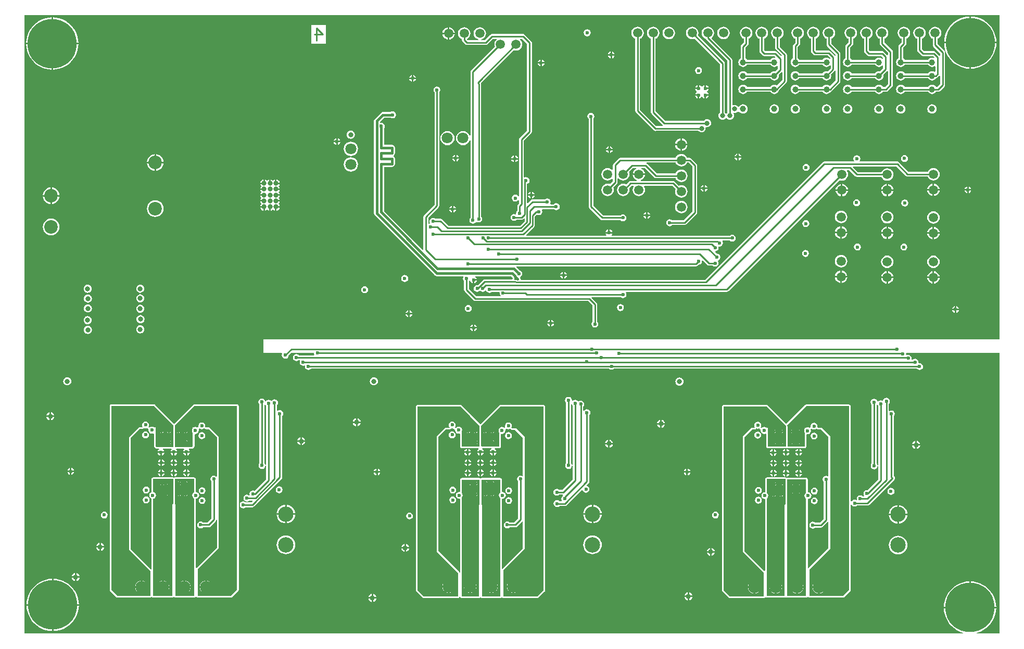
<source format=gbl>
G04 Layer_Physical_Order=4*
G04 Layer_Color=16711680*
%FSLAX44Y44*%
%MOMM*%
G71*
G01*
G75*
%ADD47C,1.0000*%
%ADD52C,0.2540*%
%ADD55C,0.3810*%
%ADD57C,1.8000*%
%ADD58C,1.5000*%
%ADD59C,8.0000*%
%ADD60C,2.5000*%
%ADD61C,2.0000*%
%ADD62C,2.2000*%
%ADD63C,0.8000*%
%ADD64C,0.6000*%
G36*
X1589891Y482500D02*
X392500D01*
X392500Y460000D01*
X422329D01*
X422927Y458880D01*
X422781Y458662D01*
X422351Y456500D01*
X422781Y454338D01*
X424006Y452506D01*
X425838Y451281D01*
X428000Y450852D01*
X430162Y451281D01*
X431994Y452506D01*
X433219Y454338D01*
X433648Y456500D01*
X433623Y456629D01*
X436994Y460000D01*
X474352D01*
X474781Y457838D01*
X475004Y457505D01*
X474406Y456385D01*
X450067D01*
X449994Y456494D01*
X448162Y457719D01*
X446000Y458148D01*
X443838Y457719D01*
X442006Y456494D01*
X440781Y454662D01*
X440351Y452500D01*
X440781Y450338D01*
X442006Y448506D01*
X443838Y447281D01*
X446000Y446852D01*
X448162Y447281D01*
X449994Y448506D01*
X450067Y448615D01*
X451406D01*
X452004Y447495D01*
X451781Y447162D01*
X451352Y445000D01*
X451781Y442838D01*
X453006Y441006D01*
X454838Y439781D01*
X457000Y439352D01*
X458901Y439729D01*
X459674Y439207D01*
X460015Y438825D01*
X459851Y438000D01*
X460281Y435838D01*
X461506Y434006D01*
X463338Y432781D01*
X465500Y432351D01*
X467662Y432781D01*
X469494Y434006D01*
X469901Y434615D01*
X954433D01*
X954506Y434506D01*
X956338Y433282D01*
X958500Y432851D01*
X960662Y433282D01*
X962494Y434506D01*
X962567Y434615D01*
X1455099D01*
X1455506Y434006D01*
X1457338Y432781D01*
X1459500Y432351D01*
X1461662Y432781D01*
X1463494Y434006D01*
X1464719Y435838D01*
X1465148Y438000D01*
X1464719Y440162D01*
X1463494Y441994D01*
X1461662Y443218D01*
X1459500Y443648D01*
X1458641Y443478D01*
X1457560Y444558D01*
X1457648Y445000D01*
X1457218Y447162D01*
X1455994Y448994D01*
X1454162Y450219D01*
X1452000Y450648D01*
X1449838Y450219D01*
X1448006Y448994D01*
X1446861Y449510D01*
X1446381Y450155D01*
X1446649Y451500D01*
X1446219Y453662D01*
X1444994Y455494D01*
X1443162Y456719D01*
X1441000Y457149D01*
X1438838Y456719D01*
X1438551Y456526D01*
X1437885Y456804D01*
X1437423Y457366D01*
X1437648Y458500D01*
X1437545Y459018D01*
X1438351Y460000D01*
X1589891D01*
Y3609D01*
X1552832D01*
X1552534Y4821D01*
X1557814Y6614D01*
X1562816Y9080D01*
X1567452Y12178D01*
X1571645Y15855D01*
X1575322Y20048D01*
X1578420Y24684D01*
X1580886Y29686D01*
X1582679Y34966D01*
X1583767Y40436D01*
X1584048Y44730D01*
X1541500D01*
X1498952D01*
X1499233Y40436D01*
X1500321Y34966D01*
X1502114Y29686D01*
X1504580Y24684D01*
X1507678Y20048D01*
X1511355Y15855D01*
X1515548Y12178D01*
X1520184Y9080D01*
X1525186Y6614D01*
X1530466Y4821D01*
X1530168Y3609D01*
X3609D01*
Y1009391D01*
X1589891D01*
Y482500D01*
D02*
G37*
%LPC*%
G36*
X732730Y506396D02*
X731838Y506218D01*
X730006Y504994D01*
X728781Y503162D01*
X728604Y502270D01*
X732730D01*
Y506396D01*
D02*
G37*
G36*
X739396Y499730D02*
X735270D01*
Y495604D01*
X736162Y495781D01*
X737994Y497006D01*
X739219Y498838D01*
X739396Y499730D01*
D02*
G37*
G36*
X858230Y507230D02*
X854104D01*
X854281Y506338D01*
X855506Y504506D01*
X857338Y503281D01*
X858230Y503104D01*
Y507230D01*
D02*
G37*
G36*
X735270Y506396D02*
Y502270D01*
X739396D01*
X739219Y503162D01*
X737994Y504994D01*
X736162Y506218D01*
X735270Y506396D01*
D02*
G37*
G36*
X732730Y499730D02*
X728604D01*
X728781Y498838D01*
X730006Y497006D01*
X731838Y495781D01*
X732730Y495604D01*
Y499730D01*
D02*
G37*
G36*
X73340Y420596D02*
X71633Y420372D01*
X70042Y419713D01*
X68676Y418664D01*
X67627Y417298D01*
X66968Y415707D01*
X66744Y414000D01*
X66968Y412293D01*
X67627Y410702D01*
X68676Y409336D01*
X70042Y408287D01*
X71633Y407628D01*
X73340Y407404D01*
X75047Y407628D01*
X76638Y408287D01*
X78004Y409336D01*
X79053Y410702D01*
X79712Y412293D01*
X79936Y414000D01*
X79712Y415707D01*
X79053Y417298D01*
X78004Y418664D01*
X76638Y419713D01*
X75047Y420372D01*
X73340Y420596D01*
D02*
G37*
G36*
X572000Y420596D02*
X570293Y420372D01*
X568702Y419713D01*
X567336Y418664D01*
X566287Y417298D01*
X565628Y415707D01*
X565404Y414000D01*
X565628Y412293D01*
X566287Y410702D01*
X567336Y409336D01*
X568702Y408287D01*
X570293Y407628D01*
X572000Y407403D01*
X573707Y407628D01*
X575298Y408287D01*
X576664Y409336D01*
X577713Y410702D01*
X578372Y412293D01*
X578596Y414000D01*
X578372Y415707D01*
X577713Y417298D01*
X576664Y418664D01*
X575298Y419713D01*
X573707Y420372D01*
X572000Y420596D01*
D02*
G37*
G36*
X192000Y505096D02*
X190293Y504872D01*
X188702Y504213D01*
X187336Y503164D01*
X186287Y501798D01*
X185628Y500207D01*
X185404Y498500D01*
X185628Y496793D01*
X186287Y495202D01*
X187336Y493836D01*
X188702Y492787D01*
X190293Y492128D01*
X192000Y491904D01*
X193707Y492128D01*
X195298Y492787D01*
X196664Y493836D01*
X197713Y495202D01*
X198372Y496793D01*
X198596Y498500D01*
X198372Y500207D01*
X197713Y501798D01*
X196664Y503164D01*
X195298Y504213D01*
X193707Y504872D01*
X192000Y505096D01*
D02*
G37*
G36*
X107000Y504096D02*
X105293Y503872D01*
X103702Y503213D01*
X102336Y502164D01*
X101287Y500798D01*
X100628Y499207D01*
X100404Y497500D01*
X100628Y495793D01*
X101287Y494202D01*
X102336Y492836D01*
X103702Y491787D01*
X105293Y491128D01*
X107000Y490904D01*
X108707Y491128D01*
X110298Y491787D01*
X111664Y492836D01*
X112713Y494202D01*
X113372Y495793D01*
X113596Y497500D01*
X113372Y499207D01*
X112713Y500798D01*
X111664Y502164D01*
X110298Y503213D01*
X108707Y503872D01*
X107000Y504096D01*
D02*
G37*
G36*
X634396Y522730D02*
X630270D01*
Y518604D01*
X631162Y518781D01*
X632994Y520006D01*
X634219Y521838D01*
X634396Y522730D01*
D02*
G37*
G36*
X627730D02*
X623604D01*
X623782Y521838D01*
X625006Y520006D01*
X626838Y518781D01*
X627730Y518604D01*
Y522730D01*
D02*
G37*
G36*
X630270Y529396D02*
Y525270D01*
X634396D01*
X634219Y526162D01*
X632994Y527994D01*
X631162Y529219D01*
X630270Y529396D01*
D02*
G37*
G36*
X627730D02*
X626838Y529219D01*
X625006Y527994D01*
X623782Y526162D01*
X623604Y525270D01*
X627730D01*
Y529396D01*
D02*
G37*
G36*
X860770Y513896D02*
Y509770D01*
X864896D01*
X864719Y510662D01*
X863494Y512494D01*
X861662Y513719D01*
X860770Y513896D01*
D02*
G37*
G36*
X106500Y520096D02*
X104793Y519872D01*
X103202Y519213D01*
X101836Y518164D01*
X100787Y516798D01*
X100128Y515207D01*
X99904Y513500D01*
X100128Y511793D01*
X100787Y510202D01*
X101836Y508836D01*
X103202Y507787D01*
X104793Y507128D01*
X106500Y506904D01*
X108207Y507128D01*
X109798Y507787D01*
X111164Y508836D01*
X112213Y510202D01*
X112872Y511793D01*
X113096Y513500D01*
X112872Y515207D01*
X112213Y516798D01*
X111164Y518164D01*
X109798Y519213D01*
X108207Y519872D01*
X106500Y520096D01*
D02*
G37*
G36*
X864896Y507230D02*
X860770D01*
Y503104D01*
X861662Y503281D01*
X863494Y504506D01*
X864719Y506338D01*
X864896Y507230D01*
D02*
G37*
G36*
X858230Y513896D02*
X857338Y513719D01*
X855506Y512494D01*
X854281Y510662D01*
X854104Y509770D01*
X858230D01*
Y513896D01*
D02*
G37*
G36*
X192500Y521596D02*
X190793Y521372D01*
X189202Y520713D01*
X187836Y519664D01*
X186787Y518298D01*
X186128Y516707D01*
X185904Y515000D01*
X186128Y513293D01*
X186787Y511702D01*
X187836Y510336D01*
X189202Y509287D01*
X190793Y508628D01*
X192500Y508404D01*
X194207Y508628D01*
X195798Y509287D01*
X197164Y510336D01*
X198213Y511702D01*
X198872Y513293D01*
X199096Y515000D01*
X198872Y516707D01*
X198213Y518298D01*
X197164Y519664D01*
X195798Y520713D01*
X194207Y521372D01*
X192500Y521596D01*
D02*
G37*
G36*
X542730Y346230D02*
X537571D01*
X537628Y345793D01*
X538287Y344202D01*
X539336Y342836D01*
X540702Y341787D01*
X542293Y341128D01*
X542730Y341071D01*
Y346230D01*
D02*
G37*
G36*
X1045429Y343730D02*
X1040270D01*
Y338571D01*
X1040707Y338628D01*
X1042298Y339287D01*
X1043664Y340336D01*
X1044713Y341702D01*
X1045372Y343293D01*
X1045429Y343730D01*
D02*
G37*
G36*
X1037730Y351429D02*
X1037293Y351372D01*
X1035702Y350713D01*
X1034336Y349664D01*
X1033287Y348298D01*
X1032628Y346707D01*
X1032571Y346270D01*
X1037730D01*
Y351429D01*
D02*
G37*
G36*
X550429Y346230D02*
X545270D01*
Y341071D01*
X545707Y341128D01*
X547298Y341787D01*
X548664Y342836D01*
X549713Y344202D01*
X550372Y345793D01*
X550429Y346230D01*
D02*
G37*
G36*
X1037730Y343730D02*
X1032571D01*
X1032628Y343293D01*
X1033287Y341702D01*
X1034336Y340336D01*
X1035702Y339287D01*
X1037293Y338628D01*
X1037730Y338571D01*
Y343730D01*
D02*
G37*
G36*
X955770Y318929D02*
Y313770D01*
X960929D01*
X960872Y314207D01*
X960213Y315798D01*
X959164Y317164D01*
X957798Y318213D01*
X956207Y318872D01*
X955770Y318929D01*
D02*
G37*
G36*
X953230D02*
X952793Y318872D01*
X951202Y318213D01*
X949836Y317164D01*
X948787Y315798D01*
X948128Y314207D01*
X948071Y313770D01*
X953230D01*
Y318929D01*
D02*
G37*
G36*
X455070Y322929D02*
Y317770D01*
X460229D01*
X460172Y318207D01*
X459513Y319798D01*
X458464Y321164D01*
X457098Y322213D01*
X455507Y322872D01*
X455070Y322929D01*
D02*
G37*
G36*
X452530D02*
X452093Y322872D01*
X450502Y322213D01*
X449136Y321164D01*
X448087Y319798D01*
X447428Y318207D01*
X447371Y317770D01*
X452530D01*
Y322929D01*
D02*
G37*
G36*
X47070Y363429D02*
Y358270D01*
X52229D01*
X52172Y358707D01*
X51513Y360298D01*
X50464Y361664D01*
X49098Y362713D01*
X47507Y363372D01*
X47070Y363429D01*
D02*
G37*
G36*
X44530D02*
X44093Y363372D01*
X42502Y362713D01*
X41136Y361664D01*
X40087Y360298D01*
X39428Y358707D01*
X39371Y358270D01*
X44530D01*
Y363429D01*
D02*
G37*
G36*
X1069000Y420096D02*
X1067293Y419872D01*
X1065702Y419213D01*
X1064336Y418164D01*
X1063287Y416798D01*
X1062628Y415207D01*
X1062404Y413500D01*
X1062628Y411793D01*
X1063287Y410202D01*
X1064336Y408836D01*
X1065702Y407787D01*
X1067293Y407128D01*
X1069000Y406903D01*
X1070707Y407128D01*
X1072298Y407787D01*
X1073664Y408836D01*
X1074713Y410202D01*
X1075372Y411793D01*
X1075596Y413500D01*
X1075372Y415207D01*
X1074713Y416798D01*
X1073664Y418164D01*
X1072298Y419213D01*
X1070707Y419872D01*
X1069000Y420096D01*
D02*
G37*
G36*
X1405460Y387108D02*
X1403298Y386679D01*
X1401466Y385454D01*
X1400241Y383622D01*
X1400116Y382990D01*
X1398943Y382504D01*
X1398622Y382719D01*
X1396460Y383148D01*
X1394298Y382719D01*
X1392466Y381494D01*
X1392166Y381045D01*
X1390818Y381313D01*
X1390679Y382013D01*
X1389454Y383846D01*
X1387622Y385070D01*
X1385460Y385500D01*
X1383298Y385070D01*
X1381466Y383846D01*
X1380241Y382013D01*
X1379811Y379851D01*
X1380241Y377690D01*
X1381466Y375857D01*
X1381575Y375784D01*
Y280359D01*
X1380441Y278662D01*
X1380011Y276500D01*
X1380441Y274338D01*
X1381666Y272506D01*
X1383498Y271281D01*
X1385660Y270851D01*
X1387822Y271281D01*
X1389654Y272506D01*
X1390878Y274338D01*
X1391308Y276500D01*
X1390878Y278662D01*
X1389654Y280494D01*
X1389345Y280701D01*
Y375169D01*
X1389884Y375653D01*
X1391139Y375362D01*
X1391311Y375234D01*
X1392466Y373506D01*
X1392575Y373433D01*
Y254109D01*
X1375308Y236842D01*
X1374058Y237091D01*
X1371897Y236661D01*
X1370064Y235436D01*
X1368840Y233604D01*
X1368409Y231442D01*
X1368840Y229280D01*
X1369592Y228155D01*
X1368913Y226885D01*
X1367067D01*
X1366994Y226994D01*
X1365162Y228219D01*
X1363000Y228648D01*
X1360838Y228219D01*
X1359006Y226994D01*
X1357781Y225162D01*
X1357352Y223000D01*
X1357661Y221442D01*
X1356518Y220679D01*
X1355933Y221070D01*
X1353771Y221500D01*
X1351609Y221070D01*
X1349777Y219846D01*
X1348960Y218623D01*
X1347690Y219009D01*
X1347690Y373499D01*
X1347493Y374490D01*
X1346932Y375330D01*
X1346092Y375891D01*
X1345101Y376089D01*
X1275100D01*
X1274109Y375891D01*
X1273269Y375330D01*
X1242965Y345026D01*
X1241695Y345036D01*
X1212860Y374802D01*
X1212843Y374814D01*
X1212831Y374831D01*
X1212428Y375101D01*
X1212029Y375377D01*
X1212009Y375381D01*
X1211991Y375393D01*
X1211515Y375487D01*
X1211041Y375589D01*
X1211021Y375586D01*
X1211000Y375590D01*
X1141000D01*
X1140009Y375393D01*
X1139169Y374831D01*
X1138607Y373991D01*
X1138410Y373000D01*
X1138410Y74000D01*
X1138607Y73009D01*
X1139169Y72169D01*
X1149169Y62169D01*
X1150009Y61607D01*
X1151000Y61410D01*
X1206000Y61410D01*
X1206991Y61607D01*
X1207831Y62169D01*
X1208070Y62527D01*
X1208803Y62955D01*
X1209655Y62844D01*
X1210009Y62607D01*
X1211000Y62410D01*
X1239500D01*
X1240491Y62607D01*
X1241331Y63169D01*
X1242660Y62872D01*
X1242669Y62859D01*
X1243509Y62297D01*
X1244500Y62100D01*
X1275000D01*
X1275991Y62297D01*
X1276831Y62859D01*
X1276981Y63082D01*
X1277021Y63098D01*
X1278449Y62996D01*
X1278669Y62668D01*
X1279509Y62106D01*
X1280500Y61909D01*
X1335049Y61909D01*
X1336040Y62106D01*
X1336881Y62668D01*
X1346932Y72719D01*
X1347493Y73559D01*
X1347690Y74550D01*
Y212694D01*
X1348960Y213080D01*
X1349777Y211857D01*
X1351609Y210633D01*
X1353771Y210203D01*
X1355933Y210633D01*
X1357765Y211857D01*
X1357838Y211967D01*
X1374811D01*
X1376298Y212262D01*
X1377558Y213105D01*
X1418207Y253753D01*
X1419049Y255013D01*
X1419345Y256500D01*
X1419049Y257987D01*
X1418207Y259247D01*
X1417385Y260069D01*
Y356933D01*
X1417494Y357006D01*
X1418719Y358838D01*
X1419149Y361000D01*
X1418719Y363162D01*
X1417494Y364994D01*
X1415662Y366218D01*
X1413500Y366648D01*
X1411338Y366218D01*
X1410615Y365735D01*
X1409345Y366414D01*
Y377393D01*
X1409454Y377466D01*
X1410679Y379298D01*
X1411109Y381460D01*
X1410679Y383622D01*
X1409454Y385454D01*
X1407621Y386679D01*
X1405460Y387108D01*
D02*
G37*
G36*
X52229Y355730D02*
X47070D01*
Y350571D01*
X47507Y350628D01*
X49098Y351287D01*
X50464Y352336D01*
X51513Y353702D01*
X52172Y355293D01*
X52229Y355730D01*
D02*
G37*
G36*
X542730Y353929D02*
X542293Y353872D01*
X540702Y353213D01*
X539336Y352164D01*
X538287Y350798D01*
X537628Y349207D01*
X537571Y348770D01*
X542730D01*
Y353929D01*
D02*
G37*
G36*
X1040270Y351429D02*
Y346270D01*
X1045429D01*
X1045372Y346707D01*
X1044713Y348298D01*
X1043664Y349664D01*
X1042298Y350713D01*
X1040707Y351372D01*
X1040270Y351429D01*
D02*
G37*
G36*
X44530Y355730D02*
X39371D01*
X39428Y355293D01*
X40087Y353702D01*
X41136Y352336D01*
X42502Y351287D01*
X44093Y350628D01*
X44530Y350571D01*
Y355730D01*
D02*
G37*
G36*
X545270Y353929D02*
Y348770D01*
X550429D01*
X550372Y349207D01*
X549713Y350798D01*
X548664Y352164D01*
X547298Y353213D01*
X545707Y353872D01*
X545270Y353929D01*
D02*
G37*
G36*
X192065Y538596D02*
X190357Y538372D01*
X188766Y537713D01*
X187400Y536664D01*
X186352Y535298D01*
X185693Y533707D01*
X185468Y532000D01*
X185693Y530293D01*
X186352Y528702D01*
X187400Y527336D01*
X188766Y526287D01*
X190357Y525628D01*
X192065Y525404D01*
X193772Y525628D01*
X195363Y526287D01*
X196729Y527336D01*
X197777Y528702D01*
X198436Y530293D01*
X198661Y532000D01*
X198436Y533707D01*
X197777Y535298D01*
X196729Y536664D01*
X195363Y537713D01*
X193772Y538372D01*
X192065Y538596D01*
D02*
G37*
G36*
X1408270Y592959D02*
Y584270D01*
X1416959D01*
X1416781Y585621D01*
X1415770Y588063D01*
X1414161Y590161D01*
X1412063Y591770D01*
X1409621Y592782D01*
X1408270Y592959D01*
D02*
G37*
G36*
X1405730D02*
X1404379Y592782D01*
X1401937Y591770D01*
X1399839Y590161D01*
X1398230Y588063D01*
X1397218Y585621D01*
X1397041Y584270D01*
X1405730D01*
Y592959D01*
D02*
G37*
G36*
X1333270Y593959D02*
Y585270D01*
X1341959D01*
X1341781Y586621D01*
X1340770Y589063D01*
X1339161Y591161D01*
X1337063Y592770D01*
X1334621Y593782D01*
X1333270Y593959D01*
D02*
G37*
G36*
X1330730D02*
X1329379Y593782D01*
X1326937Y592770D01*
X1324839Y591161D01*
X1323230Y589063D01*
X1322218Y586621D01*
X1322041Y585270D01*
X1330730D01*
Y593959D01*
D02*
G37*
G36*
X1483270Y592959D02*
Y584270D01*
X1491959D01*
X1491781Y585621D01*
X1490770Y588063D01*
X1489161Y590161D01*
X1487063Y591770D01*
X1484621Y592781D01*
X1483270Y592959D01*
D02*
G37*
G36*
X879249Y585186D02*
X875124D01*
X875301Y584294D01*
X876525Y582462D01*
X878358Y581237D01*
X879249Y581060D01*
Y585186D01*
D02*
G37*
G36*
X622180Y586828D02*
X620018Y586399D01*
X618186Y585174D01*
X616961Y583342D01*
X616531Y581180D01*
X616961Y579018D01*
X618186Y577186D01*
X620018Y575961D01*
X622180Y575531D01*
X624342Y575961D01*
X626174Y577186D01*
X627398Y579018D01*
X627828Y581180D01*
X627398Y583342D01*
X626174Y585174D01*
X624342Y586399D01*
X622180Y586828D01*
D02*
G37*
G36*
X1480730Y592959D02*
X1479379Y592781D01*
X1476937Y591770D01*
X1474839Y590161D01*
X1473230Y588063D01*
X1472218Y585621D01*
X1472041Y584270D01*
X1480730D01*
Y592959D01*
D02*
G37*
G36*
X885915Y585186D02*
X881789D01*
Y581060D01*
X882681Y581237D01*
X884513Y582462D01*
X885738Y584294D01*
X885915Y585186D01*
D02*
G37*
G36*
X1358500Y638148D02*
X1356338Y637719D01*
X1354506Y636494D01*
X1353281Y634662D01*
X1352852Y632500D01*
X1353281Y630338D01*
X1354506Y628506D01*
X1356338Y627281D01*
X1358500Y626852D01*
X1360662Y627281D01*
X1362494Y628506D01*
X1363719Y630338D01*
X1364149Y632500D01*
X1363719Y634662D01*
X1362494Y636494D01*
X1360662Y637719D01*
X1358500Y638148D01*
D02*
G37*
G36*
X1274000Y627649D02*
X1271838Y627219D01*
X1270006Y625994D01*
X1268781Y624162D01*
X1268352Y622000D01*
X1268781Y619838D01*
X1270006Y618006D01*
X1271838Y616781D01*
X1274000Y616352D01*
X1276162Y616781D01*
X1277994Y618006D01*
X1279219Y619838D01*
X1279649Y622000D01*
X1279219Y624162D01*
X1277994Y625994D01*
X1276162Y627219D01*
X1274000Y627649D01*
D02*
G37*
G36*
X1491959Y653730D02*
X1483270D01*
Y645041D01*
X1484621Y645218D01*
X1487063Y646230D01*
X1489161Y647839D01*
X1490770Y649937D01*
X1491781Y652379D01*
X1491959Y653730D01*
D02*
G37*
G36*
X1434000Y638148D02*
X1431838Y637719D01*
X1430006Y636494D01*
X1428781Y634662D01*
X1428351Y632500D01*
X1428781Y630338D01*
X1430006Y628506D01*
X1431838Y627281D01*
X1434000Y626852D01*
X1436162Y627281D01*
X1437994Y628506D01*
X1439219Y630338D01*
X1439648Y632500D01*
X1439219Y634662D01*
X1437994Y636494D01*
X1436162Y637719D01*
X1434000Y638148D01*
D02*
G37*
G36*
X1332000Y619527D02*
X1329379Y619182D01*
X1326937Y618170D01*
X1324839Y616561D01*
X1323230Y614463D01*
X1322218Y612021D01*
X1321873Y609400D01*
X1322218Y606779D01*
X1323230Y604337D01*
X1324839Y602239D01*
X1326937Y600630D01*
X1329379Y599618D01*
X1332000Y599273D01*
X1334621Y599618D01*
X1337063Y600630D01*
X1339161Y602239D01*
X1340770Y604337D01*
X1341781Y606779D01*
X1342127Y609400D01*
X1341781Y612021D01*
X1340770Y614463D01*
X1339161Y616561D01*
X1337063Y618170D01*
X1334621Y619182D01*
X1332000Y619527D01*
D02*
G37*
G36*
X881789Y591852D02*
Y587726D01*
X885915D01*
X885738Y588617D01*
X884513Y590450D01*
X882681Y591674D01*
X881789Y591852D01*
D02*
G37*
G36*
X879249D02*
X878358Y591674D01*
X876525Y590450D01*
X875301Y588617D01*
X875124Y587726D01*
X879249D01*
Y591852D01*
D02*
G37*
G36*
X1482000Y618527D02*
X1479379Y618182D01*
X1476937Y617170D01*
X1474839Y615561D01*
X1473230Y613463D01*
X1472218Y611021D01*
X1471873Y608400D01*
X1472218Y605779D01*
X1473230Y603337D01*
X1474839Y601239D01*
X1476937Y599630D01*
X1479379Y598618D01*
X1482000Y598273D01*
X1484621Y598618D01*
X1487063Y599630D01*
X1489161Y601239D01*
X1490770Y603337D01*
X1491781Y605779D01*
X1492127Y608400D01*
X1491781Y611021D01*
X1490770Y613463D01*
X1489161Y615561D01*
X1487063Y617170D01*
X1484621Y618182D01*
X1482000Y618527D01*
D02*
G37*
G36*
X1407000D02*
X1404379Y618182D01*
X1401937Y617170D01*
X1399839Y615561D01*
X1398230Y613463D01*
X1397218Y611021D01*
X1396873Y608400D01*
X1397218Y605779D01*
X1398230Y603337D01*
X1399839Y601239D01*
X1401937Y599630D01*
X1404379Y598618D01*
X1407000Y598273D01*
X1409621Y598618D01*
X1412063Y599630D01*
X1414161Y601239D01*
X1415770Y603337D01*
X1416781Y605779D01*
X1417127Y608400D01*
X1416781Y611021D01*
X1415770Y613463D01*
X1414161Y615561D01*
X1412063Y617170D01*
X1409621Y618182D01*
X1407000Y618527D01*
D02*
G37*
G36*
X1519270Y536396D02*
Y532270D01*
X1523396D01*
X1523219Y533162D01*
X1521994Y534994D01*
X1520162Y536219D01*
X1519270Y536396D01*
D02*
G37*
G36*
X1516730D02*
X1515838Y536219D01*
X1514006Y534994D01*
X1512782Y533162D01*
X1512604Y532270D01*
X1516730D01*
Y536396D01*
D02*
G37*
G36*
X192065Y555497D02*
X190357Y555272D01*
X188766Y554613D01*
X187400Y553565D01*
X186352Y552198D01*
X185693Y550608D01*
X185468Y548900D01*
X185693Y547193D01*
X186352Y545602D01*
X187400Y544236D01*
X188766Y543188D01*
X190357Y542529D01*
X192065Y542304D01*
X193772Y542529D01*
X195363Y543188D01*
X196729Y544236D01*
X197777Y545602D01*
X198436Y547193D01*
X198661Y548900D01*
X198436Y550608D01*
X197777Y552198D01*
X196729Y553565D01*
X195363Y554613D01*
X193772Y555272D01*
X192065Y555497D01*
D02*
G37*
G36*
X107000Y555096D02*
X105293Y554872D01*
X103702Y554213D01*
X102336Y553164D01*
X101287Y551798D01*
X100628Y550207D01*
X100404Y548500D01*
X100628Y546793D01*
X101287Y545202D01*
X102336Y543836D01*
X103702Y542787D01*
X105293Y542128D01*
X107000Y541904D01*
X108707Y542128D01*
X110298Y542787D01*
X111664Y543836D01*
X112713Y545202D01*
X113372Y546793D01*
X113596Y548500D01*
X113372Y550207D01*
X112713Y551798D01*
X111664Y553164D01*
X110298Y554213D01*
X108707Y554872D01*
X107000Y555096D01*
D02*
G37*
G36*
X973000Y539649D02*
X970838Y539219D01*
X969006Y537994D01*
X967782Y536162D01*
X967352Y534000D01*
X967782Y531838D01*
X969006Y530006D01*
X970838Y528781D01*
X973000Y528352D01*
X975162Y528781D01*
X976994Y530006D01*
X978219Y531838D01*
X978649Y534000D01*
X978219Y536162D01*
X976994Y537994D01*
X975162Y539219D01*
X973000Y539649D01*
D02*
G37*
G36*
X1523396Y529730D02*
X1519270D01*
Y525604D01*
X1520162Y525781D01*
X1521994Y527006D01*
X1523219Y528838D01*
X1523396Y529730D01*
D02*
G37*
G36*
X1516730D02*
X1512604D01*
X1512782Y528838D01*
X1514006Y527006D01*
X1515838Y525781D01*
X1516730Y525604D01*
Y529730D01*
D02*
G37*
G36*
X725500Y538148D02*
X723338Y537719D01*
X721506Y536494D01*
X720281Y534662D01*
X719852Y532500D01*
X720281Y530338D01*
X721506Y528506D01*
X723338Y527281D01*
X725500Y526852D01*
X727662Y527281D01*
X729494Y528506D01*
X730719Y530338D01*
X731149Y532500D01*
X730719Y534662D01*
X729494Y536494D01*
X727662Y537719D01*
X725500Y538148D01*
D02*
G37*
G36*
X107000Y539096D02*
X105293Y538872D01*
X103702Y538213D01*
X102336Y537164D01*
X101287Y535798D01*
X100628Y534207D01*
X100404Y532500D01*
X100628Y530793D01*
X101287Y529202D01*
X102336Y527836D01*
X103702Y526787D01*
X105293Y526128D01*
X107000Y525904D01*
X108707Y526128D01*
X110298Y526787D01*
X111664Y527836D01*
X112713Y529202D01*
X113372Y530793D01*
X113596Y532500D01*
X113372Y534207D01*
X112713Y535798D01*
X111664Y537164D01*
X110298Y538213D01*
X108707Y538872D01*
X107000Y539096D01*
D02*
G37*
G36*
X1416959Y581730D02*
X1408270D01*
Y573041D01*
X1409621Y573218D01*
X1412063Y574230D01*
X1414161Y575839D01*
X1415770Y577937D01*
X1416781Y580379D01*
X1416959Y581730D01*
D02*
G37*
G36*
X1405730D02*
X1397041D01*
X1397218Y580379D01*
X1398230Y577937D01*
X1399839Y575839D01*
X1401937Y574230D01*
X1404379Y573218D01*
X1405730Y573041D01*
Y581730D01*
D02*
G37*
G36*
X1330730Y582730D02*
X1322041D01*
X1322218Y581379D01*
X1323230Y578937D01*
X1324839Y576839D01*
X1326937Y575230D01*
X1329379Y574218D01*
X1330730Y574041D01*
Y582730D01*
D02*
G37*
G36*
X1341959D02*
X1333270D01*
Y574041D01*
X1334621Y574218D01*
X1337063Y575230D01*
X1339161Y576839D01*
X1340770Y578937D01*
X1341781Y581379D01*
X1341959Y582730D01*
D02*
G37*
G36*
X1491959Y581730D02*
X1483270D01*
Y573041D01*
X1484621Y573218D01*
X1487063Y574230D01*
X1489161Y575839D01*
X1490770Y577937D01*
X1491781Y580379D01*
X1491959Y581730D01*
D02*
G37*
G36*
X106500Y571096D02*
X104793Y570872D01*
X103202Y570213D01*
X101836Y569164D01*
X100787Y567798D01*
X100128Y566207D01*
X99904Y564500D01*
X100128Y562793D01*
X100787Y561202D01*
X101836Y559836D01*
X103202Y558787D01*
X104793Y558128D01*
X106500Y557904D01*
X108207Y558128D01*
X109798Y558787D01*
X111164Y559836D01*
X112213Y561202D01*
X112872Y562793D01*
X113096Y564500D01*
X112872Y566207D01*
X112213Y567798D01*
X111164Y569164D01*
X109798Y570213D01*
X108207Y570872D01*
X106500Y571096D01*
D02*
G37*
G36*
X557000Y568648D02*
X554838Y568218D01*
X553006Y566994D01*
X551781Y565162D01*
X551352Y563000D01*
X551781Y560838D01*
X553006Y559006D01*
X554838Y557781D01*
X557000Y557351D01*
X559162Y557781D01*
X560994Y559006D01*
X562219Y560838D01*
X562649Y563000D01*
X562219Y565162D01*
X560994Y566994D01*
X559162Y568218D01*
X557000Y568648D01*
D02*
G37*
G36*
X1480730Y581730D02*
X1472041D01*
X1472218Y580379D01*
X1473230Y577937D01*
X1474839Y575839D01*
X1476937Y574230D01*
X1479379Y573218D01*
X1480730Y573041D01*
Y581730D01*
D02*
G37*
G36*
X192065Y571173D02*
X190357Y570948D01*
X188766Y570289D01*
X187400Y569241D01*
X186352Y567874D01*
X185693Y566284D01*
X185468Y564576D01*
X185693Y562869D01*
X186352Y561278D01*
X187400Y559912D01*
X188766Y558864D01*
X190357Y558205D01*
X192065Y557980D01*
X193772Y558205D01*
X195363Y558864D01*
X196729Y559912D01*
X197777Y561278D01*
X198436Y562869D01*
X198661Y564576D01*
X198436Y566284D01*
X197777Y567874D01*
X196729Y569241D01*
X195363Y570289D01*
X193772Y570948D01*
X192065Y571173D01*
D02*
G37*
G36*
X1455270Y316929D02*
Y311770D01*
X1460429D01*
X1460372Y312207D01*
X1459713Y313798D01*
X1458664Y315164D01*
X1457298Y316213D01*
X1455707Y316872D01*
X1455270Y316929D01*
D02*
G37*
G36*
X428800Y163113D02*
X425852Y162822D01*
X423017Y161962D01*
X420404Y160566D01*
X418114Y158686D01*
X416234Y156396D01*
X414838Y153783D01*
X413978Y150948D01*
X413687Y148000D01*
X413978Y145052D01*
X414838Y142217D01*
X416234Y139604D01*
X418114Y137314D01*
X420404Y135434D01*
X423017Y134038D01*
X425852Y133178D01*
X428800Y132887D01*
X431748Y133178D01*
X434583Y134038D01*
X437196Y135434D01*
X439486Y137314D01*
X441366Y139604D01*
X442762Y142217D01*
X443622Y145052D01*
X443913Y148000D01*
X443622Y150948D01*
X442762Y153783D01*
X441366Y156396D01*
X439486Y158686D01*
X437196Y160566D01*
X434583Y161962D01*
X431748Y162822D01*
X428800Y163113D01*
D02*
G37*
G36*
X927460Y163113D02*
X924512Y162822D01*
X921677Y161962D01*
X919064Y160566D01*
X916774Y158686D01*
X914894Y156396D01*
X913498Y153783D01*
X912638Y150948D01*
X912347Y148000D01*
X912638Y145052D01*
X913498Y142217D01*
X914894Y139604D01*
X916774Y137314D01*
X919064Y135434D01*
X921677Y134038D01*
X924512Y133178D01*
X927460Y132887D01*
X930408Y133178D01*
X933243Y134038D01*
X935856Y135434D01*
X938146Y137314D01*
X940026Y139604D01*
X941422Y142217D01*
X942282Y145052D01*
X942573Y148000D01*
X942282Y150948D01*
X941422Y153783D01*
X940026Y156396D01*
X938146Y158686D01*
X935856Y160566D01*
X933243Y161962D01*
X930408Y162822D01*
X927460Y163113D01*
D02*
G37*
G36*
X629429Y141730D02*
X624270D01*
Y136571D01*
X624707Y136628D01*
X626298Y137287D01*
X627664Y138336D01*
X628713Y139702D01*
X629372Y141293D01*
X629429Y141730D01*
D02*
G37*
G36*
X621730D02*
X616571D01*
X616628Y141293D01*
X617287Y139702D01*
X618336Y138336D01*
X619702Y137287D01*
X621293Y136628D01*
X621730Y136571D01*
Y141730D01*
D02*
G37*
G36*
X1424460Y162613D02*
X1421512Y162322D01*
X1418677Y161462D01*
X1416064Y160066D01*
X1413774Y158186D01*
X1411894Y155896D01*
X1410498Y153283D01*
X1409638Y150448D01*
X1409347Y147500D01*
X1409638Y144552D01*
X1410498Y141717D01*
X1411894Y139104D01*
X1413774Y136814D01*
X1416064Y134934D01*
X1418677Y133538D01*
X1421512Y132678D01*
X1424460Y132387D01*
X1427408Y132678D01*
X1430243Y133538D01*
X1432856Y134934D01*
X1435146Y136814D01*
X1437026Y139104D01*
X1438422Y141717D01*
X1439282Y144552D01*
X1439573Y147500D01*
X1439282Y150448D01*
X1438422Y153283D01*
X1437026Y155896D01*
X1435146Y158186D01*
X1432856Y160066D01*
X1430243Y161462D01*
X1427408Y162322D01*
X1424460Y162613D01*
D02*
G37*
G36*
X88070Y101929D02*
Y96770D01*
X93229D01*
X93172Y97207D01*
X92513Y98798D01*
X91464Y100164D01*
X90098Y101213D01*
X88507Y101872D01*
X88070Y101929D01*
D02*
G37*
G36*
X85530D02*
X85093Y101872D01*
X83502Y101213D01*
X82136Y100164D01*
X81087Y98798D01*
X80428Y97207D01*
X80371Y96770D01*
X85530D01*
Y101929D01*
D02*
G37*
G36*
X1126429Y135230D02*
X1121270D01*
Y130071D01*
X1121707Y130128D01*
X1123298Y130787D01*
X1124664Y131836D01*
X1125713Y133202D01*
X1126372Y134793D01*
X1126429Y135230D01*
D02*
G37*
G36*
X1118730D02*
X1113571D01*
X1113628Y134793D01*
X1114287Y133202D01*
X1115336Y131836D01*
X1116702Y130787D01*
X1118293Y130128D01*
X1118730Y130071D01*
Y135230D01*
D02*
G37*
G36*
X125530Y150929D02*
X125093Y150872D01*
X123502Y150213D01*
X122136Y149164D01*
X121087Y147798D01*
X120428Y146207D01*
X120371Y145770D01*
X125530D01*
Y150929D01*
D02*
G37*
G36*
X624270Y149429D02*
Y144270D01*
X629429D01*
X629372Y144707D01*
X628713Y146298D01*
X627664Y147664D01*
X626298Y148713D01*
X624707Y149372D01*
X624270Y149429D01*
D02*
G37*
G36*
X1439448Y196230D02*
X1425730D01*
Y182512D01*
X1427408Y182678D01*
X1430243Y183538D01*
X1432856Y184934D01*
X1435146Y186814D01*
X1437026Y189104D01*
X1438422Y191717D01*
X1439282Y194552D01*
X1439448Y196230D01*
D02*
G37*
G36*
X128070Y150929D02*
Y145770D01*
X133229D01*
X133172Y146207D01*
X132513Y147798D01*
X131464Y149164D01*
X130098Y150213D01*
X128507Y150872D01*
X128070Y150929D01*
D02*
G37*
G36*
X621730Y149429D02*
X621293Y149372D01*
X619702Y148713D01*
X618336Y147664D01*
X617287Y146298D01*
X616628Y144707D01*
X616571Y144270D01*
X621730D01*
Y149429D01*
D02*
G37*
G36*
X1121270Y142929D02*
Y137770D01*
X1126429D01*
X1126372Y138207D01*
X1125713Y139798D01*
X1124664Y141164D01*
X1123298Y142213D01*
X1121707Y142872D01*
X1121270Y142929D01*
D02*
G37*
G36*
X1118730D02*
X1118293Y142872D01*
X1116702Y142213D01*
X1115336Y141164D01*
X1114287Y139798D01*
X1113628Y138207D01*
X1113571Y137770D01*
X1118730D01*
Y142929D01*
D02*
G37*
G36*
X133229Y143230D02*
X128070D01*
Y138071D01*
X128507Y138128D01*
X130098Y138787D01*
X131464Y139836D01*
X132513Y141202D01*
X133172Y142793D01*
X133229Y143230D01*
D02*
G37*
G36*
X125530D02*
X120371D01*
X120428Y142793D01*
X121087Y141202D01*
X122136Y139836D01*
X123502Y138787D01*
X125093Y138128D01*
X125530Y138071D01*
Y143230D01*
D02*
G37*
G36*
X568230Y60230D02*
X563071D01*
X563128Y59793D01*
X563787Y58202D01*
X564836Y56836D01*
X566202Y55787D01*
X567793Y55128D01*
X568230Y55071D01*
Y60230D01*
D02*
G37*
G36*
X51000Y92818D02*
Y51540D01*
X92278D01*
X91997Y55834D01*
X90909Y61304D01*
X89116Y66584D01*
X86650Y71586D01*
X83552Y76222D01*
X79875Y80415D01*
X75682Y84092D01*
X71046Y87190D01*
X66044Y89656D01*
X60764Y91449D01*
X55294Y92537D01*
X51000Y92818D01*
D02*
G37*
G36*
X1082230Y62730D02*
X1077071D01*
X1077128Y62293D01*
X1077787Y60702D01*
X1078836Y59336D01*
X1080202Y58287D01*
X1081793Y57628D01*
X1082230Y57571D01*
Y62730D01*
D02*
G37*
G36*
X575929Y60230D02*
X570770D01*
Y55071D01*
X571207Y55128D01*
X572798Y55787D01*
X574164Y56836D01*
X575213Y58202D01*
X575872Y59793D01*
X575929Y60230D01*
D02*
G37*
G36*
X48460Y92818D02*
X44166Y92537D01*
X38696Y91449D01*
X33416Y89656D01*
X28414Y87190D01*
X23778Y84092D01*
X19585Y80415D01*
X15908Y76222D01*
X12810Y71586D01*
X10344Y66584D01*
X8551Y61304D01*
X7463Y55834D01*
X7182Y51540D01*
X48460D01*
Y92818D01*
D02*
G37*
G36*
X92278Y49000D02*
X51000D01*
Y7722D01*
X55294Y8003D01*
X60764Y9091D01*
X66044Y10884D01*
X71046Y13350D01*
X75682Y16448D01*
X79875Y20125D01*
X83552Y24318D01*
X86650Y28954D01*
X89116Y33956D01*
X90909Y39236D01*
X91997Y44706D01*
X92278Y49000D01*
D02*
G37*
G36*
X48460D02*
X7182D01*
X7463Y44706D01*
X8551Y39236D01*
X10344Y33956D01*
X12810Y28954D01*
X15908Y24318D01*
X19585Y20125D01*
X23778Y16448D01*
X28414Y13350D01*
X33416Y10884D01*
X38696Y9091D01*
X44166Y8003D01*
X48460Y7722D01*
Y49000D01*
D02*
G37*
G36*
X1542770Y88548D02*
Y47270D01*
X1584048D01*
X1583767Y51564D01*
X1582679Y57034D01*
X1580886Y62314D01*
X1578420Y67316D01*
X1575322Y71952D01*
X1571645Y76145D01*
X1567452Y79822D01*
X1562816Y82920D01*
X1557814Y85386D01*
X1552534Y87179D01*
X1547065Y88267D01*
X1542770Y88548D01*
D02*
G37*
G36*
X1540230D02*
X1535936Y88267D01*
X1530466Y87179D01*
X1525186Y85386D01*
X1520184Y82920D01*
X1515548Y79822D01*
X1511355Y76145D01*
X1507678Y71952D01*
X1504580Y67316D01*
X1502114Y62314D01*
X1500321Y57034D01*
X1499233Y51564D01*
X1498952Y47270D01*
X1540230D01*
Y88548D01*
D02*
G37*
G36*
X1084770Y70429D02*
Y65270D01*
X1089929D01*
X1089872Y65707D01*
X1089213Y67298D01*
X1088164Y68664D01*
X1086798Y69713D01*
X1085207Y70372D01*
X1084770Y70429D01*
D02*
G37*
G36*
X1082230D02*
X1081793Y70372D01*
X1080202Y69713D01*
X1078836Y68664D01*
X1077787Y67298D01*
X1077128Y65707D01*
X1077071Y65270D01*
X1082230D01*
Y70429D01*
D02*
G37*
G36*
X93229Y94230D02*
X88070D01*
Y89071D01*
X88507Y89128D01*
X90098Y89787D01*
X91464Y90836D01*
X92513Y92202D01*
X93172Y93793D01*
X93229Y94230D01*
D02*
G37*
G36*
X85530D02*
X80371D01*
X80428Y93793D01*
X81087Y92202D01*
X82136Y90836D01*
X83502Y89787D01*
X85093Y89128D01*
X85530Y89071D01*
Y94230D01*
D02*
G37*
G36*
X570770Y67929D02*
Y62770D01*
X575929D01*
X575872Y63207D01*
X575213Y64798D01*
X574164Y66164D01*
X572798Y67213D01*
X571207Y67872D01*
X570770Y67929D01*
D02*
G37*
G36*
X713000Y375590D02*
X643000D01*
X642009Y375393D01*
X641169Y374831D01*
X640607Y373991D01*
X640410Y373000D01*
X640410Y74000D01*
X640607Y73009D01*
X641169Y72169D01*
X651169Y62169D01*
X652009Y61607D01*
X653000Y61410D01*
X708590Y61410D01*
X709581Y61607D01*
X710421Y62169D01*
X710982Y63009D01*
X711180Y64000D01*
X712410Y64000D01*
X712607Y63009D01*
X713169Y62169D01*
X714009Y61607D01*
X715000Y61410D01*
X743000D01*
X743991Y61607D01*
X744831Y62169D01*
X746169D01*
X747009Y61607D01*
X748000Y61410D01*
X777500D01*
X778491Y61607D01*
X779331Y62169D01*
X779457Y62358D01*
X779548Y62388D01*
X780927Y62270D01*
X781169Y61908D01*
X782009Y61347D01*
X783000Y61150D01*
X837739Y61150D01*
X838730Y61347D01*
X839571Y61908D01*
X849622Y71959D01*
X850183Y72799D01*
X850380Y73790D01*
X850380Y372739D01*
X850183Y373731D01*
X849622Y374571D01*
X848782Y375132D01*
X847791Y375329D01*
X777791D01*
X776799Y375132D01*
X775959Y374571D01*
X745679Y344290D01*
X744409Y344300D01*
X714860Y374802D01*
X714843Y374814D01*
X714831Y374831D01*
X714428Y375101D01*
X714029Y375377D01*
X714008Y375381D01*
X713991Y375393D01*
X713515Y375487D01*
X713041Y375589D01*
X713020Y375586D01*
X713000Y375590D01*
D02*
G37*
G36*
X1089929Y62730D02*
X1084770D01*
Y57571D01*
X1085207Y57628D01*
X1086798Y58287D01*
X1088164Y59336D01*
X1089213Y60702D01*
X1089872Y62293D01*
X1089929Y62730D01*
D02*
G37*
G36*
X568230Y67929D02*
X567793Y67872D01*
X566202Y67213D01*
X564836Y66164D01*
X563787Y64798D01*
X563128Y63207D01*
X563071Y62770D01*
X568230D01*
Y67929D01*
D02*
G37*
G36*
X214800Y376590D02*
X144800D01*
X143809Y376393D01*
X142969Y375831D01*
X142407Y374991D01*
X142210Y374000D01*
X142210Y75000D01*
X142407Y74009D01*
X142969Y73169D01*
X152969Y63169D01*
X153809Y62607D01*
X154800Y62410D01*
X208500Y62410D01*
X209491Y62607D01*
X209854Y62850D01*
X211169Y63169D01*
X212009Y62607D01*
X213000Y62410D01*
X244500D01*
X245491Y62607D01*
X245854Y62850D01*
X247169Y63169D01*
X248009Y62607D01*
X249000Y62410D01*
X280000D01*
X280991Y62607D01*
X281831Y63169D01*
X281957Y63358D01*
X282048Y63388D01*
X283427Y63271D01*
X283669Y62908D01*
X284509Y62347D01*
X285500Y62150D01*
X339539Y62150D01*
X340531Y62347D01*
X341371Y62908D01*
X351422Y72959D01*
X351983Y73799D01*
X352180Y74791D01*
X352180Y373740D01*
X351983Y374730D01*
X351422Y375571D01*
X350582Y376132D01*
X349590Y376329D01*
X279590D01*
X278599Y376132D01*
X277759Y375571D01*
X247479Y345290D01*
X246209Y345300D01*
X216660Y375802D01*
X216643Y375814D01*
X216631Y375831D01*
X216228Y376101D01*
X215829Y376377D01*
X215808Y376381D01*
X215791Y376393D01*
X215315Y376487D01*
X214841Y376589D01*
X214820Y376586D01*
X214800Y376590D01*
D02*
G37*
G36*
X1423190Y196230D02*
X1409472D01*
X1409638Y194552D01*
X1410498Y191717D01*
X1411894Y189104D01*
X1413774Y186814D01*
X1416064Y184934D01*
X1418677Y183538D01*
X1421512Y182678D01*
X1423190Y182512D01*
Y196230D01*
D02*
G37*
G36*
X578270Y271896D02*
Y267770D01*
X582396D01*
X582219Y268662D01*
X580994Y270494D01*
X579162Y271719D01*
X578270Y271896D01*
D02*
G37*
G36*
X575730D02*
X574838Y271719D01*
X573006Y270494D01*
X571781Y268662D01*
X571604Y267770D01*
X575730D01*
Y271896D01*
D02*
G37*
G36*
X1082770D02*
Y267770D01*
X1086896D01*
X1086719Y268662D01*
X1085494Y270494D01*
X1083662Y271719D01*
X1082770Y271896D01*
D02*
G37*
G36*
X1080230D02*
X1079338Y271719D01*
X1077506Y270494D01*
X1076281Y268662D01*
X1076104Y267770D01*
X1080230D01*
Y271896D01*
D02*
G37*
G36*
X84396Y266230D02*
X80270D01*
Y262104D01*
X81162Y262281D01*
X82994Y263506D01*
X84219Y265338D01*
X84396Y266230D01*
D02*
G37*
G36*
X1080230Y265230D02*
X1076104D01*
X1076281Y264338D01*
X1077506Y262506D01*
X1079338Y261281D01*
X1080230Y261104D01*
Y265230D01*
D02*
G37*
G36*
X582396D02*
X578270D01*
Y261104D01*
X579162Y261281D01*
X580994Y262506D01*
X582219Y264338D01*
X582396Y265230D01*
D02*
G37*
G36*
X77730Y266230D02*
X73604D01*
X73781Y265338D01*
X75006Y263506D01*
X76838Y262281D01*
X77730Y262104D01*
Y266230D01*
D02*
G37*
G36*
X1086896Y265230D02*
X1082770D01*
Y261104D01*
X1083662Y261281D01*
X1085494Y262506D01*
X1086719Y264338D01*
X1086896Y265230D01*
D02*
G37*
G36*
X452530Y315230D02*
X447371D01*
X447428Y314793D01*
X448087Y313202D01*
X449136Y311836D01*
X450502Y310787D01*
X452093Y310128D01*
X452530Y310071D01*
Y315230D01*
D02*
G37*
G36*
X960929Y311230D02*
X955770D01*
Y306071D01*
X956207Y306128D01*
X957798Y306787D01*
X959164Y307836D01*
X960213Y309202D01*
X960872Y310793D01*
X960929Y311230D01*
D02*
G37*
G36*
X1452730Y316929D02*
X1452293Y316872D01*
X1450702Y316213D01*
X1449336Y315164D01*
X1448287Y313798D01*
X1447628Y312207D01*
X1447571Y311770D01*
X1452730D01*
Y316929D01*
D02*
G37*
G36*
X460229Y315230D02*
X455070D01*
Y310071D01*
X455507Y310128D01*
X457098Y310787D01*
X458464Y311836D01*
X459513Y313202D01*
X460172Y314793D01*
X460229Y315230D01*
D02*
G37*
G36*
X953230Y311230D02*
X948071D01*
X948128Y310793D01*
X948787Y309202D01*
X949836Y307836D01*
X951202Y306787D01*
X952793Y306128D01*
X953230Y306071D01*
Y311230D01*
D02*
G37*
G36*
X80270Y272896D02*
Y268770D01*
X84396D01*
X84219Y269662D01*
X82994Y271494D01*
X81162Y272719D01*
X80270Y272896D01*
D02*
G37*
G36*
X77730D02*
X76838Y272719D01*
X75006Y271494D01*
X73781Y269662D01*
X73604Y268770D01*
X77730D01*
Y272896D01*
D02*
G37*
G36*
X1460429Y309230D02*
X1455270D01*
Y304071D01*
X1455707Y304128D01*
X1457298Y304787D01*
X1458664Y305836D01*
X1459713Y307202D01*
X1460372Y308793D01*
X1460429Y309230D01*
D02*
G37*
G36*
X1452730D02*
X1447571D01*
X1447628Y308793D01*
X1448287Y307202D01*
X1449336Y305836D01*
X1450702Y304787D01*
X1452293Y304128D01*
X1452730Y304071D01*
Y309230D01*
D02*
G37*
G36*
X1127500Y202148D02*
X1125338Y201719D01*
X1123506Y200494D01*
X1122281Y198662D01*
X1121852Y196500D01*
X1122281Y194338D01*
X1123506Y192506D01*
X1125338Y191281D01*
X1127500Y190851D01*
X1129662Y191281D01*
X1131494Y192506D01*
X1132719Y194338D01*
X1133148Y196500D01*
X1132719Y198662D01*
X1131494Y200494D01*
X1129662Y201719D01*
X1127500Y202148D01*
D02*
G37*
G36*
X133500D02*
X131338Y201719D01*
X129506Y200494D01*
X128281Y198662D01*
X127851Y196500D01*
X128281Y194338D01*
X129506Y192506D01*
X131338Y191281D01*
X133500Y190851D01*
X135662Y191281D01*
X137494Y192506D01*
X138719Y194338D01*
X139149Y196500D01*
X138719Y198662D01*
X137494Y200494D01*
X135662Y201719D01*
X133500Y202148D01*
D02*
G37*
G36*
X1425730Y212488D02*
Y198770D01*
X1439448D01*
X1439282Y200448D01*
X1438422Y203283D01*
X1437026Y205896D01*
X1435146Y208186D01*
X1432856Y210066D01*
X1430243Y211462D01*
X1427408Y212322D01*
X1425730Y212488D01*
D02*
G37*
G36*
X1423190D02*
X1421512Y212322D01*
X1418677Y211462D01*
X1416064Y210066D01*
X1413774Y208186D01*
X1411894Y205896D01*
X1410498Y203283D01*
X1409638Y200448D01*
X1409472Y198770D01*
X1423190D01*
Y212488D01*
D02*
G37*
G36*
X630000Y200648D02*
X627838Y200219D01*
X626006Y198994D01*
X624781Y197162D01*
X624352Y195000D01*
X624781Y192838D01*
X626006Y191006D01*
X627838Y189781D01*
X630000Y189352D01*
X632162Y189781D01*
X633994Y191006D01*
X635219Y192838D01*
X635648Y195000D01*
X635219Y197162D01*
X633994Y198994D01*
X632162Y200219D01*
X630000Y200648D01*
D02*
G37*
G36*
X942448Y196730D02*
X928730D01*
Y183012D01*
X930408Y183178D01*
X933243Y184038D01*
X935856Y185434D01*
X938146Y187314D01*
X940026Y189604D01*
X941422Y192217D01*
X942282Y195052D01*
X942448Y196730D01*
D02*
G37*
G36*
X926190D02*
X912472D01*
X912638Y195052D01*
X913498Y192217D01*
X914894Y189604D01*
X916774Y187314D01*
X919064Y185434D01*
X921677Y184038D01*
X924512Y183178D01*
X926190Y183012D01*
Y196730D01*
D02*
G37*
G36*
X443788Y196730D02*
X430070D01*
Y183012D01*
X431748Y183178D01*
X434583Y184038D01*
X437196Y185434D01*
X439486Y187314D01*
X441366Y189604D01*
X442762Y192217D01*
X443622Y195052D01*
X443788Y196730D01*
D02*
G37*
G36*
X427530D02*
X413812D01*
X413978Y195052D01*
X414838Y192217D01*
X416234Y189604D01*
X418114Y187314D01*
X420404Y185434D01*
X423017Y184038D01*
X425852Y183178D01*
X427530Y183012D01*
Y196730D01*
D02*
G37*
G36*
X389800Y386000D02*
X387638Y385570D01*
X385806Y384346D01*
X384581Y382513D01*
X384151Y380351D01*
X384581Y378190D01*
X385806Y376357D01*
X385915Y376284D01*
Y280859D01*
X384781Y279162D01*
X384352Y277000D01*
X384781Y274838D01*
X386006Y273006D01*
X387838Y271781D01*
X390000Y271352D01*
X392162Y271781D01*
X393994Y273006D01*
X395219Y274838D01*
X395648Y277000D01*
X395219Y279162D01*
X393994Y280994D01*
X393685Y281201D01*
Y375669D01*
X394224Y376153D01*
X395479Y375862D01*
X395651Y375734D01*
X396806Y374006D01*
X396915Y373933D01*
Y254609D01*
X378179Y235873D01*
X377662Y236219D01*
X375500Y236649D01*
X373338Y236219D01*
X371506Y234994D01*
X370281Y233162D01*
X369851Y231000D01*
X370219Y229155D01*
X370113Y228949D01*
X368777Y228474D01*
X367662Y229219D01*
X365500Y229648D01*
X363338Y229219D01*
X361506Y227994D01*
X360281Y226162D01*
X359851Y224000D01*
X360281Y221838D01*
X361506Y220006D01*
X363338Y218782D01*
X365500Y218351D01*
X367662Y218782D01*
X369494Y220006D01*
X369567Y220115D01*
X374162D01*
X374648Y218942D01*
X372579Y216872D01*
X363567D01*
X363494Y216982D01*
X361662Y218206D01*
X359500Y218636D01*
X357338Y218206D01*
X355506Y216982D01*
X354281Y215149D01*
X353852Y212988D01*
X354281Y210826D01*
X355506Y208994D01*
X357338Y207769D01*
X359500Y207339D01*
X361662Y207769D01*
X363494Y208994D01*
X363567Y209103D01*
X374188D01*
X375674Y209399D01*
X376935Y210241D01*
X421747Y255053D01*
X422589Y256313D01*
X422885Y257800D01*
Y357433D01*
X422994Y357506D01*
X424219Y359338D01*
X424649Y361500D01*
X424219Y363662D01*
X422994Y365494D01*
X421162Y366718D01*
X419000Y367149D01*
X416838Y366718D01*
X415655Y365928D01*
X414385Y366606D01*
Y374933D01*
X414494Y375006D01*
X415718Y376838D01*
X416148Y379000D01*
X415718Y381162D01*
X414494Y382994D01*
X412662Y384219D01*
X410500Y384649D01*
X408338Y384219D01*
X406506Y382994D01*
X405838Y381994D01*
X404794D01*
X402962Y383219D01*
X400800Y383649D01*
X398638Y383219D01*
X396806Y381994D01*
X396506Y381545D01*
X395158Y381814D01*
X395019Y382513D01*
X393794Y384346D01*
X391962Y385570D01*
X389800Y386000D01*
D02*
G37*
G36*
X418000Y243148D02*
X415838Y242719D01*
X414006Y241494D01*
X412781Y239662D01*
X412351Y237500D01*
X412781Y235338D01*
X414006Y233506D01*
X415838Y232281D01*
X418000Y231852D01*
X420162Y232281D01*
X421994Y233506D01*
X423219Y235338D01*
X423648Y237500D01*
X423219Y239662D01*
X421994Y241494D01*
X420162Y242719D01*
X418000Y243148D01*
D02*
G37*
G36*
X575730Y265230D02*
X571604D01*
X571781Y264338D01*
X573006Y262506D01*
X574838Y261281D01*
X575730Y261104D01*
Y265230D01*
D02*
G37*
G36*
X888500Y388648D02*
X886338Y388219D01*
X884506Y386994D01*
X883281Y385162D01*
X882851Y383000D01*
X883281Y380838D01*
X884506Y379006D01*
X884615Y378933D01*
Y280919D01*
X883441Y279162D01*
X883011Y277000D01*
X883441Y274838D01*
X884666Y273006D01*
X886498Y271781D01*
X888660Y271352D01*
X890822Y271781D01*
X892654Y273006D01*
X893879Y274838D01*
X894308Y277000D01*
X893879Y279162D01*
X892654Y280994D01*
X892385Y281174D01*
Y378282D01*
X892606Y378450D01*
X893193Y378231D01*
X893851Y377801D01*
X894241Y375838D01*
X895466Y374006D01*
X895575Y373933D01*
Y254609D01*
X878351Y237385D01*
X873567D01*
X873494Y237494D01*
X871662Y238718D01*
X869500Y239149D01*
X867338Y238718D01*
X865506Y237494D01*
X864281Y235662D01*
X863851Y233500D01*
X864281Y231338D01*
X865506Y229506D01*
X867338Y228281D01*
X869500Y227852D01*
X871662Y228281D01*
X873494Y229506D01*
X873567Y229615D01*
X878826D01*
X879055Y229380D01*
X879472Y228345D01*
X878871Y227446D01*
X878795Y227066D01*
X878466Y226846D01*
X877241Y225013D01*
X876811Y222852D01*
X877241Y220690D01*
X877699Y220005D01*
X877101Y218885D01*
X874067D01*
X873994Y218994D01*
X872162Y220219D01*
X870000Y220648D01*
X867838Y220219D01*
X866006Y218994D01*
X864781Y217162D01*
X864352Y215000D01*
X864781Y212838D01*
X866006Y211006D01*
X867838Y209781D01*
X870000Y209352D01*
X872162Y209781D01*
X873994Y211006D01*
X874067Y211115D01*
X882443D01*
X883930Y211411D01*
X885190Y212253D01*
X910413Y237476D01*
X911628Y237108D01*
X911781Y236338D01*
X913006Y234506D01*
X914838Y233281D01*
X917000Y232852D01*
X919162Y233281D01*
X920994Y234506D01*
X922219Y236338D01*
X922648Y238500D01*
X922219Y240662D01*
X920994Y242494D01*
X919162Y243719D01*
X918392Y243871D01*
X918024Y245087D01*
X921207Y248270D01*
X922049Y249530D01*
X922345Y251017D01*
Y358933D01*
X922454Y359006D01*
X923679Y360838D01*
X924109Y363000D01*
X923679Y365162D01*
X922454Y366994D01*
X920622Y368219D01*
X918460Y368648D01*
X916298Y368219D01*
X914466Y366994D01*
X913615Y365720D01*
X912345Y366105D01*
Y372933D01*
X912454Y373006D01*
X913679Y374838D01*
X914109Y377000D01*
X913679Y379162D01*
X912454Y380994D01*
X910621Y382219D01*
X908460Y382649D01*
X906298Y382219D01*
X905284Y381541D01*
X903588Y381793D01*
X903454Y381994D01*
X901622Y383219D01*
X899460Y383648D01*
X897298Y383219D01*
X895466Y381994D01*
X895149Y381520D01*
X893953Y382015D01*
X894148Y383000D01*
X893719Y385162D01*
X892494Y386994D01*
X890662Y388219D01*
X888500Y388648D01*
D02*
G37*
G36*
X1413000Y240648D02*
X1410838Y240219D01*
X1409006Y238994D01*
X1407781Y237162D01*
X1407352Y235000D01*
X1407781Y232838D01*
X1409006Y231006D01*
X1410838Y229781D01*
X1413000Y229352D01*
X1415162Y229781D01*
X1416994Y231006D01*
X1418219Y232838D01*
X1418649Y235000D01*
X1418219Y237162D01*
X1416994Y238994D01*
X1415162Y240219D01*
X1413000Y240648D01*
D02*
G37*
G36*
X430070Y212988D02*
Y199270D01*
X443788D01*
X443622Y200948D01*
X442762Y203783D01*
X441366Y206396D01*
X439486Y208686D01*
X437196Y210566D01*
X434583Y211962D01*
X431748Y212822D01*
X430070Y212988D01*
D02*
G37*
G36*
X427530D02*
X425852Y212822D01*
X423017Y211962D01*
X420404Y210566D01*
X418114Y208686D01*
X416234Y206396D01*
X414838Y203783D01*
X413978Y200948D01*
X413812Y199270D01*
X427530D01*
Y212988D01*
D02*
G37*
G36*
X928730Y212988D02*
Y199270D01*
X942448D01*
X942282Y200948D01*
X941422Y203783D01*
X940026Y206396D01*
X938146Y208686D01*
X935856Y210566D01*
X933243Y211962D01*
X930408Y212822D01*
X928730Y212988D01*
D02*
G37*
G36*
X926190D02*
X924512Y212822D01*
X921677Y211962D01*
X919064Y210566D01*
X916774Y208686D01*
X914894Y206396D01*
X913498Y203783D01*
X912638Y200948D01*
X912472Y199270D01*
X926190D01*
Y212988D01*
D02*
G37*
G36*
X1584548Y963730D02*
X1543270D01*
Y922452D01*
X1547565Y922733D01*
X1553034Y923821D01*
X1558314Y925614D01*
X1563316Y928080D01*
X1567952Y931178D01*
X1572145Y934855D01*
X1575822Y939048D01*
X1578920Y943684D01*
X1581386Y948686D01*
X1583179Y953966D01*
X1584267Y959436D01*
X1584548Y963730D01*
D02*
G37*
G36*
X842730Y930730D02*
X838604D01*
X838781Y929838D01*
X840006Y928006D01*
X841838Y926781D01*
X842730Y926604D01*
Y930730D01*
D02*
G37*
G36*
X91548Y962230D02*
X50270D01*
Y920952D01*
X54564Y921233D01*
X60034Y922321D01*
X65314Y924114D01*
X70316Y926580D01*
X74952Y929678D01*
X79145Y933355D01*
X82822Y937548D01*
X85920Y942184D01*
X88386Y947186D01*
X90179Y952466D01*
X91267Y957935D01*
X91548Y962230D01*
D02*
G37*
G36*
X1540730Y963730D02*
X1499452D01*
X1499733Y959436D01*
X1500821Y953966D01*
X1502614Y948686D01*
X1505080Y943684D01*
X1508178Y939048D01*
X1511855Y934855D01*
X1516048Y931178D01*
X1520684Y928080D01*
X1525686Y925614D01*
X1530966Y923821D01*
X1536436Y922733D01*
X1540730Y922452D01*
Y963730D01*
D02*
G37*
G36*
X849396Y930730D02*
X845270D01*
Y926604D01*
X846162Y926781D01*
X847994Y928006D01*
X849219Y929838D01*
X849396Y930730D01*
D02*
G37*
G36*
X806396Y774730D02*
X802270D01*
Y770604D01*
X803162Y770781D01*
X804994Y772006D01*
X806219Y773838D01*
X806396Y774730D01*
D02*
G37*
G36*
X845270Y937396D02*
Y933270D01*
X849396D01*
X849219Y934162D01*
X847994Y935994D01*
X846162Y937218D01*
X845270Y937396D01*
D02*
G37*
G36*
X842730D02*
X841838Y937218D01*
X840006Y935994D01*
X838781Y934162D01*
X838604Y933270D01*
X842730D01*
Y937396D01*
D02*
G37*
G36*
X1435000Y782149D02*
X1432838Y781719D01*
X1431006Y780494D01*
X1429781Y778662D01*
X1429352Y776500D01*
X1429781Y774338D01*
X1431006Y772506D01*
X1432838Y771281D01*
X1435000Y770852D01*
X1437162Y771281D01*
X1438994Y772506D01*
X1440219Y774338D01*
X1440648Y776500D01*
X1440219Y778662D01*
X1438994Y780494D01*
X1437162Y781719D01*
X1435000Y782149D01*
D02*
G37*
G36*
X1109730Y895896D02*
X1108838Y895719D01*
X1107006Y894494D01*
X1106264Y893383D01*
X1104736D01*
X1103994Y894494D01*
X1102162Y895719D01*
X1101270Y895896D01*
Y890500D01*
X1100000D01*
Y889230D01*
X1094604D01*
X1094781Y888338D01*
X1096006Y886506D01*
X1097117Y885764D01*
Y884236D01*
X1096006Y883494D01*
X1094781Y881662D01*
X1094604Y880770D01*
X1100000D01*
Y879500D01*
X1101270D01*
Y874104D01*
X1102162Y874281D01*
X1103994Y875506D01*
X1104736Y876617D01*
X1106264D01*
X1107006Y875506D01*
X1108838Y874281D01*
X1109730Y874104D01*
Y879500D01*
X1111000D01*
Y880770D01*
X1116396D01*
X1116219Y881662D01*
X1114994Y883494D01*
X1113883Y884236D01*
Y885764D01*
X1114994Y886506D01*
X1116219Y888338D01*
X1116396Y889230D01*
X1111000D01*
Y890500D01*
X1109730D01*
Y895896D01*
D02*
G37*
G36*
X633730Y905730D02*
X629604D01*
X629781Y904838D01*
X631006Y903006D01*
X632838Y901781D01*
X633730Y901604D01*
Y905730D01*
D02*
G37*
G36*
X1098730Y895896D02*
X1097838Y895719D01*
X1096006Y894494D01*
X1094781Y892662D01*
X1094604Y891770D01*
X1098730D01*
Y895896D01*
D02*
G37*
G36*
X1112270D02*
Y891770D01*
X1116396D01*
X1116219Y892662D01*
X1114994Y894494D01*
X1113162Y895719D01*
X1112270Y895896D01*
D02*
G37*
G36*
X640396Y905730D02*
X636270D01*
Y901604D01*
X637162Y901781D01*
X638994Y903006D01*
X640219Y904838D01*
X640396Y905730D01*
D02*
G37*
G36*
X1099998Y925147D02*
X1097836Y924717D01*
X1096004Y923492D01*
X1094779Y921660D01*
X1094349Y919498D01*
X1094779Y917337D01*
X1096004Y915504D01*
X1097836Y914280D01*
X1099998Y913850D01*
X1102159Y914280D01*
X1103992Y915504D01*
X1105216Y917337D01*
X1105646Y919498D01*
X1105216Y921660D01*
X1103992Y923492D01*
X1102159Y924717D01*
X1099998Y925147D01*
D02*
G37*
G36*
X47730Y962230D02*
X6452D01*
X6733Y957935D01*
X7821Y952466D01*
X9614Y947186D01*
X12080Y942184D01*
X15178Y937548D01*
X18855Y933355D01*
X23048Y929678D01*
X27684Y926580D01*
X32686Y924114D01*
X37966Y922321D01*
X43436Y921233D01*
X47730Y920952D01*
Y962230D01*
D02*
G37*
G36*
X633730Y912396D02*
X632838Y912218D01*
X631006Y910994D01*
X629781Y909162D01*
X629604Y908270D01*
X633730D01*
Y912396D01*
D02*
G37*
G36*
X636270D02*
Y908270D01*
X640396D01*
X640219Y909162D01*
X638994Y910994D01*
X637162Y912218D01*
X636270Y912396D01*
D02*
G37*
G36*
X956730Y943730D02*
X952604D01*
X952781Y942838D01*
X954006Y941006D01*
X955838Y939781D01*
X956730Y939604D01*
Y943730D01*
D02*
G37*
G36*
X50270Y1006048D02*
Y964770D01*
X91548D01*
X91267Y969064D01*
X90179Y974534D01*
X88386Y979814D01*
X85920Y984816D01*
X82822Y989452D01*
X79145Y993645D01*
X74952Y997322D01*
X70316Y1000420D01*
X65314Y1002886D01*
X60034Y1004679D01*
X54564Y1005767D01*
X50270Y1006048D01*
D02*
G37*
G36*
X1540730Y1007548D02*
X1536436Y1007267D01*
X1530966Y1006179D01*
X1525686Y1004386D01*
X1520684Y1001920D01*
X1516048Y998822D01*
X1511855Y995145D01*
X1508178Y990952D01*
X1505080Y986316D01*
X1502614Y981314D01*
X1500821Y976034D01*
X1499733Y970564D01*
X1499452Y966270D01*
X1540730D01*
Y1007548D01*
D02*
G37*
G36*
X494080Y993574D02*
X470591D01*
Y963420D01*
X494080D01*
Y993574D01*
D02*
G37*
G36*
X47730Y1006048D02*
X43436Y1005767D01*
X37966Y1004679D01*
X32686Y1002886D01*
X27684Y1000420D01*
X23048Y997322D01*
X18855Y993645D01*
X15178Y989452D01*
X12080Y984816D01*
X9614Y979814D01*
X7821Y974534D01*
X6733Y969064D01*
X6452Y964770D01*
X47730D01*
Y1006048D01*
D02*
G37*
G36*
X1543270Y1007548D02*
Y966270D01*
X1584548D01*
X1584267Y970564D01*
X1583179Y976034D01*
X1581386Y981314D01*
X1578920Y986316D01*
X1575822Y990952D01*
X1572145Y995145D01*
X1567952Y998822D01*
X1563316Y1001920D01*
X1558314Y1004386D01*
X1553034Y1006179D01*
X1547565Y1007267D01*
X1543270Y1007548D01*
D02*
G37*
G36*
X703559Y978730D02*
X694870D01*
Y970041D01*
X696221Y970218D01*
X698663Y971230D01*
X700761Y972839D01*
X702370Y974937D01*
X703382Y977379D01*
X703559Y978730D01*
D02*
G37*
G36*
X1051710Y990677D02*
X1049089Y990332D01*
X1046647Y989320D01*
X1044549Y987711D01*
X1042940Y985613D01*
X1041928Y983171D01*
X1041583Y980550D01*
X1041928Y977929D01*
X1042940Y975487D01*
X1044549Y973389D01*
X1046647Y971780D01*
X1049089Y970769D01*
X1051710Y970423D01*
X1054331Y970769D01*
X1056773Y971780D01*
X1058871Y973389D01*
X1060480Y975487D01*
X1061492Y977929D01*
X1061837Y980550D01*
X1061492Y983171D01*
X1060480Y985613D01*
X1058871Y987711D01*
X1056773Y989320D01*
X1054331Y990332D01*
X1051710Y990677D01*
D02*
G37*
G36*
X744400Y990127D02*
X741779Y989782D01*
X739337Y988770D01*
X737239Y987161D01*
X735630Y985063D01*
X734618Y982621D01*
X734273Y980000D01*
X734618Y977379D01*
X735630Y974937D01*
X737239Y972839D01*
X739337Y971230D01*
X741779Y970218D01*
X742263Y970155D01*
X742180Y968885D01*
X724609D01*
X723763Y969731D01*
X724061Y971229D01*
X724063Y971230D01*
X726161Y972839D01*
X727770Y974937D01*
X728782Y977379D01*
X729127Y980000D01*
X728782Y982621D01*
X727770Y985063D01*
X726161Y987161D01*
X724063Y988770D01*
X721621Y989782D01*
X719000Y990127D01*
X716379Y989782D01*
X713937Y988770D01*
X711839Y987161D01*
X710230Y985063D01*
X709218Y982621D01*
X708873Y980000D01*
X709218Y977379D01*
X710230Y974937D01*
X711839Y972839D01*
X713937Y971230D01*
X715115Y970742D01*
Y969000D01*
X715411Y967513D01*
X716253Y966253D01*
X720253Y962253D01*
X721513Y961411D01*
X723000Y961115D01*
X754000D01*
X755487Y961411D01*
X756747Y962253D01*
X765609Y971115D01*
X771301D01*
X771732Y969845D01*
X770839Y969161D01*
X769230Y967063D01*
X768218Y964621D01*
X767873Y962000D01*
X768218Y959379D01*
X768707Y958200D01*
X730253Y919747D01*
X729411Y918487D01*
X729115Y917000D01*
Y813725D01*
X727845Y813472D01*
X727080Y815320D01*
X725230Y817730D01*
X722820Y819580D01*
X720013Y820743D01*
X717000Y821140D01*
X713987Y820743D01*
X711180Y819580D01*
X708770Y817730D01*
X706920Y815320D01*
X705757Y812513D01*
X705360Y809500D01*
X705757Y806488D01*
X706920Y803680D01*
X708770Y801270D01*
X711180Y799420D01*
X713987Y798257D01*
X717000Y797860D01*
X720013Y798257D01*
X722820Y799420D01*
X725230Y801270D01*
X727080Y803680D01*
X727845Y805528D01*
X729115Y805275D01*
Y680067D01*
X729006Y679994D01*
X727782Y678162D01*
X727352Y676000D01*
X727782Y673838D01*
X729006Y672006D01*
X730838Y670781D01*
X733000Y670351D01*
X735162Y670781D01*
X736994Y672006D01*
X737733Y673111D01*
X738328Y673800D01*
X739360Y673435D01*
X740338Y672781D01*
X742500Y672352D01*
X744662Y672781D01*
X746494Y674006D01*
X747719Y675838D01*
X748148Y678000D01*
X747719Y680162D01*
X746494Y681994D01*
X746385Y682067D01*
Y898100D01*
X746154Y899260D01*
X799600Y952707D01*
X800779Y952218D01*
X803400Y951873D01*
X806021Y952218D01*
X808463Y953230D01*
X810561Y954839D01*
X812170Y956937D01*
X813182Y959379D01*
X813527Y962000D01*
X813182Y964621D01*
X812170Y967063D01*
X810561Y969161D01*
X809668Y969845D01*
X810099Y971115D01*
X813391D01*
X821115Y963391D01*
Y821609D01*
X809253Y809747D01*
X808411Y808487D01*
X808115Y807000D01*
Y715105D01*
X806845Y714720D01*
X805994Y715994D01*
X804162Y717219D01*
X802000Y717648D01*
X799838Y717219D01*
X798006Y715994D01*
X796781Y714162D01*
X796351Y712000D01*
X796781Y709838D01*
X798006Y708006D01*
X799838Y706781D01*
X802000Y706351D01*
X804162Y706781D01*
X805994Y708006D01*
X806845Y709280D01*
X808115Y708895D01*
Y703609D01*
X806253Y701747D01*
X805411Y700487D01*
X805115Y699000D01*
Y691067D01*
X805006Y690994D01*
X803782Y689162D01*
X803352Y687000D01*
X803477Y686367D01*
X802335Y685603D01*
X802162Y685719D01*
X800000Y686149D01*
X797838Y685719D01*
X796006Y684494D01*
X794781Y682662D01*
X794352Y680500D01*
X794781Y678338D01*
X796006Y676506D01*
X797838Y675282D01*
X800000Y674852D01*
X802162Y675282D01*
X803994Y676506D01*
X804067Y676615D01*
X812000D01*
X813487Y676911D01*
X814747Y677753D01*
X815942Y678948D01*
X817115Y678462D01*
Y674609D01*
X809391Y666885D01*
X693609D01*
X683247Y677247D01*
X681987Y678089D01*
X680500Y678385D01*
X671410D01*
X670162Y679219D01*
X668000Y679649D01*
X665838Y679219D01*
X664006Y677994D01*
X662782Y676162D01*
X662352Y674000D01*
X662782Y671838D01*
X662878Y671694D01*
X662438Y670483D01*
X661465Y670135D01*
X660385Y670813D01*
Y679891D01*
X677247Y696753D01*
X678089Y698013D01*
X678385Y699500D01*
Y883933D01*
X678494Y884006D01*
X679719Y885838D01*
X680148Y888000D01*
X679719Y890162D01*
X678494Y891994D01*
X676662Y893219D01*
X674500Y893649D01*
X672338Y893219D01*
X670506Y891994D01*
X669281Y890162D01*
X668851Y888000D01*
X669281Y885838D01*
X670506Y884006D01*
X670615Y883933D01*
Y701109D01*
X653753Y684247D01*
X652911Y682987D01*
X652615Y681500D01*
Y628590D01*
X651345Y628064D01*
X588532Y690877D01*
Y762853D01*
X601867D01*
X603602Y763198D01*
X605072Y764180D01*
X606054Y765651D01*
X606399Y767385D01*
Y776275D01*
X606054Y778009D01*
X605072Y779480D01*
X604359Y779956D01*
Y781484D01*
X605072Y781960D01*
X606054Y783431D01*
X606399Y785165D01*
Y794055D01*
X606054Y795789D01*
X605072Y797260D01*
X603602Y798242D01*
X601867Y798587D01*
X588532D01*
Y825811D01*
X589219Y826838D01*
X589649Y829000D01*
X589219Y831162D01*
X587994Y832994D01*
X586162Y834219D01*
X584000Y834649D01*
X582922Y834434D01*
X581717Y835305D01*
X581633Y836224D01*
X588377Y842968D01*
X599311D01*
X600338Y842281D01*
X602500Y841852D01*
X604662Y842281D01*
X606494Y843506D01*
X607719Y845338D01*
X608148Y847500D01*
X607719Y849662D01*
X606494Y851494D01*
X604662Y852719D01*
X602500Y853148D01*
X600338Y852719D01*
X599311Y852032D01*
X586500D01*
X586500Y852032D01*
X584766Y851687D01*
X583295Y850705D01*
X583295Y850705D01*
X573350Y840760D01*
X572368Y839289D01*
X572023Y837555D01*
Y687445D01*
X572368Y685711D01*
X573350Y684240D01*
X671295Y586295D01*
X671295Y586295D01*
X672766Y585313D01*
X674500Y584968D01*
X674500Y584968D01*
X717141D01*
X717740Y583848D01*
X717281Y583162D01*
X716852Y581000D01*
X717281Y578838D01*
X718506Y577006D01*
X718615Y576933D01*
Y563000D01*
X718911Y561513D01*
X719753Y560253D01*
X734253Y545753D01*
X735513Y544911D01*
X737000Y544615D01*
X920391D01*
X927615Y537391D01*
Y511067D01*
X927506Y510994D01*
X926281Y509162D01*
X925852Y507000D01*
X926281Y504838D01*
X927506Y503006D01*
X929338Y501781D01*
X931500Y501352D01*
X933662Y501781D01*
X935494Y503006D01*
X936719Y504838D01*
X937149Y507000D01*
X936719Y509162D01*
X935494Y510994D01*
X935385Y511067D01*
Y539000D01*
X935089Y540487D01*
X934247Y541747D01*
X926052Y549942D01*
X926538Y551115D01*
X972933D01*
X973006Y551006D01*
X974838Y549781D01*
X977000Y549352D01*
X979162Y549781D01*
X980994Y551006D01*
X982219Y552838D01*
X982648Y555000D01*
X982219Y557162D01*
X981401Y558385D01*
X982080Y559655D01*
X1146140D01*
X1147627Y559951D01*
X1148887Y560793D01*
X1329200Y741107D01*
X1330379Y740618D01*
X1333000Y740273D01*
X1335621Y740618D01*
X1338063Y741630D01*
X1340161Y743239D01*
X1341770Y745337D01*
X1342782Y747779D01*
X1343127Y750400D01*
X1342782Y753021D01*
X1341770Y755463D01*
X1341093Y756345D01*
X1341719Y757615D01*
X1344891D01*
X1354853Y747653D01*
X1356113Y746811D01*
X1357600Y746515D01*
X1397742D01*
X1398230Y745337D01*
X1399839Y743239D01*
X1401937Y741630D01*
X1404379Y740618D01*
X1407000Y740273D01*
X1409621Y740618D01*
X1412063Y741630D01*
X1414161Y743239D01*
X1415770Y745337D01*
X1416781Y747779D01*
X1417127Y750400D01*
X1416781Y753021D01*
X1415770Y755463D01*
X1414161Y757561D01*
X1412063Y759170D01*
X1409621Y760182D01*
X1407000Y760527D01*
X1404379Y760182D01*
X1401937Y759170D01*
X1399839Y757561D01*
X1398230Y755463D01*
X1397742Y754285D01*
X1359209D01*
X1351052Y762442D01*
X1351538Y763615D01*
X1421891D01*
X1437253Y748253D01*
X1438513Y747411D01*
X1440000Y747115D01*
X1472742D01*
X1473230Y745937D01*
X1474839Y743839D01*
X1476937Y742230D01*
X1479379Y741218D01*
X1482000Y740873D01*
X1484621Y741218D01*
X1487063Y742230D01*
X1489161Y743839D01*
X1490770Y745937D01*
X1491781Y748379D01*
X1492127Y751000D01*
X1491781Y753621D01*
X1490770Y756063D01*
X1489161Y758161D01*
X1487063Y759770D01*
X1484621Y760782D01*
X1482000Y761127D01*
X1479379Y760782D01*
X1476937Y759770D01*
X1474839Y758161D01*
X1473230Y756063D01*
X1472742Y754885D01*
X1441609D01*
X1426247Y770247D01*
X1424987Y771089D01*
X1423500Y771385D01*
X1362607D01*
X1361928Y772655D01*
X1362719Y773838D01*
X1363148Y776000D01*
X1362719Y778162D01*
X1361494Y779994D01*
X1359662Y781219D01*
X1357500Y781648D01*
X1355338Y781219D01*
X1353506Y779994D01*
X1352281Y778162D01*
X1351852Y776000D01*
X1352281Y773838D01*
X1353072Y772655D01*
X1352393Y771385D01*
X1304500D01*
X1303013Y771089D01*
X1301753Y770247D01*
X1110604Y579098D01*
X811087D01*
X810281Y580079D01*
X810364Y580499D01*
X810019Y582233D01*
X809743Y582647D01*
X809766Y582959D01*
X810222Y584216D01*
X811674Y585186D01*
X812898Y587018D01*
X813328Y589180D01*
X812898Y591342D01*
X811674Y593174D01*
X809842Y594398D01*
X808630Y594640D01*
X803424Y599845D01*
X803950Y601115D01*
X1096000D01*
X1097487Y601411D01*
X1098747Y602253D01*
X1099871Y603377D01*
X1100000Y603352D01*
X1102162Y603781D01*
X1103994Y605006D01*
X1105219Y606838D01*
X1105648Y609000D01*
X1105385Y610325D01*
X1106555Y610951D01*
X1114253Y603253D01*
X1115513Y602411D01*
X1117000Y602115D01*
X1122933D01*
X1123006Y602006D01*
X1124838Y600782D01*
X1127000Y600351D01*
X1129162Y600782D01*
X1130994Y602006D01*
X1132219Y603838D01*
X1132648Y606000D01*
X1132219Y608162D01*
X1131431Y609341D01*
X1131981Y610746D01*
X1132162Y610782D01*
X1133994Y612006D01*
X1135219Y613838D01*
X1135648Y616000D01*
X1135219Y618162D01*
X1133994Y619994D01*
X1132162Y621219D01*
X1130000Y621648D01*
X1129571Y621563D01*
X1126973Y624160D01*
X1127482Y625447D01*
X1129162Y625782D01*
X1130994Y627006D01*
X1132219Y628838D01*
X1132648Y631000D01*
X1132374Y632380D01*
X1133427Y633465D01*
X1134000Y633352D01*
X1136162Y633781D01*
X1137994Y635006D01*
X1139219Y636838D01*
X1139649Y639000D01*
X1139219Y641162D01*
X1138762Y641845D01*
X1139441Y643115D01*
X1150933D01*
X1151006Y643006D01*
X1152838Y641781D01*
X1155000Y641351D01*
X1157162Y641781D01*
X1158994Y643006D01*
X1160219Y644838D01*
X1160648Y647000D01*
X1160219Y649162D01*
X1158994Y650994D01*
X1157162Y652219D01*
X1155000Y652648D01*
X1152838Y652219D01*
X1151006Y650994D01*
X1150933Y650885D01*
X959186D01*
X958672Y652155D01*
X959652Y653621D01*
X959829Y654513D01*
X949037D01*
X949214Y653621D01*
X950194Y652155D01*
X949680Y650885D01*
X820038D01*
X819552Y652058D01*
X832747Y665253D01*
X833589Y666513D01*
X833885Y668000D01*
Y682391D01*
X837102Y685608D01*
X838338Y684781D01*
X840500Y684352D01*
X842662Y684781D01*
X844494Y686006D01*
X845719Y687838D01*
X846149Y690000D01*
X845719Y692162D01*
X845262Y692845D01*
X845940Y694115D01*
X864433D01*
X864506Y694006D01*
X866338Y692781D01*
X868500Y692352D01*
X870662Y692781D01*
X872494Y694006D01*
X873718Y695838D01*
X874148Y698000D01*
X873718Y700162D01*
X872494Y701994D01*
X870662Y703219D01*
X868500Y703649D01*
X866338Y703219D01*
X864506Y701994D01*
X864433Y701885D01*
X859441D01*
X858762Y703155D01*
X859219Y703838D01*
X859649Y706000D01*
X859219Y708162D01*
X857994Y709994D01*
X856162Y711219D01*
X854000Y711648D01*
X851838Y711219D01*
X850006Y709994D01*
X849933Y709885D01*
X830000D01*
X828513Y709589D01*
X827253Y708747D01*
X822058Y703552D01*
X820885Y704038D01*
Y735127D01*
X821662Y735281D01*
X823494Y736506D01*
X824718Y738338D01*
X825148Y740500D01*
X824718Y742662D01*
X823494Y744494D01*
X821662Y745719D01*
X819500Y746149D01*
X817338Y745719D01*
X817005Y745496D01*
X815885Y746094D01*
Y805391D01*
X827747Y817253D01*
X828589Y818513D01*
X828885Y820000D01*
Y965000D01*
X828589Y966487D01*
X827747Y967747D01*
X817747Y977747D01*
X816487Y978589D01*
X815000Y978885D01*
X764000D01*
X762513Y978589D01*
X761253Y977747D01*
X752391Y968885D01*
X746620D01*
X746537Y970155D01*
X747021Y970218D01*
X749463Y971230D01*
X751561Y972839D01*
X753170Y974937D01*
X754182Y977379D01*
X754527Y980000D01*
X754182Y982621D01*
X753170Y985063D01*
X751561Y987161D01*
X749463Y988770D01*
X747021Y989782D01*
X744400Y990127D01*
D02*
G37*
G36*
X692330Y978730D02*
X683641D01*
X683818Y977379D01*
X684830Y974937D01*
X686439Y972839D01*
X688537Y971230D01*
X690979Y970218D01*
X692330Y970041D01*
Y978730D01*
D02*
G37*
G36*
X1312060Y990677D02*
X1309439Y990332D01*
X1306997Y989320D01*
X1304899Y987711D01*
X1303290Y985613D01*
X1302278Y983171D01*
X1301933Y980550D01*
X1302278Y977929D01*
X1303290Y975487D01*
X1304899Y973389D01*
X1306997Y971780D01*
X1308175Y971292D01*
Y961940D01*
X1308471Y960453D01*
X1309313Y959193D01*
X1323115Y945391D01*
Y943985D01*
X1321845Y943599D01*
X1321747Y943747D01*
X1314747Y950747D01*
X1313487Y951589D01*
X1312000Y951885D01*
X1291609D01*
X1290545Y952949D01*
Y971292D01*
X1291723Y971780D01*
X1293821Y973389D01*
X1295430Y975487D01*
X1296442Y977929D01*
X1296787Y980550D01*
X1296442Y983171D01*
X1295430Y985613D01*
X1293821Y987711D01*
X1291723Y989320D01*
X1289281Y990332D01*
X1286660Y990677D01*
X1284039Y990332D01*
X1281597Y989320D01*
X1279499Y987711D01*
X1277890Y985613D01*
X1276878Y983171D01*
X1276533Y980550D01*
X1276878Y977929D01*
X1277890Y975487D01*
X1279499Y973389D01*
X1281597Y971780D01*
X1282775Y971292D01*
Y951340D01*
X1283071Y949853D01*
X1283913Y948593D01*
X1287253Y945253D01*
X1288513Y944411D01*
X1290000Y944115D01*
X1310391D01*
X1314816Y939690D01*
X1314718Y939013D01*
X1314300Y938758D01*
X1313368Y938547D01*
X1312053Y939556D01*
X1310218Y940316D01*
X1308250Y940575D01*
X1306282Y940316D01*
X1304447Y939556D01*
X1302872Y938348D01*
X1301727Y936855D01*
X1263973D01*
X1262828Y938348D01*
X1261335Y939493D01*
Y958131D01*
X1264007Y960803D01*
X1264849Y962063D01*
X1265145Y963550D01*
Y971292D01*
X1266323Y971780D01*
X1268421Y973389D01*
X1270030Y975487D01*
X1271042Y977929D01*
X1271387Y980550D01*
X1271042Y983171D01*
X1270030Y985613D01*
X1268421Y987711D01*
X1266323Y989320D01*
X1263881Y990332D01*
X1261260Y990677D01*
X1258639Y990332D01*
X1256197Y989320D01*
X1254099Y987711D01*
X1252490Y985613D01*
X1251478Y983171D01*
X1251133Y980550D01*
X1251478Y977929D01*
X1252490Y975487D01*
X1254099Y973389D01*
X1256197Y971780D01*
X1257375Y971292D01*
Y965159D01*
X1254703Y962487D01*
X1253861Y961227D01*
X1253565Y959740D01*
Y939493D01*
X1252073Y938348D01*
X1250864Y936773D01*
X1250104Y934938D01*
X1249845Y932970D01*
X1250104Y931002D01*
X1250864Y929167D01*
X1252073Y927592D01*
X1253648Y926384D01*
X1255482Y925624D01*
X1257450Y925365D01*
X1259418Y925624D01*
X1261253Y926384D01*
X1262828Y927592D01*
X1263973Y929085D01*
X1301727D01*
X1302872Y927592D01*
X1304447Y926384D01*
X1306282Y925624D01*
X1308250Y925365D01*
X1310218Y925624D01*
X1312053Y926384D01*
X1313628Y927592D01*
X1313845Y927876D01*
X1315115Y927445D01*
Y923329D01*
X1310116Y918329D01*
X1308250Y918575D01*
X1306282Y918316D01*
X1304447Y917556D01*
X1302872Y916348D01*
X1301727Y914855D01*
X1263973D01*
X1262828Y916348D01*
X1261253Y917556D01*
X1259418Y918316D01*
X1257450Y918575D01*
X1255482Y918316D01*
X1253648Y917556D01*
X1252073Y916348D01*
X1250864Y914773D01*
X1250104Y912938D01*
X1249845Y910970D01*
X1250104Y909002D01*
X1250864Y907168D01*
X1252073Y905592D01*
X1253648Y904384D01*
X1255482Y903624D01*
X1257450Y903365D01*
X1259418Y903624D01*
X1261253Y904384D01*
X1262828Y905592D01*
X1263973Y907085D01*
X1301727D01*
X1302872Y905592D01*
X1304447Y904384D01*
X1306282Y903624D01*
X1308250Y903365D01*
X1310218Y903624D01*
X1312053Y904384D01*
X1313628Y905592D01*
X1314836Y907168D01*
X1315596Y909002D01*
X1315855Y910970D01*
X1315609Y912836D01*
X1321747Y918973D01*
X1321845Y919120D01*
X1323115Y918735D01*
Y903609D01*
X1313840Y894334D01*
X1313628Y894348D01*
X1312053Y895556D01*
X1310218Y896316D01*
X1308250Y896575D01*
X1306282Y896316D01*
X1304447Y895556D01*
X1302872Y894348D01*
X1301727Y892855D01*
X1263973D01*
X1262828Y894348D01*
X1261253Y895556D01*
X1259418Y896316D01*
X1257450Y896575D01*
X1255482Y896316D01*
X1253648Y895556D01*
X1252073Y894348D01*
X1250864Y892773D01*
X1250104Y890938D01*
X1249845Y888970D01*
X1250104Y887002D01*
X1250864Y885167D01*
X1252073Y883592D01*
X1253648Y882384D01*
X1255482Y881624D01*
X1257450Y881365D01*
X1259418Y881624D01*
X1261253Y882384D01*
X1262828Y883592D01*
X1263973Y885085D01*
X1301727D01*
X1302872Y883592D01*
X1304447Y882384D01*
X1306282Y881624D01*
X1308250Y881365D01*
X1310218Y881624D01*
X1312053Y882384D01*
X1313628Y883592D01*
X1314836Y885167D01*
X1314877Y885266D01*
X1315457Y885381D01*
X1316717Y886223D01*
X1329747Y899253D01*
X1330589Y900513D01*
X1330885Y902000D01*
Y947000D01*
X1330589Y948487D01*
X1329747Y949747D01*
X1315945Y963549D01*
Y971292D01*
X1317123Y971780D01*
X1319221Y973389D01*
X1320830Y975487D01*
X1321842Y977929D01*
X1322187Y980550D01*
X1321842Y983171D01*
X1320830Y985613D01*
X1319221Y987711D01*
X1317123Y989320D01*
X1314681Y990332D01*
X1312060Y990677D01*
D02*
G37*
G36*
X799730Y774730D02*
X795604D01*
X795781Y773838D01*
X797006Y772006D01*
X798838Y770781D01*
X799730Y770604D01*
Y774730D01*
D02*
G37*
G36*
X963396Y943730D02*
X959270D01*
Y939604D01*
X960162Y939781D01*
X961994Y941006D01*
X963219Y942838D01*
X963396Y943730D01*
D02*
G37*
G36*
X1484780Y990677D02*
X1482159Y990332D01*
X1479717Y989320D01*
X1477619Y987711D01*
X1476010Y985613D01*
X1474998Y983171D01*
X1474653Y980550D01*
X1474998Y977929D01*
X1476010Y975487D01*
X1477619Y973389D01*
X1479717Y971780D01*
X1480895Y971292D01*
Y961220D01*
X1481191Y959733D01*
X1482033Y958473D01*
X1493115Y947391D01*
Y943985D01*
X1491845Y943599D01*
X1491747Y943747D01*
X1485747Y949747D01*
X1484487Y950589D01*
X1483000Y950885D01*
X1466609D01*
X1463265Y954229D01*
Y971292D01*
X1464443Y971780D01*
X1466541Y973389D01*
X1468150Y975487D01*
X1469162Y977929D01*
X1469507Y980550D01*
X1469162Y983171D01*
X1468150Y985613D01*
X1466541Y987711D01*
X1464443Y989320D01*
X1462001Y990332D01*
X1459380Y990677D01*
X1456759Y990332D01*
X1454317Y989320D01*
X1452219Y987711D01*
X1450610Y985613D01*
X1449598Y983171D01*
X1449253Y980550D01*
X1449598Y977929D01*
X1450610Y975487D01*
X1452219Y973389D01*
X1454317Y971780D01*
X1455495Y971292D01*
Y952620D01*
X1455791Y951133D01*
X1456633Y949873D01*
X1462253Y944253D01*
X1463513Y943411D01*
X1465000Y943115D01*
X1481391D01*
X1483627Y940879D01*
X1482908Y939803D01*
X1481668Y940316D01*
X1479700Y940575D01*
X1477732Y940316D01*
X1475898Y939556D01*
X1474323Y938348D01*
X1473177Y936855D01*
X1435423D01*
X1434278Y938348D01*
X1432785Y939493D01*
Y956861D01*
X1436727Y960803D01*
X1437569Y962063D01*
X1437865Y963550D01*
Y971292D01*
X1439043Y971780D01*
X1441141Y973389D01*
X1442750Y975487D01*
X1443762Y977929D01*
X1444107Y980550D01*
X1443762Y983171D01*
X1442750Y985613D01*
X1441141Y987711D01*
X1439043Y989320D01*
X1436601Y990332D01*
X1433980Y990677D01*
X1431359Y990332D01*
X1428917Y989320D01*
X1426819Y987711D01*
X1425210Y985613D01*
X1424198Y983171D01*
X1423853Y980550D01*
X1424198Y977929D01*
X1425210Y975487D01*
X1426819Y973389D01*
X1428917Y971780D01*
X1430095Y971292D01*
Y965159D01*
X1426153Y961217D01*
X1425311Y959957D01*
X1425015Y958470D01*
Y939493D01*
X1423522Y938348D01*
X1422314Y936773D01*
X1421554Y934938D01*
X1421295Y932970D01*
X1421554Y931002D01*
X1422314Y929167D01*
X1423522Y927592D01*
X1425098Y926384D01*
X1426932Y925624D01*
X1428900Y925365D01*
X1430868Y925624D01*
X1432703Y926384D01*
X1434278Y927592D01*
X1435423Y929085D01*
X1473177D01*
X1474323Y927592D01*
X1475898Y926384D01*
X1477732Y925624D01*
X1479700Y925365D01*
X1481668Y925624D01*
X1483503Y926384D01*
X1483845Y926647D01*
X1485115Y926021D01*
Y917919D01*
X1483845Y917293D01*
X1483503Y917556D01*
X1481668Y918316D01*
X1479700Y918575D01*
X1477732Y918316D01*
X1475898Y917556D01*
X1474323Y916348D01*
X1473177Y914855D01*
X1435423D01*
X1434278Y916348D01*
X1432703Y917556D01*
X1430868Y918316D01*
X1428900Y918575D01*
X1426932Y918316D01*
X1425098Y917556D01*
X1423522Y916348D01*
X1422314Y914773D01*
X1421554Y912938D01*
X1421295Y910970D01*
X1421554Y909002D01*
X1422314Y907168D01*
X1423522Y905592D01*
X1425098Y904384D01*
X1426932Y903624D01*
X1428900Y903365D01*
X1430868Y903624D01*
X1432703Y904384D01*
X1434278Y905592D01*
X1435423Y907085D01*
X1473177D01*
X1474323Y905592D01*
X1475898Y904384D01*
X1477732Y903624D01*
X1479700Y903365D01*
X1481668Y903624D01*
X1483503Y904384D01*
X1485078Y905592D01*
X1486269Y907145D01*
X1487457Y907381D01*
X1488717Y908223D01*
X1491747Y911253D01*
X1491845Y911401D01*
X1493115Y911015D01*
Y897609D01*
X1488361Y892855D01*
X1486223D01*
X1485078Y894348D01*
X1483503Y895556D01*
X1481668Y896316D01*
X1479700Y896575D01*
X1477732Y896316D01*
X1475898Y895556D01*
X1474323Y894348D01*
X1473177Y892855D01*
X1435423D01*
X1434278Y894348D01*
X1432703Y895556D01*
X1430868Y896316D01*
X1428900Y896575D01*
X1426932Y896316D01*
X1425098Y895556D01*
X1423522Y894348D01*
X1422314Y892773D01*
X1421554Y890938D01*
X1421295Y888970D01*
X1421554Y887002D01*
X1422314Y885167D01*
X1423522Y883592D01*
X1425098Y882384D01*
X1426932Y881624D01*
X1428900Y881365D01*
X1430868Y881624D01*
X1432703Y882384D01*
X1434278Y883592D01*
X1435423Y885085D01*
X1473177D01*
X1474323Y883592D01*
X1475898Y882384D01*
X1477732Y881624D01*
X1479700Y881365D01*
X1481668Y881624D01*
X1483503Y882384D01*
X1485078Y883592D01*
X1486223Y885085D01*
X1489970D01*
X1491457Y885381D01*
X1492717Y886223D01*
X1499747Y893253D01*
X1500589Y894513D01*
X1500885Y896000D01*
Y949000D01*
X1500589Y950487D01*
X1499747Y951747D01*
X1488665Y962829D01*
Y971292D01*
X1489843Y971780D01*
X1491941Y973389D01*
X1493550Y975487D01*
X1494562Y977929D01*
X1494907Y980550D01*
X1494562Y983171D01*
X1493550Y985613D01*
X1491941Y987711D01*
X1489843Y989320D01*
X1487401Y990332D01*
X1484780Y990677D01*
D02*
G37*
G36*
X229990Y768730D02*
X217770D01*
Y756510D01*
X220035Y756808D01*
X223328Y758173D01*
X226157Y760343D01*
X228327Y763172D01*
X229692Y766465D01*
X229990Y768730D01*
D02*
G37*
G36*
X956730Y950396D02*
X955838Y950219D01*
X954006Y948994D01*
X952781Y947162D01*
X952604Y946270D01*
X956730D01*
Y950396D01*
D02*
G37*
G36*
X959270D02*
Y946270D01*
X963396D01*
X963219Y947162D01*
X961994Y948994D01*
X960162Y950219D01*
X959270Y950396D01*
D02*
G37*
G36*
X1228240Y990677D02*
X1225619Y990332D01*
X1223177Y989320D01*
X1221079Y987711D01*
X1219470Y985613D01*
X1218458Y983171D01*
X1218113Y980550D01*
X1218458Y977929D01*
X1219470Y975487D01*
X1221079Y973389D01*
X1223177Y971780D01*
X1224355Y971292D01*
Y956760D01*
X1224651Y955273D01*
X1225493Y954013D01*
X1235296Y944210D01*
X1235260Y944029D01*
X1233882Y943611D01*
X1227747Y949747D01*
X1226487Y950589D01*
X1225000Y950885D01*
X1208609D01*
X1206725Y952769D01*
Y971292D01*
X1207903Y971780D01*
X1210001Y973389D01*
X1211610Y975487D01*
X1212622Y977929D01*
X1212967Y980550D01*
X1212622Y983171D01*
X1211610Y985613D01*
X1210001Y987711D01*
X1207903Y989320D01*
X1205461Y990332D01*
X1202840Y990677D01*
X1200219Y990332D01*
X1197777Y989320D01*
X1195679Y987711D01*
X1194070Y985613D01*
X1193058Y983171D01*
X1192713Y980550D01*
X1193058Y977929D01*
X1194070Y975487D01*
X1195679Y973389D01*
X1197777Y971780D01*
X1198955Y971292D01*
Y951160D01*
X1199251Y949673D01*
X1200093Y948413D01*
X1204253Y944253D01*
X1205513Y943411D01*
X1207000Y943115D01*
X1223391D01*
X1224876Y941630D01*
X1224283Y940427D01*
X1223160Y940575D01*
X1221192Y940316D01*
X1219358Y939556D01*
X1217783Y938348D01*
X1216637Y936855D01*
X1178883D01*
X1177738Y938348D01*
X1176245Y939493D01*
Y956861D01*
X1180187Y960803D01*
X1181029Y962063D01*
X1181325Y963550D01*
Y971292D01*
X1182503Y971780D01*
X1184601Y973389D01*
X1186210Y975487D01*
X1187222Y977929D01*
X1187567Y980550D01*
X1187222Y983171D01*
X1186210Y985613D01*
X1184601Y987711D01*
X1182503Y989320D01*
X1180061Y990332D01*
X1177440Y990677D01*
X1174819Y990332D01*
X1172377Y989320D01*
X1170279Y987711D01*
X1168670Y985613D01*
X1167658Y983171D01*
X1167313Y980550D01*
X1167658Y977929D01*
X1168670Y975487D01*
X1170279Y973389D01*
X1172377Y971780D01*
X1173555Y971292D01*
Y965159D01*
X1169613Y961217D01*
X1168771Y959957D01*
X1168475Y958470D01*
Y939493D01*
X1166982Y938348D01*
X1165774Y936773D01*
X1165014Y934938D01*
X1164755Y932970D01*
X1165014Y931002D01*
X1165774Y929167D01*
X1166982Y927592D01*
X1168558Y926384D01*
X1170392Y925624D01*
X1172360Y925365D01*
X1174328Y925624D01*
X1176163Y926384D01*
X1177738Y927592D01*
X1178883Y929085D01*
X1216637D01*
X1217783Y927592D01*
X1219358Y926384D01*
X1221192Y925624D01*
X1223160Y925365D01*
X1225128Y925624D01*
X1226963Y926384D01*
X1227845Y927061D01*
X1229115Y926435D01*
Y922419D01*
X1225026Y918329D01*
X1223160Y918575D01*
X1221192Y918316D01*
X1219358Y917556D01*
X1217783Y916348D01*
X1216637Y914855D01*
X1178883D01*
X1177738Y916348D01*
X1176163Y917556D01*
X1174328Y918316D01*
X1172360Y918575D01*
X1170392Y918316D01*
X1168558Y917556D01*
X1166982Y916348D01*
X1165774Y914773D01*
X1165014Y912938D01*
X1164755Y910970D01*
X1165014Y909002D01*
X1165774Y907168D01*
X1166982Y905592D01*
X1168558Y904384D01*
X1170392Y903624D01*
X1172360Y903365D01*
X1174328Y903624D01*
X1176163Y904384D01*
X1177738Y905592D01*
X1178883Y907085D01*
X1216637D01*
X1217783Y905592D01*
X1219358Y904384D01*
X1221192Y903624D01*
X1223160Y903365D01*
X1225128Y903624D01*
X1226963Y904384D01*
X1228538Y905592D01*
X1229746Y907168D01*
X1230506Y909002D01*
X1230765Y910970D01*
X1230519Y912836D01*
X1234845Y917162D01*
X1236115Y916636D01*
Y903609D01*
X1227585Y895079D01*
X1226963Y895556D01*
X1225128Y896316D01*
X1223160Y896575D01*
X1221192Y896316D01*
X1219358Y895556D01*
X1217783Y894348D01*
X1216637Y892855D01*
X1178883D01*
X1177738Y894348D01*
X1176163Y895556D01*
X1174328Y896316D01*
X1172360Y896575D01*
X1170392Y896316D01*
X1168558Y895556D01*
X1166982Y894348D01*
X1165774Y892773D01*
X1165014Y890938D01*
X1164755Y888970D01*
X1165014Y887002D01*
X1165774Y885167D01*
X1166982Y883592D01*
X1168558Y882384D01*
X1170392Y881624D01*
X1172360Y881365D01*
X1174328Y881624D01*
X1176163Y882384D01*
X1177738Y883592D01*
X1178883Y885085D01*
X1216637D01*
X1217783Y883592D01*
X1219358Y882384D01*
X1221192Y881624D01*
X1223160Y881365D01*
X1225128Y881624D01*
X1226963Y882384D01*
X1228538Y883592D01*
X1229746Y885167D01*
X1230506Y887002D01*
X1230508Y887014D01*
X1242747Y899253D01*
X1243589Y900513D01*
X1243885Y902000D01*
Y945000D01*
X1243589Y946487D01*
X1242747Y947747D01*
X1232125Y958369D01*
Y971292D01*
X1233303Y971780D01*
X1235401Y973389D01*
X1237010Y975487D01*
X1238022Y977929D01*
X1238367Y980550D01*
X1238022Y983171D01*
X1237010Y985613D01*
X1235401Y987711D01*
X1233303Y989320D01*
X1230861Y990332D01*
X1228240Y990677D01*
D02*
G37*
G36*
X1398420D02*
X1395799Y990332D01*
X1393357Y989320D01*
X1391259Y987711D01*
X1389650Y985613D01*
X1388638Y983171D01*
X1388293Y980550D01*
X1388638Y977929D01*
X1389650Y975487D01*
X1391259Y973389D01*
X1393357Y971780D01*
X1394535Y971292D01*
Y963550D01*
X1394831Y962063D01*
X1395673Y960803D01*
X1408115Y948361D01*
Y944985D01*
X1406845Y944600D01*
X1406747Y944747D01*
X1401747Y949747D01*
X1400487Y950589D01*
X1399000Y950885D01*
X1378609D01*
X1376905Y952589D01*
Y971292D01*
X1378083Y971780D01*
X1380181Y973389D01*
X1381790Y975487D01*
X1382802Y977929D01*
X1383147Y980550D01*
X1382802Y983171D01*
X1381790Y985613D01*
X1380181Y987711D01*
X1378083Y989320D01*
X1375641Y990332D01*
X1373020Y990677D01*
X1370399Y990332D01*
X1367957Y989320D01*
X1365859Y987711D01*
X1364250Y985613D01*
X1363238Y983171D01*
X1362893Y980550D01*
X1363238Y977929D01*
X1364250Y975487D01*
X1365859Y973389D01*
X1367957Y971780D01*
X1369135Y971292D01*
Y950980D01*
X1369431Y949493D01*
X1370273Y948233D01*
X1374253Y944253D01*
X1375513Y943411D01*
X1377000Y943115D01*
X1397391D01*
X1400115Y940391D01*
Y938612D01*
X1398845Y938181D01*
X1398718Y938348D01*
X1397143Y939556D01*
X1395308Y940316D01*
X1393340Y940575D01*
X1391372Y940316D01*
X1389538Y939556D01*
X1387962Y938348D01*
X1386817Y936855D01*
X1349063D01*
X1347918Y938348D01*
X1346425Y939493D01*
Y956861D01*
X1350367Y960803D01*
X1351209Y962063D01*
X1351505Y963550D01*
Y971292D01*
X1352683Y971780D01*
X1354781Y973389D01*
X1356390Y975487D01*
X1357402Y977929D01*
X1357747Y980550D01*
X1357402Y983171D01*
X1356390Y985613D01*
X1354781Y987711D01*
X1352683Y989320D01*
X1350241Y990332D01*
X1347620Y990677D01*
X1344999Y990332D01*
X1342557Y989320D01*
X1340459Y987711D01*
X1338850Y985613D01*
X1337838Y983171D01*
X1337493Y980550D01*
X1337838Y977929D01*
X1338850Y975487D01*
X1340459Y973389D01*
X1342557Y971780D01*
X1343735Y971292D01*
Y965159D01*
X1339793Y961217D01*
X1338951Y959957D01*
X1338655Y958470D01*
Y939493D01*
X1337162Y938348D01*
X1335954Y936773D01*
X1335194Y934938D01*
X1334935Y932970D01*
X1335194Y931002D01*
X1335954Y929167D01*
X1337162Y927592D01*
X1338737Y926384D01*
X1340572Y925624D01*
X1342540Y925365D01*
X1344508Y925624D01*
X1346343Y926384D01*
X1347918Y927592D01*
X1349063Y929085D01*
X1386817D01*
X1387962Y927592D01*
X1389538Y926384D01*
X1391372Y925624D01*
X1393340Y925365D01*
X1395308Y925624D01*
X1397143Y926384D01*
X1398718Y927592D01*
X1398845Y927759D01*
X1400115Y927328D01*
Y923239D01*
X1395206Y918329D01*
X1393340Y918575D01*
X1391372Y918316D01*
X1389538Y917556D01*
X1387962Y916348D01*
X1386817Y914855D01*
X1349063D01*
X1347918Y916348D01*
X1346343Y917556D01*
X1344508Y918316D01*
X1342540Y918575D01*
X1340572Y918316D01*
X1338737Y917556D01*
X1337162Y916348D01*
X1335954Y914773D01*
X1335194Y912938D01*
X1334935Y910970D01*
X1335194Y909002D01*
X1335954Y907168D01*
X1337162Y905592D01*
X1338737Y904384D01*
X1340572Y903624D01*
X1342540Y903365D01*
X1344508Y903624D01*
X1346343Y904384D01*
X1347918Y905592D01*
X1349063Y907085D01*
X1386817D01*
X1387962Y905592D01*
X1389538Y904384D01*
X1391372Y903624D01*
X1393340Y903365D01*
X1395308Y903624D01*
X1397143Y904384D01*
X1398718Y905592D01*
X1399926Y907168D01*
X1400686Y909002D01*
X1400945Y910970D01*
X1400699Y912836D01*
X1406747Y918883D01*
X1406845Y919031D01*
X1408115Y918645D01*
Y897609D01*
X1403361Y892855D01*
X1399863D01*
X1398718Y894348D01*
X1397143Y895556D01*
X1395308Y896316D01*
X1393340Y896575D01*
X1391372Y896316D01*
X1389538Y895556D01*
X1387962Y894348D01*
X1386817Y892855D01*
X1349063D01*
X1347918Y894348D01*
X1346343Y895556D01*
X1344508Y896316D01*
X1342540Y896575D01*
X1340572Y896316D01*
X1338737Y895556D01*
X1337162Y894348D01*
X1335954Y892773D01*
X1335194Y890938D01*
X1334935Y888970D01*
X1335194Y887002D01*
X1335954Y885167D01*
X1337162Y883592D01*
X1338737Y882384D01*
X1340572Y881624D01*
X1342540Y881365D01*
X1344508Y881624D01*
X1346343Y882384D01*
X1347918Y883592D01*
X1349063Y885085D01*
X1386817D01*
X1387962Y883592D01*
X1389538Y882384D01*
X1391372Y881624D01*
X1393340Y881365D01*
X1395308Y881624D01*
X1397143Y882384D01*
X1398718Y883592D01*
X1399863Y885085D01*
X1404970D01*
X1406457Y885381D01*
X1407717Y886223D01*
X1414747Y893253D01*
X1415589Y894513D01*
X1415885Y896000D01*
Y949970D01*
X1415589Y951457D01*
X1414747Y952717D01*
X1402305Y965159D01*
Y971292D01*
X1403483Y971780D01*
X1405581Y973389D01*
X1407190Y975487D01*
X1408202Y977929D01*
X1408547Y980550D01*
X1408202Y983171D01*
X1407190Y985613D01*
X1405581Y987711D01*
X1403483Y989320D01*
X1401041Y990332D01*
X1398420Y990677D01*
D02*
G37*
G36*
X1116396Y878230D02*
X1112270D01*
Y874104D01*
X1113162Y874281D01*
X1114994Y875506D01*
X1116219Y877338D01*
X1116396Y878230D01*
D02*
G37*
G36*
X1165270Y784396D02*
Y780270D01*
X1169396D01*
X1169219Y781162D01*
X1167994Y782994D01*
X1166162Y784219D01*
X1165270Y784396D01*
D02*
G37*
G36*
X1162730D02*
X1161838Y784219D01*
X1160006Y782994D01*
X1158782Y781162D01*
X1158604Y780270D01*
X1162730D01*
Y784396D01*
D02*
G37*
G36*
X953730Y789730D02*
X949604D01*
X949781Y788838D01*
X951006Y787006D01*
X952838Y785781D01*
X953730Y785604D01*
Y789730D01*
D02*
G37*
G36*
X534500Y803839D02*
X531488Y803443D01*
X528680Y802280D01*
X526270Y800430D01*
X524420Y798020D01*
X523257Y795212D01*
X522860Y792200D01*
X523257Y789187D01*
X524420Y786380D01*
X526270Y783970D01*
X528680Y782120D01*
X531488Y780957D01*
X534500Y780560D01*
X537513Y780957D01*
X540320Y782120D01*
X542730Y783970D01*
X544580Y786380D01*
X545743Y789187D01*
X546139Y792200D01*
X545743Y795212D01*
X544580Y798020D01*
X542730Y800430D01*
X540320Y802280D01*
X537513Y803443D01*
X534500Y803839D01*
D02*
G37*
G36*
X706270Y782396D02*
Y778270D01*
X710396D01*
X710219Y779162D01*
X708994Y780994D01*
X707162Y782219D01*
X706270Y782396D01*
D02*
G37*
G36*
X510730Y809396D02*
X509838Y809219D01*
X508006Y807994D01*
X506781Y806162D01*
X506604Y805270D01*
X510730D01*
Y809396D01*
D02*
G37*
G36*
X513270D02*
Y805270D01*
X517396D01*
X517219Y806162D01*
X515994Y807994D01*
X514162Y809219D01*
X513270Y809396D01*
D02*
G37*
G36*
X703730Y782396D02*
X702838Y782219D01*
X701006Y780994D01*
X699781Y779162D01*
X699604Y778270D01*
X703730D01*
Y782396D01*
D02*
G37*
G36*
X1073270Y808959D02*
Y800270D01*
X1081959D01*
X1081782Y801621D01*
X1080770Y804063D01*
X1079161Y806161D01*
X1077063Y807770D01*
X1074621Y808782D01*
X1073270Y808959D01*
D02*
G37*
G36*
X953730Y796396D02*
X952838Y796218D01*
X951006Y794994D01*
X949781Y793162D01*
X949604Y792270D01*
X953730D01*
Y796396D01*
D02*
G37*
G36*
X1081959Y797730D02*
X1073270D01*
Y789041D01*
X1074621Y789218D01*
X1077063Y790230D01*
X1079161Y791839D01*
X1080770Y793937D01*
X1081782Y796379D01*
X1081959Y797730D01*
D02*
G37*
G36*
X691600Y821140D02*
X688587Y820743D01*
X685780Y819580D01*
X683370Y817730D01*
X681520Y815320D01*
X680357Y812513D01*
X679960Y809500D01*
X680357Y806488D01*
X681520Y803680D01*
X683370Y801270D01*
X685780Y799420D01*
X688587Y798257D01*
X691600Y797860D01*
X694613Y798257D01*
X697420Y799420D01*
X699830Y801270D01*
X701680Y803680D01*
X702843Y806488D01*
X703240Y809500D01*
X702843Y812513D01*
X701680Y815320D01*
X699830Y817730D01*
X697420Y819580D01*
X694613Y820743D01*
X691600Y821140D01*
D02*
G37*
G36*
X956270Y796396D02*
Y792270D01*
X960396D01*
X960219Y793162D01*
X958994Y794994D01*
X957162Y796218D01*
X956270Y796396D01*
D02*
G37*
G36*
X1070730Y797730D02*
X1062041D01*
X1062218Y796379D01*
X1063230Y793937D01*
X1064839Y791839D01*
X1066937Y790230D01*
X1069379Y789218D01*
X1070730Y789041D01*
Y797730D01*
D02*
G37*
G36*
X517396Y802730D02*
X513270D01*
Y798604D01*
X514162Y798781D01*
X515994Y800006D01*
X517219Y801838D01*
X517396Y802730D01*
D02*
G37*
G36*
X1070730Y808959D02*
X1069379Y808782D01*
X1066937Y807770D01*
X1064839Y806161D01*
X1063230Y804063D01*
X1062218Y801621D01*
X1062041Y800270D01*
X1070730D01*
Y808959D01*
D02*
G37*
G36*
X960396Y789730D02*
X956270D01*
Y785604D01*
X957162Y785781D01*
X958994Y787006D01*
X960219Y788838D01*
X960396Y789730D01*
D02*
G37*
G36*
X510730Y802730D02*
X506604D01*
X506781Y801838D01*
X508006Y800006D01*
X509838Y798781D01*
X510730Y798604D01*
Y802730D01*
D02*
G37*
G36*
X534500Y821596D02*
X532793Y821372D01*
X531202Y820713D01*
X529836Y819664D01*
X528787Y818298D01*
X528128Y816707D01*
X527904Y815000D01*
X528128Y813293D01*
X528787Y811702D01*
X529836Y810336D01*
X531202Y809287D01*
X532793Y808628D01*
X534500Y808404D01*
X536207Y808628D01*
X537798Y809287D01*
X539164Y810336D01*
X540213Y811702D01*
X540872Y813293D01*
X541096Y815000D01*
X540872Y816707D01*
X540213Y818298D01*
X539164Y819664D01*
X537798Y820713D01*
X536207Y821372D01*
X534500Y821596D01*
D02*
G37*
G36*
X1393340Y864575D02*
X1391372Y864316D01*
X1389538Y863556D01*
X1387962Y862348D01*
X1386754Y860772D01*
X1385994Y858938D01*
X1385735Y856970D01*
X1385994Y855002D01*
X1386754Y853167D01*
X1387962Y851592D01*
X1389538Y850384D01*
X1391372Y849624D01*
X1393340Y849365D01*
X1395308Y849624D01*
X1397143Y850384D01*
X1398718Y851592D01*
X1399926Y853167D01*
X1400686Y855002D01*
X1400945Y856970D01*
X1400686Y858938D01*
X1399926Y860772D01*
X1398718Y862348D01*
X1397143Y863556D01*
X1395308Y864316D01*
X1393340Y864575D01*
D02*
G37*
G36*
X1428900D02*
X1426932Y864316D01*
X1425098Y863556D01*
X1423522Y862348D01*
X1422314Y860772D01*
X1421554Y858938D01*
X1421295Y856970D01*
X1421554Y855002D01*
X1422314Y853167D01*
X1423522Y851592D01*
X1425098Y850384D01*
X1426932Y849624D01*
X1428900Y849365D01*
X1430868Y849624D01*
X1432703Y850384D01*
X1434278Y851592D01*
X1435486Y853167D01*
X1436246Y855002D01*
X1436505Y856970D01*
X1436246Y858938D01*
X1435486Y860772D01*
X1434278Y862348D01*
X1432703Y863556D01*
X1430868Y864316D01*
X1428900Y864575D01*
D02*
G37*
G36*
X1308250D02*
X1306282Y864316D01*
X1304447Y863556D01*
X1302872Y862348D01*
X1301664Y860772D01*
X1300904Y858938D01*
X1300645Y856970D01*
X1300904Y855002D01*
X1301664Y853167D01*
X1302872Y851592D01*
X1304447Y850384D01*
X1306282Y849624D01*
X1308250Y849365D01*
X1310218Y849624D01*
X1312053Y850384D01*
X1313628Y851592D01*
X1314836Y853167D01*
X1315596Y855002D01*
X1315855Y856970D01*
X1315596Y858938D01*
X1314836Y860772D01*
X1313628Y862348D01*
X1312053Y863556D01*
X1310218Y864316D01*
X1308250Y864575D01*
D02*
G37*
G36*
X1342540D02*
X1340572Y864316D01*
X1338737Y863556D01*
X1337162Y862348D01*
X1335954Y860772D01*
X1335194Y858938D01*
X1334935Y856970D01*
X1335194Y855002D01*
X1335954Y853167D01*
X1337162Y851592D01*
X1338737Y850384D01*
X1340572Y849624D01*
X1342540Y849365D01*
X1344508Y849624D01*
X1346343Y850384D01*
X1347918Y851592D01*
X1349126Y853167D01*
X1349886Y855002D01*
X1350145Y856970D01*
X1349886Y858938D01*
X1349126Y860772D01*
X1347918Y862348D01*
X1346343Y863556D01*
X1344508Y864316D01*
X1342540Y864575D01*
D02*
G37*
G36*
X1479700D02*
X1477732Y864316D01*
X1475898Y863556D01*
X1474323Y862348D01*
X1473114Y860772D01*
X1472354Y858938D01*
X1472095Y856970D01*
X1472354Y855002D01*
X1473114Y853167D01*
X1474323Y851592D01*
X1475898Y850384D01*
X1477732Y849624D01*
X1479700Y849365D01*
X1481668Y849624D01*
X1483503Y850384D01*
X1485078Y851592D01*
X1486286Y853167D01*
X1487046Y855002D01*
X1487305Y856970D01*
X1487046Y858938D01*
X1486286Y860772D01*
X1485078Y862348D01*
X1483503Y863556D01*
X1481668Y864316D01*
X1479700Y864575D01*
D02*
G37*
G36*
X217770Y783490D02*
Y771270D01*
X229990D01*
X229692Y773535D01*
X228327Y776828D01*
X226157Y779657D01*
X223328Y781827D01*
X220035Y783192D01*
X217770Y783490D01*
D02*
G37*
G36*
X215230D02*
X212965Y783192D01*
X209672Y781827D01*
X206843Y779657D01*
X204673Y776828D01*
X203309Y773535D01*
X203010Y771270D01*
X215230D01*
Y783490D01*
D02*
G37*
G36*
X1115210Y990677D02*
X1112589Y990332D01*
X1110147Y989320D01*
X1108049Y987711D01*
X1106440Y985613D01*
X1105428Y983171D01*
X1105083Y980550D01*
X1105428Y977929D01*
X1106440Y975487D01*
X1108049Y973389D01*
X1110147Y971780D01*
X1111542Y971202D01*
X1111621Y970803D01*
X1112463Y969543D01*
X1147115Y934891D01*
Y851263D01*
X1146336Y850664D01*
X1145762Y849917D01*
X1144238D01*
X1143664Y850664D01*
X1142885Y851263D01*
Y931360D01*
X1142589Y932847D01*
X1141747Y934107D01*
X1099103Y976750D01*
X1099592Y977929D01*
X1099937Y980550D01*
X1099592Y983171D01*
X1098580Y985613D01*
X1096971Y987711D01*
X1094873Y989320D01*
X1092431Y990332D01*
X1089810Y990677D01*
X1087189Y990332D01*
X1084747Y989320D01*
X1082649Y987711D01*
X1081040Y985613D01*
X1080028Y983171D01*
X1079683Y980550D01*
X1080028Y977929D01*
X1081040Y975487D01*
X1082649Y973389D01*
X1084747Y971780D01*
X1087189Y970769D01*
X1089810Y970423D01*
X1092431Y970769D01*
X1093610Y971257D01*
X1135115Y929751D01*
Y851263D01*
X1134336Y850664D01*
X1133287Y849298D01*
X1132628Y847707D01*
X1132404Y846000D01*
X1132628Y844293D01*
X1133287Y842702D01*
X1134336Y841336D01*
X1135702Y840287D01*
X1137293Y839628D01*
X1139000Y839404D01*
X1140707Y839628D01*
X1142298Y840287D01*
X1143664Y841336D01*
X1144238Y842084D01*
X1145762D01*
X1146336Y841336D01*
X1147702Y840287D01*
X1149293Y839628D01*
X1151000Y839404D01*
X1152707Y839628D01*
X1154298Y840287D01*
X1155664Y841336D01*
X1156713Y842702D01*
X1157372Y844293D01*
X1157596Y846000D01*
X1157372Y847707D01*
X1156713Y849298D01*
X1156493Y849585D01*
X1157293Y850628D01*
X1159000Y850404D01*
X1160707Y850628D01*
X1162298Y851287D01*
X1163664Y852336D01*
X1164365Y853249D01*
X1165774Y853167D01*
X1166982Y851592D01*
X1168558Y850384D01*
X1170392Y849624D01*
X1172360Y849365D01*
X1174328Y849624D01*
X1176163Y850384D01*
X1177738Y851592D01*
X1178946Y853167D01*
X1179706Y855002D01*
X1179965Y856970D01*
X1179706Y858938D01*
X1178946Y860772D01*
X1177738Y862348D01*
X1176163Y863556D01*
X1174328Y864316D01*
X1172360Y864575D01*
X1170392Y864316D01*
X1168558Y863556D01*
X1166982Y862348D01*
X1165828Y860843D01*
X1165678Y860770D01*
X1164381Y860730D01*
X1163664Y861664D01*
X1162298Y862713D01*
X1160707Y863372D01*
X1159000Y863596D01*
X1157293Y863372D01*
X1156155Y862900D01*
X1154885Y863555D01*
Y936500D01*
X1154589Y937987D01*
X1153747Y939247D01*
X1121486Y971507D01*
X1121569Y972775D01*
X1122371Y973389D01*
X1123980Y975487D01*
X1124992Y977929D01*
X1125337Y980550D01*
X1124992Y983171D01*
X1123980Y985613D01*
X1122371Y987711D01*
X1120273Y989320D01*
X1117831Y990332D01*
X1115210Y990677D01*
D02*
G37*
G36*
X1098730Y878230D02*
X1094604D01*
X1094781Y877338D01*
X1096006Y875506D01*
X1097838Y874281D01*
X1098730Y874104D01*
Y878230D01*
D02*
G37*
G36*
X802270Y781396D02*
Y777270D01*
X806396D01*
X806219Y778162D01*
X804994Y779994D01*
X803162Y781219D01*
X802270Y781396D01*
D02*
G37*
G36*
X799730D02*
X798838Y781219D01*
X797006Y779994D01*
X795781Y778162D01*
X795604Y777270D01*
X799730D01*
Y781396D01*
D02*
G37*
G36*
X1026310Y990677D02*
X1023689Y990332D01*
X1021247Y989320D01*
X1019149Y987711D01*
X1017540Y985613D01*
X1016528Y983171D01*
X1016183Y980550D01*
X1016528Y977929D01*
X1017540Y975487D01*
X1019149Y973389D01*
X1021247Y971780D01*
X1022425Y971292D01*
Y851690D01*
X1022721Y850203D01*
X1023563Y848943D01*
X1041253Y831253D01*
X1042149Y830655D01*
X1041764Y829385D01*
X1031109D01*
X1004795Y855699D01*
Y971292D01*
X1005973Y971780D01*
X1008071Y973389D01*
X1009680Y975487D01*
X1010692Y977929D01*
X1011037Y980550D01*
X1010692Y983171D01*
X1009680Y985613D01*
X1008071Y987711D01*
X1005973Y989320D01*
X1003531Y990332D01*
X1000910Y990677D01*
X998289Y990332D01*
X995847Y989320D01*
X993749Y987711D01*
X992140Y985613D01*
X991128Y983171D01*
X990783Y980550D01*
X991128Y977929D01*
X992140Y975487D01*
X993749Y973389D01*
X995847Y971780D01*
X997025Y971292D01*
Y854090D01*
X997321Y852603D01*
X998163Y851343D01*
X1027253Y822253D01*
X1028513Y821411D01*
X1030000Y821115D01*
X1031487Y821411D01*
X1031792Y821615D01*
X1099737D01*
X1100336Y820836D01*
X1101702Y819787D01*
X1103293Y819128D01*
X1105000Y818904D01*
X1106707Y819128D01*
X1108298Y819787D01*
X1109664Y820836D01*
X1110713Y822202D01*
X1111372Y823793D01*
X1111596Y825500D01*
X1111451Y826602D01*
X1111872Y827116D01*
X1112451Y827564D01*
X1112545Y827595D01*
X1114000Y827404D01*
X1115707Y827628D01*
X1117298Y828287D01*
X1118664Y829336D01*
X1119713Y830702D01*
X1120372Y832293D01*
X1120596Y834000D01*
X1120372Y835707D01*
X1119713Y837298D01*
X1118664Y838664D01*
X1117298Y839713D01*
X1115707Y840372D01*
X1114000Y840596D01*
X1112293Y840372D01*
X1110702Y839713D01*
X1109336Y838664D01*
X1108737Y837885D01*
X1045609D01*
X1030195Y853299D01*
Y971292D01*
X1031373Y971780D01*
X1033471Y973389D01*
X1035080Y975487D01*
X1036092Y977929D01*
X1036437Y980550D01*
X1036092Y983171D01*
X1035080Y985613D01*
X1033471Y987711D01*
X1031373Y989320D01*
X1028931Y990332D01*
X1026310Y990677D01*
D02*
G37*
G36*
X1223160Y864575D02*
X1221192Y864316D01*
X1219358Y863556D01*
X1217783Y862348D01*
X1216574Y860772D01*
X1215814Y858938D01*
X1215555Y856970D01*
X1215814Y855002D01*
X1216574Y853167D01*
X1217783Y851592D01*
X1219358Y850384D01*
X1221192Y849624D01*
X1223160Y849365D01*
X1225128Y849624D01*
X1226963Y850384D01*
X1228538Y851592D01*
X1229746Y853167D01*
X1230506Y855002D01*
X1230765Y856970D01*
X1230506Y858938D01*
X1229746Y860772D01*
X1228538Y862348D01*
X1226963Y863556D01*
X1225128Y864316D01*
X1223160Y864575D01*
D02*
G37*
G36*
X1169396Y777730D02*
X1165270D01*
Y773604D01*
X1166162Y773781D01*
X1167994Y775006D01*
X1169219Y776838D01*
X1169396Y777730D01*
D02*
G37*
G36*
X703730Y775730D02*
X699604D01*
X699781Y774838D01*
X701006Y773006D01*
X702838Y771781D01*
X703730Y771604D01*
Y775730D01*
D02*
G37*
G36*
X1257450Y864575D02*
X1255482Y864316D01*
X1253648Y863556D01*
X1252073Y862348D01*
X1250864Y860772D01*
X1250104Y858938D01*
X1249845Y856970D01*
X1250104Y855002D01*
X1250864Y853167D01*
X1252073Y851592D01*
X1253648Y850384D01*
X1255482Y849624D01*
X1257450Y849365D01*
X1259418Y849624D01*
X1261253Y850384D01*
X1262828Y851592D01*
X1264036Y853167D01*
X1264796Y855002D01*
X1265055Y856970D01*
X1264796Y858938D01*
X1264036Y860772D01*
X1262828Y862348D01*
X1261253Y863556D01*
X1259418Y864316D01*
X1257450Y864575D01*
D02*
G37*
G36*
X1162730Y777730D02*
X1158604D01*
X1158782Y776838D01*
X1160006Y775006D01*
X1161838Y773781D01*
X1162730Y773604D01*
Y777730D01*
D02*
G37*
G36*
X710396Y775730D02*
X706270D01*
Y771604D01*
X707162Y771781D01*
X708994Y773006D01*
X710219Y774838D01*
X710396Y775730D01*
D02*
G37*
G36*
X1405730Y723730D02*
X1397041D01*
X1397218Y722379D01*
X1398230Y719937D01*
X1399839Y717839D01*
X1401937Y716230D01*
X1404379Y715218D01*
X1405730Y715041D01*
Y723730D01*
D02*
G37*
G36*
X833396Y715730D02*
X829270D01*
Y711604D01*
X830162Y711781D01*
X831994Y713006D01*
X833219Y714838D01*
X833396Y715730D01*
D02*
G37*
G36*
X826730D02*
X822604D01*
X822781Y714838D01*
X824006Y713006D01*
X825838Y711781D01*
X826730Y711604D01*
Y715730D01*
D02*
G37*
G36*
X1342959Y723730D02*
X1334270D01*
Y715041D01*
X1335621Y715218D01*
X1338063Y716230D01*
X1340161Y717839D01*
X1341770Y719937D01*
X1342782Y722379D01*
X1342959Y723730D01*
D02*
G37*
G36*
X1491959Y724330D02*
X1483270D01*
Y715641D01*
X1484621Y715818D01*
X1487063Y716830D01*
X1489161Y718439D01*
X1490770Y720537D01*
X1491781Y722979D01*
X1491959Y724330D01*
D02*
G37*
G36*
X1416959Y723730D02*
X1408270D01*
Y715041D01*
X1409621Y715218D01*
X1412063Y716230D01*
X1414161Y717839D01*
X1415770Y719937D01*
X1416781Y722379D01*
X1416959Y723730D01*
D02*
G37*
G36*
X1331730Y723730D02*
X1323040D01*
X1323218Y722379D01*
X1324230Y719937D01*
X1325839Y717839D01*
X1327937Y716230D01*
X1330379Y715218D01*
X1331730Y715041D01*
Y723730D01*
D02*
G37*
G36*
X701270Y699396D02*
Y695270D01*
X705396D01*
X705219Y696162D01*
X703994Y697994D01*
X702162Y699219D01*
X701270Y699396D01*
D02*
G37*
G36*
X698730D02*
X697838Y699219D01*
X696006Y697994D01*
X694781Y696162D01*
X694604Y695270D01*
X698730D01*
Y699396D01*
D02*
G37*
G36*
X418929Y696730D02*
X413770D01*
Y691571D01*
X414207Y691628D01*
X415798Y692287D01*
X417164Y693336D01*
X418213Y694702D01*
X418872Y696293D01*
X418929Y696730D01*
D02*
G37*
G36*
X1435500Y709649D02*
X1433338Y709219D01*
X1431506Y707994D01*
X1430281Y706162D01*
X1429852Y704000D01*
X1430281Y701838D01*
X1431506Y700006D01*
X1433338Y698781D01*
X1435500Y698352D01*
X1437662Y698781D01*
X1439494Y700006D01*
X1440719Y701838D01*
X1441149Y704000D01*
X1440719Y706162D01*
X1439494Y707994D01*
X1437662Y709219D01*
X1435500Y709649D01*
D02*
G37*
G36*
X60490Y714630D02*
X48270D01*
Y702410D01*
X50535Y702709D01*
X53828Y704073D01*
X56657Y706243D01*
X58827Y709072D01*
X60191Y712365D01*
X60490Y714630D01*
D02*
G37*
G36*
X45730D02*
X33510D01*
X33809Y712365D01*
X35173Y709072D01*
X37343Y706243D01*
X40172Y704073D01*
X43465Y702709D01*
X45730Y702410D01*
Y714630D01*
D02*
G37*
G36*
X1357000Y710148D02*
X1354838Y709718D01*
X1353006Y708494D01*
X1351781Y706662D01*
X1351351Y704500D01*
X1351781Y702338D01*
X1353006Y700506D01*
X1354838Y699281D01*
X1357000Y698851D01*
X1359162Y699281D01*
X1360994Y700506D01*
X1362219Y702338D01*
X1362648Y704500D01*
X1362219Y706662D01*
X1360994Y708494D01*
X1359162Y709718D01*
X1357000Y710148D01*
D02*
G37*
G36*
X1480730Y724330D02*
X1472041D01*
X1472218Y722979D01*
X1473230Y720537D01*
X1474839Y718439D01*
X1476937Y716830D01*
X1479379Y715818D01*
X1480730Y715641D01*
Y724330D01*
D02*
G37*
G36*
X1408270Y734959D02*
Y726270D01*
X1416959D01*
X1416781Y727621D01*
X1415770Y730063D01*
X1414161Y732161D01*
X1412063Y733770D01*
X1409621Y734782D01*
X1408270Y734959D01*
D02*
G37*
G36*
X1405730D02*
X1404379Y734782D01*
X1401937Y733770D01*
X1399839Y732161D01*
X1398230Y730063D01*
X1397218Y727621D01*
X1397041Y726270D01*
X1405730D01*
Y734959D01*
D02*
G37*
G36*
X1114396Y726730D02*
X1110270D01*
Y722604D01*
X1111162Y722781D01*
X1112994Y724006D01*
X1114219Y725838D01*
X1114396Y726730D01*
D02*
G37*
G36*
X1331730Y734959D02*
X1330379Y734782D01*
X1327937Y733770D01*
X1325839Y732161D01*
X1324230Y730063D01*
X1323218Y727621D01*
X1323041Y726270D01*
X1331730D01*
Y734959D01*
D02*
G37*
G36*
X1539270Y730896D02*
Y726770D01*
X1543396D01*
X1543219Y727662D01*
X1541994Y729494D01*
X1540162Y730719D01*
X1539270Y730896D01*
D02*
G37*
G36*
X1536730D02*
X1535838Y730719D01*
X1534006Y729494D01*
X1532781Y727662D01*
X1532604Y726770D01*
X1536730D01*
Y730896D01*
D02*
G37*
G36*
X1334270Y734959D02*
Y726270D01*
X1342959D01*
X1342782Y727621D01*
X1341770Y730063D01*
X1340161Y732161D01*
X1338063Y733770D01*
X1335621Y734782D01*
X1334270Y734959D01*
D02*
G37*
G36*
X826730Y722396D02*
X825838Y722218D01*
X824006Y720994D01*
X822781Y719162D01*
X822604Y718270D01*
X826730D01*
Y722396D01*
D02*
G37*
G36*
X48270Y729390D02*
Y717170D01*
X60490D01*
X60191Y719435D01*
X58827Y722728D01*
X56657Y725557D01*
X53828Y727727D01*
X50535Y729091D01*
X48270Y729390D01*
D02*
G37*
G36*
X45730D02*
X43465Y729091D01*
X40172Y727727D01*
X37343Y725557D01*
X35173Y722728D01*
X33809Y719435D01*
X33510Y717170D01*
X45730D01*
Y729390D01*
D02*
G37*
G36*
X829270Y722396D02*
Y718270D01*
X833396D01*
X833219Y719162D01*
X831994Y720994D01*
X830162Y722218D01*
X829270Y722396D01*
D02*
G37*
G36*
X1107730Y726730D02*
X1103604D01*
X1103781Y725838D01*
X1105006Y724006D01*
X1106838Y722781D01*
X1107730Y722604D01*
Y726730D01*
D02*
G37*
G36*
X1543396Y724230D02*
X1539270D01*
Y720104D01*
X1540162Y720281D01*
X1541994Y721506D01*
X1543219Y723338D01*
X1543396Y724230D01*
D02*
G37*
G36*
X1536730D02*
X1532604D01*
X1532781Y723338D01*
X1534006Y721506D01*
X1535838Y720281D01*
X1536730Y720104D01*
Y724230D01*
D02*
G37*
G36*
X392230Y696730D02*
X387071D01*
X387128Y696293D01*
X387787Y694702D01*
X388836Y693336D01*
X390202Y692287D01*
X391793Y691628D01*
X392230Y691571D01*
Y696730D01*
D02*
G37*
G36*
X1408270Y665559D02*
Y656870D01*
X1416959D01*
X1416781Y658221D01*
X1415770Y660663D01*
X1414161Y662761D01*
X1412063Y664370D01*
X1409621Y665381D01*
X1408270Y665559D01*
D02*
G37*
G36*
X1405730D02*
X1404379Y665381D01*
X1401937Y664370D01*
X1399839Y662761D01*
X1398230Y660663D01*
X1397218Y658221D01*
X1397041Y656870D01*
X1405730D01*
Y665559D01*
D02*
G37*
G36*
X1483270Y664959D02*
Y656270D01*
X1491959D01*
X1491781Y657621D01*
X1490770Y660063D01*
X1489161Y662161D01*
X1487063Y663770D01*
X1484621Y664782D01*
X1483270Y664959D01*
D02*
G37*
G36*
X953163Y661179D02*
X952271Y661002D01*
X950439Y659777D01*
X949214Y657945D01*
X949037Y657053D01*
X953163D01*
Y661179D01*
D02*
G37*
G36*
X1333270Y665959D02*
Y657270D01*
X1341959D01*
X1341781Y658621D01*
X1340770Y661063D01*
X1339161Y663161D01*
X1337063Y664770D01*
X1334621Y665782D01*
X1333270Y665959D01*
D02*
G37*
G36*
X1330730D02*
X1329379Y665782D01*
X1326937Y664770D01*
X1324839Y663161D01*
X1323230Y661063D01*
X1322218Y658621D01*
X1322041Y657270D01*
X1330730D01*
Y665959D01*
D02*
G37*
G36*
X955703Y661179D02*
Y657053D01*
X959829D01*
X959652Y657945D01*
X958427Y659777D01*
X956595Y661002D01*
X955703Y661179D01*
D02*
G37*
G36*
X1416959Y654330D02*
X1408270D01*
Y645641D01*
X1409621Y645818D01*
X1412063Y646830D01*
X1414161Y648439D01*
X1415770Y650537D01*
X1416781Y652979D01*
X1416959Y654330D01*
D02*
G37*
G36*
X1405730D02*
X1397041D01*
X1397218Y652979D01*
X1398230Y650537D01*
X1399839Y648439D01*
X1401937Y646830D01*
X1404379Y645818D01*
X1405730Y645641D01*
Y654330D01*
D02*
G37*
G36*
X1480730Y653730D02*
X1472041D01*
X1472218Y652379D01*
X1473230Y649937D01*
X1474839Y647839D01*
X1476937Y646230D01*
X1479379Y645218D01*
X1480730Y645041D01*
Y653730D01*
D02*
G37*
G36*
X1330730Y654730D02*
X1322041D01*
X1322218Y653379D01*
X1323230Y650937D01*
X1324839Y648839D01*
X1326937Y647230D01*
X1329379Y646218D01*
X1330730Y646041D01*
Y654730D01*
D02*
G37*
G36*
X1480730Y664959D02*
X1479379Y664782D01*
X1476937Y663770D01*
X1474839Y662161D01*
X1473230Y660063D01*
X1472218Y657621D01*
X1472041Y656270D01*
X1480730D01*
Y664959D01*
D02*
G37*
G36*
X47000Y678757D02*
X43465Y678291D01*
X40172Y676927D01*
X37343Y674757D01*
X35173Y671928D01*
X33809Y668635D01*
X33343Y665100D01*
X33809Y661565D01*
X35173Y658272D01*
X37343Y655443D01*
X40172Y653273D01*
X43465Y651908D01*
X47000Y651443D01*
X50535Y651908D01*
X53828Y653273D01*
X56657Y655443D01*
X58827Y658272D01*
X60191Y661565D01*
X60657Y665100D01*
X60191Y668635D01*
X58827Y671928D01*
X56657Y674757D01*
X53828Y676927D01*
X50535Y678291D01*
X47000Y678757D01*
D02*
G37*
G36*
X1341959Y654730D02*
X1333270D01*
Y646041D01*
X1334621Y646218D01*
X1337063Y647230D01*
X1339161Y648839D01*
X1340770Y650937D01*
X1341781Y653379D01*
X1341959Y654730D01*
D02*
G37*
G36*
X1274500Y676149D02*
X1272338Y675719D01*
X1270506Y674494D01*
X1269281Y672662D01*
X1268851Y670500D01*
X1269281Y668338D01*
X1270506Y666506D01*
X1272338Y665281D01*
X1274500Y664852D01*
X1276662Y665281D01*
X1278494Y666506D01*
X1279718Y668338D01*
X1280148Y670500D01*
X1279718Y672662D01*
X1278494Y674494D01*
X1276662Y675719D01*
X1274500Y676149D01*
D02*
G37*
G36*
X1014730Y689396D02*
X1013838Y689219D01*
X1012006Y687994D01*
X1010781Y686162D01*
X1010604Y685270D01*
X1014730D01*
Y689396D01*
D02*
G37*
G36*
X216500Y708657D02*
X212965Y708192D01*
X209672Y706827D01*
X206843Y704657D01*
X204673Y701828D01*
X203309Y698535D01*
X202843Y695000D01*
X203309Y691465D01*
X204673Y688172D01*
X206843Y685343D01*
X209672Y683173D01*
X212965Y681808D01*
X216500Y681343D01*
X220035Y681808D01*
X223328Y683173D01*
X226157Y685343D01*
X228327Y688172D01*
X229692Y691465D01*
X230157Y695000D01*
X229692Y698535D01*
X228327Y701828D01*
X226157Y704657D01*
X223328Y706827D01*
X220035Y708192D01*
X216500Y708657D01*
D02*
G37*
G36*
X1021396Y682730D02*
X1017270D01*
Y678604D01*
X1018162Y678781D01*
X1019994Y680006D01*
X1021219Y681838D01*
X1021396Y682730D01*
D02*
G37*
G36*
X1017270Y689396D02*
Y685270D01*
X1021396D01*
X1021219Y686162D01*
X1019994Y687994D01*
X1018162Y689219D01*
X1017270Y689396D01*
D02*
G37*
G36*
X705396Y692730D02*
X701270D01*
Y688604D01*
X702162Y688782D01*
X703994Y690006D01*
X705219Y691838D01*
X705396Y692730D01*
D02*
G37*
G36*
X698730D02*
X694604D01*
X694781Y691838D01*
X696006Y690006D01*
X697838Y688782D01*
X698730Y688604D01*
Y692730D01*
D02*
G37*
G36*
X1072000Y707527D02*
X1069379Y707181D01*
X1066937Y706170D01*
X1064839Y704561D01*
X1063230Y702463D01*
X1062218Y700021D01*
X1061873Y697400D01*
X1062218Y694779D01*
X1063230Y692337D01*
X1064839Y690239D01*
X1066937Y688630D01*
X1069379Y687618D01*
X1072000Y687273D01*
X1074621Y687618D01*
X1077063Y688630D01*
X1079161Y690239D01*
X1080770Y692337D01*
X1081782Y694779D01*
X1082127Y697400D01*
X1081782Y700021D01*
X1080770Y702463D01*
X1079161Y704561D01*
X1077063Y706170D01*
X1074621Y707181D01*
X1072000Y707527D01*
D02*
G37*
G36*
X1332000Y691527D02*
X1329379Y691182D01*
X1326937Y690170D01*
X1324839Y688561D01*
X1323230Y686463D01*
X1322218Y684021D01*
X1321873Y681400D01*
X1322218Y678779D01*
X1323230Y676337D01*
X1324839Y674239D01*
X1326937Y672630D01*
X1329379Y671618D01*
X1332000Y671273D01*
X1334621Y671618D01*
X1337063Y672630D01*
X1339161Y674239D01*
X1340770Y676337D01*
X1341781Y678779D01*
X1342127Y681400D01*
X1341781Y684021D01*
X1340770Y686463D01*
X1339161Y688561D01*
X1337063Y690170D01*
X1334621Y691182D01*
X1332000Y691527D01*
D02*
G37*
G36*
X1407000Y691127D02*
X1404379Y690781D01*
X1401937Y689770D01*
X1399839Y688161D01*
X1398230Y686063D01*
X1397218Y683621D01*
X1396873Y681000D01*
X1397218Y678379D01*
X1398230Y675937D01*
X1399839Y673839D01*
X1401937Y672230D01*
X1404379Y671218D01*
X1407000Y670873D01*
X1409621Y671218D01*
X1412063Y672230D01*
X1414161Y673839D01*
X1415770Y675937D01*
X1416781Y678379D01*
X1417127Y681000D01*
X1416781Y683621D01*
X1415770Y686063D01*
X1414161Y688161D01*
X1412063Y689770D01*
X1409621Y690781D01*
X1407000Y691127D01*
D02*
G37*
G36*
X1482000Y690527D02*
X1479379Y690182D01*
X1476937Y689170D01*
X1474839Y687561D01*
X1473230Y685463D01*
X1472218Y683021D01*
X1471873Y680400D01*
X1472218Y677779D01*
X1473230Y675337D01*
X1474839Y673239D01*
X1476937Y671630D01*
X1479379Y670618D01*
X1482000Y670273D01*
X1484621Y670618D01*
X1487063Y671630D01*
X1489161Y673239D01*
X1490770Y675337D01*
X1491781Y677779D01*
X1492127Y680400D01*
X1491781Y683021D01*
X1490770Y685463D01*
X1489161Y687561D01*
X1487063Y689170D01*
X1484621Y690182D01*
X1482000Y690527D01*
D02*
G37*
G36*
X925000Y850648D02*
X922838Y850219D01*
X921006Y848994D01*
X919781Y847162D01*
X919352Y845000D01*
X919781Y842838D01*
X921006Y841006D01*
X921115Y840933D01*
Y698500D01*
X921411Y697013D01*
X922253Y695753D01*
X940753Y677253D01*
X942013Y676411D01*
X943500Y676115D01*
X972933D01*
X973006Y676006D01*
X974838Y674781D01*
X977000Y674352D01*
X979162Y674781D01*
X980994Y676006D01*
X982219Y677838D01*
X982648Y680000D01*
X982219Y682162D01*
X980994Y683994D01*
X979162Y685219D01*
X977000Y685648D01*
X974838Y685219D01*
X973006Y683994D01*
X972933Y683885D01*
X945109D01*
X928885Y700109D01*
Y840933D01*
X928994Y841006D01*
X930219Y842838D01*
X930648Y845000D01*
X930219Y847162D01*
X928994Y848994D01*
X927162Y850219D01*
X925000Y850648D01*
D02*
G37*
G36*
X1014730Y682730D02*
X1010604D01*
X1010781Y681838D01*
X1012006Y680006D01*
X1013838Y678781D01*
X1014730Y678604D01*
Y682730D01*
D02*
G37*
G36*
X694870Y989959D02*
Y981270D01*
X703559D01*
X703382Y982621D01*
X702370Y985063D01*
X700761Y987161D01*
X698663Y988770D01*
X696221Y989782D01*
X694870Y989959D01*
D02*
G37*
G36*
X1072000Y783727D02*
X1069379Y783382D01*
X1066937Y782370D01*
X1064839Y780761D01*
X1063230Y778663D01*
X1062742Y777485D01*
X972600D01*
X971113Y777189D01*
X969853Y776347D01*
X968003Y774497D01*
X961753Y768247D01*
X960911Y766987D01*
X960615Y765500D01*
Y758071D01*
X959413Y757662D01*
X959261Y757861D01*
X957163Y759470D01*
X954721Y760482D01*
X952100Y760827D01*
X949479Y760482D01*
X947037Y759470D01*
X944939Y757861D01*
X943330Y755763D01*
X942318Y753321D01*
X941973Y750700D01*
X942318Y748079D01*
X943330Y745637D01*
X944939Y743539D01*
X947037Y741930D01*
X949479Y740918D01*
X952100Y740573D01*
X954721Y740918D01*
X957163Y741930D01*
X959261Y743539D01*
X959413Y743738D01*
X960615Y743329D01*
Y739309D01*
X955900Y734593D01*
X954721Y735082D01*
X952100Y735427D01*
X949479Y735082D01*
X947037Y734070D01*
X944939Y732461D01*
X943330Y730363D01*
X942318Y727921D01*
X941973Y725300D01*
X942318Y722679D01*
X943330Y720237D01*
X944939Y718139D01*
X947037Y716530D01*
X949479Y715518D01*
X952100Y715173D01*
X954721Y715518D01*
X957163Y716530D01*
X959261Y718139D01*
X960870Y720237D01*
X961882Y722679D01*
X962227Y725300D01*
X961882Y727921D01*
X961393Y729100D01*
X967247Y734953D01*
X968089Y736213D01*
X968385Y737700D01*
Y744001D01*
X969655Y744432D01*
X970339Y743539D01*
X972437Y741930D01*
X974879Y740918D01*
X977500Y740573D01*
X980121Y740918D01*
X982563Y741930D01*
X984661Y743539D01*
X986270Y745637D01*
X987282Y748079D01*
X987627Y750700D01*
X987282Y753321D01*
X986793Y754500D01*
X993409Y761115D01*
X998490D01*
X998743Y759845D01*
X997837Y759470D01*
X995739Y757861D01*
X994130Y755763D01*
X993118Y753321D01*
X992941Y751970D01*
X1002900D01*
X1012859D01*
X1012682Y753321D01*
X1011670Y755763D01*
X1010061Y757861D01*
X1007963Y759470D01*
X1007057Y759845D01*
X1007310Y761115D01*
X1012391D01*
X1028053Y745453D01*
X1029313Y744611D01*
X1030800Y744315D01*
X1062742D01*
X1063230Y743137D01*
X1064839Y741039D01*
X1066937Y739430D01*
X1069379Y738418D01*
X1072000Y738073D01*
X1074621Y738418D01*
X1077063Y739430D01*
X1079161Y741039D01*
X1080770Y743137D01*
X1081782Y745579D01*
X1082127Y748200D01*
X1081782Y750821D01*
X1080770Y753263D01*
X1079161Y755361D01*
X1077063Y756970D01*
X1074621Y757981D01*
X1072000Y758327D01*
X1069379Y757981D01*
X1066937Y756970D01*
X1064839Y755361D01*
X1063230Y753263D01*
X1062742Y752085D01*
X1032409D01*
X1016747Y767747D01*
X1015702Y768445D01*
X1015808Y769439D01*
X1015913Y769715D01*
X1062742D01*
X1063230Y768537D01*
X1064839Y766439D01*
X1066937Y764830D01*
X1069379Y763818D01*
X1072000Y763473D01*
X1074621Y763818D01*
X1077063Y764830D01*
X1079161Y766439D01*
X1080770Y768537D01*
X1081258Y769715D01*
X1083791D01*
X1090115Y763391D01*
Y690609D01*
X1075391Y675885D01*
X1057067D01*
X1056994Y675994D01*
X1055162Y677219D01*
X1053000Y677648D01*
X1050838Y677219D01*
X1049006Y675994D01*
X1047781Y674162D01*
X1047352Y672000D01*
X1047781Y669838D01*
X1049006Y668006D01*
X1050838Y666781D01*
X1053000Y666351D01*
X1055162Y666781D01*
X1056994Y668006D01*
X1057067Y668115D01*
X1077000D01*
X1078487Y668411D01*
X1079747Y669253D01*
X1096747Y686253D01*
X1097589Y687513D01*
X1097885Y689000D01*
Y765000D01*
X1097589Y766487D01*
X1096747Y767747D01*
X1088147Y776347D01*
X1086887Y777189D01*
X1085400Y777485D01*
X1081258D01*
X1080770Y778663D01*
X1079161Y780761D01*
X1077063Y782370D01*
X1074621Y783382D01*
X1072000Y783727D01*
D02*
G37*
G36*
X1275000Y767648D02*
X1272838Y767219D01*
X1271006Y765994D01*
X1269781Y764162D01*
X1269352Y762000D01*
X1269781Y759838D01*
X1271006Y758006D01*
X1272838Y756781D01*
X1275000Y756351D01*
X1277162Y756781D01*
X1278994Y758006D01*
X1280219Y759838D01*
X1280648Y762000D01*
X1280219Y764162D01*
X1278994Y765994D01*
X1277162Y767219D01*
X1275000Y767648D01*
D02*
G37*
G36*
X215230Y768730D02*
X203010D01*
X203309Y766465D01*
X204673Y763172D01*
X206843Y760343D01*
X209672Y758173D01*
X212965Y756808D01*
X215230Y756510D01*
Y768730D01*
D02*
G37*
G36*
X1012859Y749430D02*
X1002900D01*
X992941D01*
X993118Y748079D01*
X994130Y745637D01*
X995739Y743539D01*
X997837Y741930D01*
X999709Y741155D01*
X999456Y739885D01*
X989500D01*
X988013Y739589D01*
X986753Y738747D01*
X982219Y734213D01*
X980121Y735082D01*
X977500Y735427D01*
X974879Y735082D01*
X972437Y734070D01*
X970339Y732461D01*
X968730Y730363D01*
X967718Y727921D01*
X967373Y725300D01*
X967718Y722679D01*
X968730Y720237D01*
X970339Y718139D01*
X972437Y716530D01*
X974879Y715518D01*
X977500Y715173D01*
X980121Y715518D01*
X982563Y716530D01*
X984661Y718139D01*
X986270Y720237D01*
X987282Y722679D01*
X987627Y725300D01*
X987282Y727921D01*
X987174Y728180D01*
X991109Y732115D01*
X994039D01*
X994600Y730976D01*
X994130Y730363D01*
X993118Y727921D01*
X992773Y725300D01*
X993118Y722679D01*
X994130Y720237D01*
X995739Y718139D01*
X997837Y716530D01*
X1000279Y715518D01*
X1002900Y715173D01*
X1005521Y715518D01*
X1007963Y716530D01*
X1010061Y718139D01*
X1011670Y720237D01*
X1012682Y722679D01*
X1013027Y725300D01*
X1012682Y727921D01*
X1011670Y730363D01*
X1011200Y730976D01*
X1011761Y732115D01*
X1057191D01*
X1062707Y726600D01*
X1062218Y725421D01*
X1061873Y722800D01*
X1062218Y720179D01*
X1063230Y717737D01*
X1064839Y715639D01*
X1066937Y714030D01*
X1069379Y713018D01*
X1072000Y712673D01*
X1074621Y713018D01*
X1077063Y714030D01*
X1079161Y715639D01*
X1080770Y717737D01*
X1081782Y720179D01*
X1082127Y722800D01*
X1081782Y725421D01*
X1080770Y727863D01*
X1079161Y729961D01*
X1077063Y731570D01*
X1074621Y732581D01*
X1072000Y732927D01*
X1069379Y732581D01*
X1068200Y732093D01*
X1061547Y738747D01*
X1060287Y739589D01*
X1058800Y739885D01*
X1006344D01*
X1006091Y741155D01*
X1007963Y741930D01*
X1010061Y743539D01*
X1011670Y745637D01*
X1012682Y748079D01*
X1012859Y749430D01*
D02*
G37*
G36*
X413770Y742429D02*
Y737270D01*
X418929D01*
X418872Y737707D01*
X418213Y739298D01*
X417164Y740664D01*
X415798Y741713D01*
X414207Y742372D01*
X413770Y742429D01*
D02*
G37*
G36*
X392230D02*
X391793Y742372D01*
X390202Y741713D01*
X388836Y740664D01*
X387787Y739298D01*
X387128Y737707D01*
X387071Y737270D01*
X392230D01*
Y742429D01*
D02*
G37*
G36*
X919000Y986648D02*
X916838Y986219D01*
X915006Y984994D01*
X913781Y983162D01*
X913352Y981000D01*
X913781Y978838D01*
X915006Y977006D01*
X916838Y975781D01*
X919000Y975351D01*
X921162Y975781D01*
X922994Y977006D01*
X924219Y978838D01*
X924649Y981000D01*
X924219Y983162D01*
X922994Y984994D01*
X921162Y986219D01*
X919000Y986648D01*
D02*
G37*
G36*
X1140610Y990677D02*
X1137989Y990332D01*
X1135547Y989320D01*
X1133449Y987711D01*
X1131840Y985613D01*
X1130828Y983171D01*
X1130483Y980550D01*
X1130828Y977929D01*
X1131840Y975487D01*
X1133449Y973389D01*
X1135547Y971780D01*
X1137989Y970769D01*
X1140610Y970423D01*
X1143231Y970769D01*
X1145673Y971780D01*
X1147771Y973389D01*
X1149380Y975487D01*
X1150392Y977929D01*
X1150737Y980550D01*
X1150392Y983171D01*
X1149380Y985613D01*
X1147771Y987711D01*
X1145673Y989320D01*
X1143231Y990332D01*
X1140610Y990677D01*
D02*
G37*
G36*
X1483270Y735559D02*
Y726870D01*
X1491959D01*
X1491781Y728221D01*
X1490770Y730663D01*
X1489161Y732761D01*
X1487063Y734370D01*
X1484621Y735382D01*
X1483270Y735559D01*
D02*
G37*
G36*
X692330Y989959D02*
X690979Y989782D01*
X688537Y988770D01*
X686439Y987161D01*
X684830Y985063D01*
X683818Y982621D01*
X683641Y981270D01*
X692330D01*
Y989959D01*
D02*
G37*
G36*
X1480730Y735559D02*
X1479379Y735382D01*
X1476937Y734370D01*
X1474839Y732761D01*
X1473230Y730663D01*
X1472218Y728221D01*
X1472041Y726870D01*
X1480730D01*
Y735559D01*
D02*
G37*
G36*
X411230Y742429D02*
X410793Y742372D01*
X409202Y741713D01*
X407836Y740664D01*
X407664D01*
X406298Y741713D01*
X404707Y742372D01*
X404270Y742429D01*
Y736000D01*
X401730D01*
Y742429D01*
X401293Y742372D01*
X399702Y741713D01*
X398336Y740664D01*
X398164D01*
X396798Y741713D01*
X395207Y742372D01*
X394770Y742429D01*
Y736000D01*
X393500D01*
Y734730D01*
X387071D01*
X387128Y734293D01*
X387787Y732702D01*
X388836Y731336D01*
Y731164D01*
X387787Y729798D01*
X387128Y728207D01*
X387071Y727770D01*
X393500D01*
Y725230D01*
X387071D01*
X387128Y724793D01*
X387787Y723202D01*
X388836Y721836D01*
Y721664D01*
X387787Y720298D01*
X387128Y718707D01*
X387071Y718270D01*
X393500D01*
Y715730D01*
X387071D01*
X387128Y715293D01*
X387787Y713702D01*
X388836Y712336D01*
Y712164D01*
X387787Y710798D01*
X387128Y709207D01*
X387071Y708770D01*
X393500D01*
Y706230D01*
X387071D01*
X387128Y705793D01*
X387787Y704202D01*
X388836Y702836D01*
Y702664D01*
X387787Y701298D01*
X387128Y699707D01*
X387071Y699270D01*
X393500D01*
Y698000D01*
X394770D01*
Y691571D01*
X395207Y691628D01*
X396798Y692287D01*
X398164Y693336D01*
X398336D01*
X399702Y692287D01*
X401293Y691628D01*
X401730Y691571D01*
Y698000D01*
X404270D01*
Y691571D01*
X404707Y691628D01*
X406298Y692287D01*
X407664Y693336D01*
X407836D01*
X409202Y692287D01*
X410793Y691628D01*
X411230Y691571D01*
Y698000D01*
X412500D01*
Y699270D01*
X418929D01*
X418872Y699707D01*
X418213Y701298D01*
X417164Y702664D01*
Y702836D01*
X418213Y704202D01*
X418872Y705793D01*
X418929Y706230D01*
X412500D01*
Y708770D01*
X418929D01*
X418872Y709207D01*
X418213Y710798D01*
X417164Y712164D01*
Y712336D01*
X418213Y713702D01*
X418872Y715293D01*
X418929Y715730D01*
X412500D01*
Y718270D01*
X418929D01*
X418872Y718707D01*
X418213Y720298D01*
X417164Y721664D01*
Y721836D01*
X418213Y723202D01*
X418872Y724793D01*
X418929Y725230D01*
X412500D01*
Y727770D01*
X418929D01*
X418872Y728207D01*
X418213Y729798D01*
X417164Y731164D01*
Y731336D01*
X418213Y732702D01*
X418872Y734293D01*
X418929Y734730D01*
X412500D01*
Y736000D01*
X411230D01*
Y742429D01*
D02*
G37*
G36*
X534500Y778440D02*
X531488Y778043D01*
X528680Y776880D01*
X526270Y775030D01*
X524420Y772620D01*
X523257Y769813D01*
X522860Y766800D01*
X523257Y763788D01*
X524420Y760980D01*
X526270Y758570D01*
X528680Y756720D01*
X531488Y755557D01*
X534500Y755161D01*
X537513Y755557D01*
X540320Y756720D01*
X542730Y758570D01*
X544580Y760980D01*
X545743Y763788D01*
X546139Y766800D01*
X545743Y769813D01*
X544580Y772620D01*
X542730Y775030D01*
X540320Y776880D01*
X537513Y778043D01*
X534500Y778440D01*
D02*
G37*
G36*
X1110270Y733396D02*
Y729270D01*
X1114396D01*
X1114219Y730162D01*
X1112994Y731994D01*
X1111162Y733219D01*
X1110270Y733396D01*
D02*
G37*
G36*
X1107730D02*
X1106838Y733219D01*
X1105006Y731994D01*
X1103781Y730162D01*
X1103604Y729270D01*
X1107730D01*
Y733396D01*
D02*
G37*
%LPD*%
G36*
X1345101Y74550D02*
X1335049Y64499D01*
X1280500Y64499D01*
X1280500Y107949D01*
X1314000Y141449D01*
Y324599D01*
X1300101Y338499D01*
X1294263D01*
X1293264Y339769D01*
X1293508Y341000D01*
X1293078Y343162D01*
X1291854Y344994D01*
X1290022Y346219D01*
X1287860Y346648D01*
X1285698Y346219D01*
X1283866Y344994D01*
X1282641Y343162D01*
X1282211Y341000D01*
X1282456Y339769D01*
X1281457Y338499D01*
X1279850D01*
X1279522Y338719D01*
X1277360Y339148D01*
X1275198Y338719D01*
X1274870Y338499D01*
X1273101D01*
Y337097D01*
X1272141Y335662D01*
X1271712Y333500D01*
X1272141Y331338D01*
X1273101Y329903D01*
Y308499D01*
X1272602Y308000D01*
X1244590Y308000D01*
X1244590Y341000D01*
X1244495Y341475D01*
X1244408Y341953D01*
X1244397Y341971D01*
X1244393Y341991D01*
X1244123Y342394D01*
X1244073Y342472D01*
X1275100Y373499D01*
X1345101D01*
X1345101Y74550D01*
D02*
G37*
G36*
X1242000Y341000D02*
X1242000Y308000D01*
X1213000D01*
X1213000Y338000D01*
X1210845D01*
X1209022Y339218D01*
X1206860Y339649D01*
X1204698Y339218D01*
X1202875Y338000D01*
X1201544D01*
X1200865Y339270D01*
X1201579Y340338D01*
X1202009Y342500D01*
X1201579Y344662D01*
X1200354Y346494D01*
X1198522Y347719D01*
X1196360Y348148D01*
X1194198Y347719D01*
X1192366Y346494D01*
X1191141Y344662D01*
X1190711Y342500D01*
X1191141Y340338D01*
X1191855Y339270D01*
X1191176Y338000D01*
X1186000D01*
X1172500Y324500D01*
Y136500D01*
X1206000Y103000D01*
Y64000D01*
X1151000Y64000D01*
X1141000Y74000D01*
X1141000Y373000D01*
X1211000D01*
X1242000Y341000D01*
D02*
G37*
G36*
X1241500Y214500D02*
X1239500Y212500D01*
Y65000D01*
X1211000D01*
Y223435D01*
X1211854Y224006D01*
X1213079Y225838D01*
X1213509Y228000D01*
X1213079Y230162D01*
X1211854Y231994D01*
X1211000Y232565D01*
Y255000D01*
X1241500D01*
Y214500D01*
D02*
G37*
G36*
X1275000Y232752D02*
X1273866Y231994D01*
X1272641Y230162D01*
X1272212Y228000D01*
X1272641Y225838D01*
X1273866Y224006D01*
X1275000Y223248D01*
Y64690D01*
X1244500D01*
Y254690D01*
X1275000D01*
Y232752D01*
D02*
G37*
G36*
X1196360Y336852D02*
X1198521Y337281D01*
X1199064Y337146D01*
X1199260Y336779D01*
X1199501Y336485D01*
X1199712Y336169D01*
X1199819Y336097D01*
X1199901Y335998D01*
X1200236Y335819D01*
X1200552Y335607D01*
X1201018Y334938D01*
X1201269Y334288D01*
X1201211Y334000D01*
X1201641Y331838D01*
X1202866Y330006D01*
X1204698Y328781D01*
X1206860Y328352D01*
X1209022Y328781D01*
X1209290Y328961D01*
X1210410Y328362D01*
X1210410Y308000D01*
X1210607Y307009D01*
X1211169Y306169D01*
X1212009Y305607D01*
X1213000Y305410D01*
X1242000D01*
X1242991Y305607D01*
X1243295Y305810D01*
X1243599Y305607D01*
X1244590Y305410D01*
X1272602Y305410D01*
X1273593Y305607D01*
X1274433Y306169D01*
X1274932Y306668D01*
X1275493Y307508D01*
X1275690Y308499D01*
Y327183D01*
X1276672Y327988D01*
X1277360Y327851D01*
X1279522Y328281D01*
X1281354Y329506D01*
X1282578Y331338D01*
X1283009Y333500D01*
X1282578Y335662D01*
X1282725Y336241D01*
X1282804Y336309D01*
X1283866Y337006D01*
X1285698Y335781D01*
X1287860Y335351D01*
X1290022Y335781D01*
X1291854Y337006D01*
X1292916Y336309D01*
X1292995Y336241D01*
X1293143Y336192D01*
X1293272Y336106D01*
X1293619Y336037D01*
X1293956Y335927D01*
X1294111Y335939D01*
X1294263Y335909D01*
X1299028D01*
X1311410Y323527D01*
Y259870D01*
X1310290Y259272D01*
X1309622Y259719D01*
X1307460Y260149D01*
X1305298Y259719D01*
X1303466Y258494D01*
X1302241Y256662D01*
X1301811Y254500D01*
X1302241Y252338D01*
X1303466Y250506D01*
X1303575Y250433D01*
Y190108D01*
X1297351Y183884D01*
X1290027D01*
X1289953Y183994D01*
X1288121Y185218D01*
X1285959Y185648D01*
X1283798Y185218D01*
X1281965Y183994D01*
X1280741Y182161D01*
X1280311Y180000D01*
X1280741Y177838D01*
X1281965Y176005D01*
X1283798Y174781D01*
X1285959Y174351D01*
X1288121Y174781D01*
X1289953Y176005D01*
X1290027Y176115D01*
X1298960D01*
X1300447Y176411D01*
X1301707Y177253D01*
X1310140Y185686D01*
X1310425Y185665D01*
X1311410Y185267D01*
Y142522D01*
X1278860Y109972D01*
X1278103Y110133D01*
X1277590Y110452D01*
Y222130D01*
X1277860Y222351D01*
X1280022Y222781D01*
X1281854Y224006D01*
X1283079Y225838D01*
X1283508Y228000D01*
X1283079Y230162D01*
X1281854Y231994D01*
X1280022Y233219D01*
X1277860Y233648D01*
X1277590Y233870D01*
Y254690D01*
X1277393Y255681D01*
X1276831Y256521D01*
X1275991Y257083D01*
X1275000Y257280D01*
X1244500D01*
X1243509Y257083D01*
X1243232Y256898D01*
X1242491Y257393D01*
X1241500Y257590D01*
X1211000D01*
X1210009Y257393D01*
X1209169Y256831D01*
X1208607Y255991D01*
X1208410Y255000D01*
Y234100D01*
X1207860Y233648D01*
X1205698Y233219D01*
X1203866Y231994D01*
X1202641Y230162D01*
X1202211Y228000D01*
X1202641Y225838D01*
X1203866Y224006D01*
X1205698Y222781D01*
X1207860Y222351D01*
X1208410Y221900D01*
Y106048D01*
X1207140Y105522D01*
X1175090Y137573D01*
Y323427D01*
X1187073Y335410D01*
X1191176D01*
X1191550Y335485D01*
X1191928Y335522D01*
X1192041Y335582D01*
X1192168Y335607D01*
X1192484Y335819D01*
X1192819Y335998D01*
X1192901Y336097D01*
X1193008Y336169D01*
X1193219Y336485D01*
X1193460Y336779D01*
X1193656Y337146D01*
X1194198Y337281D01*
X1196360Y336852D01*
D02*
G37*
%LPC*%
G36*
X1294230Y88919D02*
X1292890Y88743D01*
X1290457Y87735D01*
X1288368Y86132D01*
X1286765Y84043D01*
X1285757Y81610D01*
X1285581Y80270D01*
X1294230D01*
Y88919D01*
D02*
G37*
G36*
X1296770Y88919D02*
Y80270D01*
X1305419D01*
X1305243Y81610D01*
X1304235Y84043D01*
X1302632Y86132D01*
X1300543Y87735D01*
X1298111Y88743D01*
X1296770Y88919D01*
D02*
G37*
G36*
X1294230Y77730D02*
X1285581D01*
X1285757Y76389D01*
X1286765Y73957D01*
X1288368Y71868D01*
X1290457Y70265D01*
X1292890Y69257D01*
X1294230Y69081D01*
Y77730D01*
D02*
G37*
G36*
X1305419D02*
X1296770D01*
Y69081D01*
X1298111Y69257D01*
X1300543Y70265D01*
X1302632Y71868D01*
X1304235Y73957D01*
X1305243Y76389D01*
X1305419Y77730D01*
D02*
G37*
G36*
X1263130Y317260D02*
Y315770D01*
X1264620D01*
X1264023Y316663D01*
X1263130Y317260D01*
D02*
G37*
G36*
X1260590D02*
X1259697Y316663D01*
X1259100Y315770D01*
X1260590D01*
Y317260D01*
D02*
G37*
G36*
X1251130D02*
Y315770D01*
X1252619D01*
X1252023Y316663D01*
X1251130Y317260D01*
D02*
G37*
G36*
X1248590D02*
X1247697Y316663D01*
X1247101Y315770D01*
X1248590D01*
Y317260D01*
D02*
G37*
G36*
X1264620Y313230D02*
X1263130D01*
Y311740D01*
X1264023Y312337D01*
X1264620Y313230D01*
D02*
G37*
G36*
X1260590D02*
X1259100D01*
X1259697Y312337D01*
X1260590Y311740D01*
Y313230D01*
D02*
G37*
G36*
X1252619D02*
X1251130D01*
Y311740D01*
X1252023Y312337D01*
X1252619Y313230D01*
D02*
G37*
G36*
X1248590D02*
X1247101D01*
X1247697Y312337D01*
X1248590Y311740D01*
Y313230D01*
D02*
G37*
G36*
X1263130Y335260D02*
Y333770D01*
X1264620D01*
X1264023Y334663D01*
X1263130Y335260D01*
D02*
G37*
G36*
X1260590D02*
X1259697Y334663D01*
X1259100Y333770D01*
X1260590D01*
Y335260D01*
D02*
G37*
G36*
X1250630D02*
Y333770D01*
X1252120D01*
X1251523Y334663D01*
X1250630Y335260D01*
D02*
G37*
G36*
X1248090D02*
X1247197Y334663D01*
X1246600Y333770D01*
X1248090D01*
Y335260D01*
D02*
G37*
G36*
X1260590Y331230D02*
X1259100D01*
X1259697Y330337D01*
X1260590Y329740D01*
Y331230D01*
D02*
G37*
G36*
X1252120D02*
X1250630D01*
Y329740D01*
X1251523Y330337D01*
X1252120Y331230D01*
D02*
G37*
G36*
X1248090D02*
X1246600D01*
X1247197Y330337D01*
X1248090Y329740D01*
Y331230D01*
D02*
G37*
G36*
X1264620D02*
X1263130D01*
Y329740D01*
X1264023Y330337D01*
X1264620Y331230D01*
D02*
G37*
G36*
X1189230Y88919D02*
X1187889Y88743D01*
X1185457Y87735D01*
X1183368Y86132D01*
X1181765Y84043D01*
X1180757Y81610D01*
X1180581Y80270D01*
X1189230D01*
Y88919D01*
D02*
G37*
G36*
X1191770Y88919D02*
Y80270D01*
X1200419D01*
X1200243Y81610D01*
X1199235Y84043D01*
X1197632Y86132D01*
X1195543Y87735D01*
X1193111Y88743D01*
X1191770Y88919D01*
D02*
G37*
G36*
X1189230Y77730D02*
X1180581D01*
X1180757Y76389D01*
X1181765Y73957D01*
X1183368Y71868D01*
X1185457Y70265D01*
X1187889Y69257D01*
X1189230Y69081D01*
Y77730D01*
D02*
G37*
G36*
X1200419D02*
X1191770D01*
Y69081D01*
X1193111Y69257D01*
X1195543Y70265D01*
X1197632Y71868D01*
X1199235Y73957D01*
X1200243Y76389D01*
X1200419Y77730D01*
D02*
G37*
G36*
X1233590Y317260D02*
X1232697Y316663D01*
X1232101Y315770D01*
X1233590D01*
Y317260D01*
D02*
G37*
G36*
X1224130D02*
Y315770D01*
X1225619D01*
X1225023Y316663D01*
X1224130Y317260D01*
D02*
G37*
G36*
X1221590D02*
X1220697Y316663D01*
X1220100Y315770D01*
X1221590D01*
Y317260D01*
D02*
G37*
G36*
X1236130D02*
Y315770D01*
X1237619D01*
X1237023Y316663D01*
X1236130Y317260D01*
D02*
G37*
G36*
X1221590Y313230D02*
X1220100D01*
X1220697Y312337D01*
X1221590Y311740D01*
Y313230D01*
D02*
G37*
G36*
X1237619D02*
X1236130D01*
Y311740D01*
X1237023Y312337D01*
X1237619Y313230D01*
D02*
G37*
G36*
X1233590D02*
X1232101D01*
X1232697Y312337D01*
X1233590Y311740D01*
Y313230D01*
D02*
G37*
G36*
X1225619D02*
X1224130D01*
Y311740D01*
X1225023Y312337D01*
X1225619Y313230D01*
D02*
G37*
G36*
X1223630Y335260D02*
Y333770D01*
X1225119D01*
X1224523Y334663D01*
X1223630Y335260D01*
D02*
G37*
G36*
X1221090D02*
X1220197Y334663D01*
X1219601Y333770D01*
X1221090D01*
Y335260D01*
D02*
G37*
G36*
X1235630D02*
Y333770D01*
X1237119D01*
X1236523Y334663D01*
X1235630Y335260D01*
D02*
G37*
G36*
X1233090D02*
X1232197Y334663D01*
X1231600Y333770D01*
X1233090D01*
Y335260D01*
D02*
G37*
G36*
X1237119Y331230D02*
X1235630D01*
Y329740D01*
X1236523Y330337D01*
X1237119Y331230D01*
D02*
G37*
G36*
X1233090D02*
X1231600D01*
X1232197Y330337D01*
X1233090Y329740D01*
Y331230D01*
D02*
G37*
G36*
X1225119D02*
X1223630D01*
Y329740D01*
X1224523Y330337D01*
X1225119Y331230D01*
D02*
G37*
G36*
X1221090D02*
X1219601D01*
X1220197Y330337D01*
X1221090Y329740D01*
Y331230D01*
D02*
G37*
G36*
X1235630Y232260D02*
Y230770D01*
X1237119D01*
X1236523Y231663D01*
X1235630Y232260D01*
D02*
G37*
G36*
X1233090D02*
X1232197Y231663D01*
X1231600Y230770D01*
X1233090D01*
Y232260D01*
D02*
G37*
G36*
X1224130D02*
Y230770D01*
X1225619D01*
X1225023Y231663D01*
X1224130Y232260D01*
D02*
G37*
G36*
X1224630Y249760D02*
Y248270D01*
X1226120D01*
X1225523Y249163D01*
X1224630Y249760D01*
D02*
G37*
G36*
X1222090D02*
X1221197Y249163D01*
X1220601Y248270D01*
X1222090D01*
Y249760D01*
D02*
G37*
G36*
X1233090Y250259D02*
X1232197Y249663D01*
X1231600Y248770D01*
X1233090D01*
Y250259D01*
D02*
G37*
G36*
X1235630D02*
Y248770D01*
X1237119D01*
X1236523Y249663D01*
X1235630Y250259D01*
D02*
G37*
G36*
X1237119Y246230D02*
X1235630D01*
Y244741D01*
X1236523Y245337D01*
X1237119Y246230D01*
D02*
G37*
G36*
X1233090D02*
X1231600D01*
X1232197Y245337D01*
X1233090Y244741D01*
Y246230D01*
D02*
G37*
G36*
X1226120Y245730D02*
X1224630D01*
Y244240D01*
X1225523Y244837D01*
X1226120Y245730D01*
D02*
G37*
G36*
X1222090D02*
X1220601D01*
X1221197Y244837D01*
X1222090Y244240D01*
Y245730D01*
D02*
G37*
G36*
X1221590Y232260D02*
X1220697Y231663D01*
X1220100Y230770D01*
X1221590D01*
Y232260D01*
D02*
G37*
G36*
X1224230Y88919D02*
X1222889Y88743D01*
X1220457Y87735D01*
X1218368Y86132D01*
X1216765Y84043D01*
X1215757Y81610D01*
X1215581Y80270D01*
X1224230D01*
Y88919D01*
D02*
G37*
G36*
X1226770Y88919D02*
Y80270D01*
X1235419D01*
X1235243Y81610D01*
X1234235Y84043D01*
X1232632Y86132D01*
X1230543Y87735D01*
X1228111Y88743D01*
X1226770Y88919D01*
D02*
G37*
G36*
X1235419Y77730D02*
X1226770D01*
Y69081D01*
X1228111Y69257D01*
X1230543Y70265D01*
X1232632Y71868D01*
X1234235Y73957D01*
X1235243Y76389D01*
X1235419Y77730D01*
D02*
G37*
G36*
X1224230D02*
X1215581D01*
X1215757Y76389D01*
X1216765Y73957D01*
X1218368Y71868D01*
X1220457Y70265D01*
X1222889Y69257D01*
X1224230Y69081D01*
Y77730D01*
D02*
G37*
G36*
X1237119Y228230D02*
X1235630D01*
Y226740D01*
X1236523Y227337D01*
X1237119Y228230D01*
D02*
G37*
G36*
X1233090D02*
X1231600D01*
X1232197Y227337D01*
X1233090Y226740D01*
Y228230D01*
D02*
G37*
G36*
X1225619D02*
X1224130D01*
Y226740D01*
X1225023Y227337D01*
X1225619Y228230D01*
D02*
G37*
G36*
X1221590D02*
X1220100D01*
X1220697Y227337D01*
X1221590Y226740D01*
Y228230D01*
D02*
G37*
G36*
X1260590Y232759D02*
X1259697Y232163D01*
X1259100Y231270D01*
X1260590D01*
Y232759D01*
D02*
G37*
G36*
X1252130D02*
Y231270D01*
X1253620D01*
X1253023Y232163D01*
X1252130Y232759D01*
D02*
G37*
G36*
X1249590D02*
X1248697Y232163D01*
X1248101Y231270D01*
X1249590D01*
Y232759D01*
D02*
G37*
G36*
X1263130D02*
Y231270D01*
X1264620D01*
X1264023Y232163D01*
X1263130Y232759D01*
D02*
G37*
G36*
Y250259D02*
Y248770D01*
X1264620D01*
X1264023Y249663D01*
X1263130Y250259D01*
D02*
G37*
G36*
X1249590D02*
X1248697Y249663D01*
X1248101Y248770D01*
X1249590D01*
Y250259D01*
D02*
G37*
G36*
X1260590D02*
X1259697Y249663D01*
X1259100Y248770D01*
X1260590D01*
Y250259D01*
D02*
G37*
G36*
X1252130D02*
Y248770D01*
X1253620D01*
X1253023Y249663D01*
X1252130Y250259D01*
D02*
G37*
G36*
X1249590Y246230D02*
X1248101D01*
X1248697Y245337D01*
X1249590Y244741D01*
Y246230D01*
D02*
G37*
G36*
X1260590D02*
X1259100D01*
X1259697Y245337D01*
X1260590Y244741D01*
Y246230D01*
D02*
G37*
G36*
X1253620D02*
X1252130D01*
Y244741D01*
X1253023Y245337D01*
X1253620Y246230D01*
D02*
G37*
G36*
X1264620D02*
X1263130D01*
Y244741D01*
X1264023Y245337D01*
X1264620Y246230D01*
D02*
G37*
G36*
X1259230Y88919D02*
X1257889Y88743D01*
X1255457Y87735D01*
X1253368Y86132D01*
X1251765Y84043D01*
X1250757Y81610D01*
X1250581Y80270D01*
X1259230D01*
Y88919D01*
D02*
G37*
G36*
X1261770D02*
Y80270D01*
X1270419D01*
X1270243Y81610D01*
X1269235Y84043D01*
X1267632Y86132D01*
X1265543Y87735D01*
X1263111Y88743D01*
X1261770Y88919D01*
D02*
G37*
G36*
X1249590Y228730D02*
X1248101D01*
X1248697Y227837D01*
X1249590Y227241D01*
Y228730D01*
D02*
G37*
G36*
X1253620D02*
X1252130D01*
Y227241D01*
X1253023Y227837D01*
X1253620Y228730D01*
D02*
G37*
G36*
X1264620D02*
X1263130D01*
Y227241D01*
X1264023Y227837D01*
X1264620Y228730D01*
D02*
G37*
G36*
X1260590D02*
X1259100D01*
X1259697Y227837D01*
X1260590Y227241D01*
Y228730D01*
D02*
G37*
G36*
X1270419Y77730D02*
X1261770D01*
Y69081D01*
X1263111Y69257D01*
X1265543Y70265D01*
X1267632Y71868D01*
X1269235Y73957D01*
X1270243Y76389D01*
X1270419Y77730D01*
D02*
G37*
G36*
X1259230D02*
X1250581D01*
X1250757Y76389D01*
X1251765Y73957D01*
X1253368Y71868D01*
X1255457Y70265D01*
X1257889Y69257D01*
X1259230Y69081D01*
Y77730D01*
D02*
G37*
G36*
X1197360Y242148D02*
X1195198Y241719D01*
X1193366Y240494D01*
X1192141Y238662D01*
X1191711Y236500D01*
X1192141Y234338D01*
X1193366Y232506D01*
X1195198Y231282D01*
X1197360Y230851D01*
X1199522Y231282D01*
X1201354Y232506D01*
X1202579Y234338D01*
X1203008Y236500D01*
X1202579Y238662D01*
X1201354Y240494D01*
X1199522Y241719D01*
X1197360Y242148D01*
D02*
G37*
G36*
X1288360Y241148D02*
X1286198Y240719D01*
X1284366Y239494D01*
X1283141Y237662D01*
X1282711Y235500D01*
X1283141Y233338D01*
X1284366Y231506D01*
X1286198Y230282D01*
X1288360Y229851D01*
X1290522Y230282D01*
X1292354Y231506D01*
X1293578Y233338D01*
X1294008Y235500D01*
X1293578Y237662D01*
X1292354Y239494D01*
X1290522Y240719D01*
X1288360Y241148D01*
D02*
G37*
G36*
Y225149D02*
X1286198Y224718D01*
X1284366Y223494D01*
X1283141Y221662D01*
X1282711Y219500D01*
X1283141Y217338D01*
X1284366Y215506D01*
X1286198Y214281D01*
X1288360Y213852D01*
X1290522Y214281D01*
X1292354Y215506D01*
X1293578Y217338D01*
X1294008Y219500D01*
X1293578Y221662D01*
X1292354Y223494D01*
X1290522Y224718D01*
X1288360Y225149D01*
D02*
G37*
G36*
X1197360Y226148D02*
X1195198Y225718D01*
X1193366Y224494D01*
X1192141Y222662D01*
X1191711Y220500D01*
X1192141Y218338D01*
X1193366Y216506D01*
X1195198Y215281D01*
X1197360Y214851D01*
X1199522Y215281D01*
X1201354Y216506D01*
X1202579Y218338D01*
X1203008Y220500D01*
X1202579Y222662D01*
X1201354Y224494D01*
X1199522Y225718D01*
X1197360Y226148D01*
D02*
G37*
G36*
X1287860Y330648D02*
X1285698Y330219D01*
X1283866Y328994D01*
X1282641Y327162D01*
X1282211Y325000D01*
X1282641Y322838D01*
X1283866Y321006D01*
X1285698Y319781D01*
X1287860Y319352D01*
X1290022Y319781D01*
X1291854Y321006D01*
X1293078Y322838D01*
X1293508Y325000D01*
X1293078Y327162D01*
X1291854Y328994D01*
X1290022Y330219D01*
X1287860Y330648D01*
D02*
G37*
G36*
X1264130Y303896D02*
Y299770D01*
X1268256D01*
X1268079Y300662D01*
X1266854Y302494D01*
X1265022Y303718D01*
X1264130Y303896D01*
D02*
G37*
G36*
X1261590D02*
X1260698Y303718D01*
X1258866Y302494D01*
X1257641Y300662D01*
X1257464Y299770D01*
X1261590D01*
Y303896D01*
D02*
G37*
G36*
X1196360Y332149D02*
X1194198Y331718D01*
X1192366Y330494D01*
X1191141Y328662D01*
X1190711Y326500D01*
X1191141Y324338D01*
X1192366Y322506D01*
X1194198Y321281D01*
X1196360Y320852D01*
X1198522Y321281D01*
X1200354Y322506D01*
X1201579Y324338D01*
X1202009Y326500D01*
X1201579Y328662D01*
X1200354Y330494D01*
X1198522Y331718D01*
X1196360Y332149D01*
D02*
G37*
G36*
X1264130Y269896D02*
Y265770D01*
X1268256D01*
X1268079Y266662D01*
X1266854Y268494D01*
X1265022Y269719D01*
X1264130Y269896D01*
D02*
G37*
G36*
X1223130D02*
Y265770D01*
X1227256D01*
X1227078Y266662D01*
X1225854Y268494D01*
X1224022Y269719D01*
X1223130Y269896D01*
D02*
G37*
G36*
X1220590D02*
X1219698Y269719D01*
X1217866Y268494D01*
X1216641Y266662D01*
X1216464Y265770D01*
X1220590D01*
Y269896D01*
D02*
G37*
G36*
X1261590D02*
X1260698Y269719D01*
X1258866Y268494D01*
X1257641Y266662D01*
X1257464Y265770D01*
X1261590D01*
Y269896D01*
D02*
G37*
G36*
X1243630D02*
Y265770D01*
X1247756D01*
X1247579Y266662D01*
X1246354Y268494D01*
X1244522Y269719D01*
X1243630Y269896D01*
D02*
G37*
G36*
X1241090D02*
X1240198Y269719D01*
X1238366Y268494D01*
X1237141Y266662D01*
X1236964Y265770D01*
X1241090D01*
Y269896D01*
D02*
G37*
G36*
X1247756Y279730D02*
X1243630D01*
Y275604D01*
X1244522Y275781D01*
X1246354Y277006D01*
X1247579Y278838D01*
X1247756Y279730D01*
D02*
G37*
G36*
X1241090D02*
X1236964D01*
X1237141Y278838D01*
X1238366Y277006D01*
X1240198Y275781D01*
X1241090Y275604D01*
Y279730D01*
D02*
G37*
G36*
X1227256D02*
X1223130D01*
Y275604D01*
X1224022Y275781D01*
X1225854Y277006D01*
X1227078Y278838D01*
X1227256Y279730D01*
D02*
G37*
G36*
X1268256D02*
X1264130D01*
Y275604D01*
X1265022Y275781D01*
X1266854Y277006D01*
X1268079Y278838D01*
X1268256Y279730D01*
D02*
G37*
G36*
X1261590D02*
X1257464D01*
X1257641Y278838D01*
X1258866Y277006D01*
X1260698Y275781D01*
X1261590Y275604D01*
Y279730D01*
D02*
G37*
G36*
X1220590D02*
X1216464D01*
X1216641Y278838D01*
X1217866Y277006D01*
X1219698Y275781D01*
X1220590Y275604D01*
Y279730D01*
D02*
G37*
G36*
Y263230D02*
X1216464D01*
X1216641Y262338D01*
X1217866Y260506D01*
X1219698Y259281D01*
X1220590Y259104D01*
Y263230D01*
D02*
G37*
G36*
X1247756D02*
X1243630D01*
Y259104D01*
X1244522Y259281D01*
X1246354Y260506D01*
X1247579Y262338D01*
X1247756Y263230D01*
D02*
G37*
G36*
X1241090D02*
X1236964D01*
X1237141Y262338D01*
X1238366Y260506D01*
X1240198Y259281D01*
X1241090Y259104D01*
Y263230D01*
D02*
G37*
G36*
X1227256D02*
X1223130D01*
Y259104D01*
X1224022Y259281D01*
X1225854Y260506D01*
X1227078Y262338D01*
X1227256Y263230D01*
D02*
G37*
G36*
X1268256D02*
X1264130D01*
Y259104D01*
X1265022Y259281D01*
X1266854Y260506D01*
X1268079Y262338D01*
X1268256Y263230D01*
D02*
G37*
G36*
X1261590D02*
X1257464D01*
X1257641Y262338D01*
X1258866Y260506D01*
X1260698Y259281D01*
X1261590Y259104D01*
Y263230D01*
D02*
G37*
G36*
X1268256Y297230D02*
X1264130D01*
Y293104D01*
X1265022Y293281D01*
X1266854Y294506D01*
X1268079Y296338D01*
X1268256Y297230D01*
D02*
G37*
G36*
X1261590D02*
X1257464D01*
X1257641Y296338D01*
X1258866Y294506D01*
X1260698Y293281D01*
X1261590Y293104D01*
Y297230D01*
D02*
G37*
G36*
X1247756D02*
X1243630D01*
Y293104D01*
X1244522Y293281D01*
X1246354Y294506D01*
X1247579Y296338D01*
X1247756Y297230D01*
D02*
G37*
G36*
X1241090D02*
X1236964D01*
X1237141Y296338D01*
X1238366Y294506D01*
X1240198Y293281D01*
X1241090Y293104D01*
Y297230D01*
D02*
G37*
G36*
X1220090Y296730D02*
X1215964D01*
X1216141Y295838D01*
X1217366Y294006D01*
X1219198Y292781D01*
X1220090Y292604D01*
Y296730D01*
D02*
G37*
G36*
X1226756D02*
X1222630D01*
Y292604D01*
X1223522Y292781D01*
X1225354Y294006D01*
X1226579Y295838D01*
X1226756Y296730D01*
D02*
G37*
G36*
X1222630Y303396D02*
Y299270D01*
X1226756D01*
X1226579Y300162D01*
X1225354Y301994D01*
X1223522Y303218D01*
X1222630Y303396D01*
D02*
G37*
G36*
X1220090D02*
X1219198Y303218D01*
X1217366Y301994D01*
X1216141Y300162D01*
X1215964Y299270D01*
X1220090D01*
Y303396D01*
D02*
G37*
G36*
X1243630Y303896D02*
Y299770D01*
X1247756D01*
X1247579Y300662D01*
X1246354Y302494D01*
X1244522Y303718D01*
X1243630Y303896D01*
D02*
G37*
G36*
X1241090D02*
X1240198Y303718D01*
X1238366Y302494D01*
X1237141Y300662D01*
X1236964Y299770D01*
X1241090D01*
Y303896D01*
D02*
G37*
G36*
Y286396D02*
X1240198Y286219D01*
X1238366Y284994D01*
X1237141Y283162D01*
X1236964Y282270D01*
X1241090D01*
Y286396D01*
D02*
G37*
G36*
X1223130D02*
Y282270D01*
X1227256D01*
X1227078Y283162D01*
X1225854Y284994D01*
X1224022Y286219D01*
X1223130Y286396D01*
D02*
G37*
G36*
X1220590D02*
X1219698Y286219D01*
X1217866Y284994D01*
X1216641Y283162D01*
X1216464Y282270D01*
X1220590D01*
Y286396D01*
D02*
G37*
G36*
X1264130D02*
Y282270D01*
X1268256D01*
X1268079Y283162D01*
X1266854Y284994D01*
X1265022Y286219D01*
X1264130Y286396D01*
D02*
G37*
G36*
X1261590D02*
X1260698Y286219D01*
X1258866Y284994D01*
X1257641Y283162D01*
X1257464Y282270D01*
X1261590D01*
Y286396D01*
D02*
G37*
G36*
X1243630D02*
Y282270D01*
X1247756D01*
X1247579Y283162D01*
X1246354Y284994D01*
X1244522Y286219D01*
X1243630Y286396D01*
D02*
G37*
%LPD*%
G36*
X847791Y73790D02*
X837739Y63739D01*
X783000Y63739D01*
X783000Y107000D01*
X817000Y141000D01*
X817000Y323530D01*
X802791Y337739D01*
X796357D01*
X795759Y338859D01*
X796078Y339338D01*
X796508Y341500D01*
X796078Y343662D01*
X794854Y345494D01*
X793022Y346719D01*
X790860Y347149D01*
X788698Y346719D01*
X786866Y345494D01*
X785641Y343662D01*
X785211Y341500D01*
X785624Y339427D01*
X785590Y339231D01*
X785186Y338388D01*
X784958Y338119D01*
X784218Y338085D01*
X782522Y339218D01*
X780360Y339649D01*
X778198Y339218D01*
X776366Y337994D01*
X776196Y337739D01*
X775790D01*
Y337133D01*
X775141Y336162D01*
X774712Y334000D01*
X775141Y331838D01*
X775790Y330867D01*
Y307739D01*
X747752Y307739D01*
X746590Y309009D01*
X746590Y341000D01*
X746500Y341449D01*
X777791Y372739D01*
X847791D01*
X847791Y73790D01*
D02*
G37*
G36*
X777500Y232918D02*
X776866Y232494D01*
X775641Y230662D01*
X775211Y228500D01*
X775641Y226338D01*
X776866Y224506D01*
X777500Y224082D01*
Y64000D01*
X748000D01*
Y213000D01*
X747000Y214000D01*
Y254000D01*
X777500D01*
Y232918D01*
D02*
G37*
G36*
X744000Y214000D02*
X743000Y213000D01*
Y64000D01*
X715000D01*
Y224724D01*
X716078Y226338D01*
X716508Y228500D01*
X716078Y230662D01*
X715000Y232276D01*
Y254000D01*
X744000D01*
Y214000D01*
D02*
G37*
G36*
Y341000D02*
X744000Y308000D01*
X715000D01*
Y332221D01*
X715079Y332338D01*
X715508Y334500D01*
X715079Y336662D01*
X715000Y336779D01*
Y338000D01*
X714184D01*
X713854Y338494D01*
X712021Y339719D01*
X709860Y340149D01*
X707698Y339719D01*
X705866Y338494D01*
X705536Y338000D01*
X703961D01*
X703531Y339270D01*
X704578Y340838D01*
X705008Y343000D01*
X704578Y345162D01*
X703354Y346994D01*
X701522Y348219D01*
X699360Y348648D01*
X697198Y348219D01*
X695366Y346994D01*
X694141Y345162D01*
X693711Y343000D01*
X694141Y340838D01*
X695189Y339270D01*
X694759Y338000D01*
X688000D01*
X674000Y324000D01*
Y137000D01*
X708590Y102410D01*
Y64000D01*
X653000Y64000D01*
X643000Y74000D01*
X643000Y373000D01*
X713000D01*
X744000Y341000D01*
D02*
G37*
G36*
X699360Y337351D02*
X700449Y337568D01*
X701568Y337009D01*
X701802Y336659D01*
X702012Y336294D01*
X702081Y336241D01*
X702129Y336169D01*
X702480Y335935D01*
X702814Y335678D01*
X702897Y335656D01*
X702970Y335607D01*
X703130Y335575D01*
X704033Y334888D01*
X704211Y334500D01*
X704641Y332338D01*
X705866Y330506D01*
X707698Y329281D01*
X709860Y328852D01*
X711140Y329106D01*
X712410Y328130D01*
Y308000D01*
X712607Y307009D01*
X713169Y306169D01*
X714009Y305607D01*
X715000Y305410D01*
X742236D01*
X742389Y305199D01*
X742082Y303472D01*
X741366Y302994D01*
X740141Y301162D01*
X739964Y300270D01*
X750756D01*
X750579Y301162D01*
X749354Y302994D01*
X748029Y303880D01*
X748414Y305150D01*
X762806Y305150D01*
X763191Y303880D01*
X761866Y302994D01*
X760641Y301162D01*
X760464Y300270D01*
X771256D01*
X771078Y301162D01*
X769854Y302994D01*
X768529Y303880D01*
X768914Y305150D01*
X775790D01*
X776781Y305347D01*
X777622Y305908D01*
X778183Y306748D01*
X778380Y307739D01*
Y327744D01*
X779362Y328550D01*
X780360Y328352D01*
X782522Y328781D01*
X784354Y330006D01*
X785579Y331838D01*
X786009Y334000D01*
X785674Y335680D01*
X786057Y335774D01*
X786093Y335801D01*
X786136Y335813D01*
X786499Y336100D01*
X786871Y336374D01*
X787774Y336587D01*
X788439Y336455D01*
X788698Y336281D01*
X790860Y335852D01*
X793022Y336281D01*
X793567Y336646D01*
X794073Y336519D01*
X794315Y336225D01*
X794526Y335908D01*
X794633Y335837D01*
X794714Y335737D01*
X795050Y335558D01*
X795366Y335347D01*
X795492Y335322D01*
X795605Y335261D01*
X795984Y335224D01*
X796357Y335150D01*
X801718D01*
X814410Y322457D01*
Y260371D01*
X813290Y259772D01*
X812622Y260219D01*
X810460Y260648D01*
X808298Y260219D01*
X806466Y258994D01*
X805241Y257162D01*
X804811Y255000D01*
X805241Y252838D01*
X806466Y251006D01*
X806575Y250933D01*
Y190608D01*
X800351Y184384D01*
X793027D01*
X792953Y184494D01*
X791121Y185718D01*
X788959Y186148D01*
X786798Y185718D01*
X784965Y184494D01*
X783741Y182661D01*
X783311Y180500D01*
X783741Y178338D01*
X784965Y176506D01*
X786798Y175281D01*
X788959Y174851D01*
X791121Y175281D01*
X792953Y176506D01*
X793027Y176615D01*
X801960D01*
X803447Y176911D01*
X804707Y177753D01*
X813140Y186186D01*
X813425Y186165D01*
X814410Y185767D01*
Y142073D01*
X781360Y109022D01*
X780603Y109183D01*
X780090Y109502D01*
Y222219D01*
X780860Y222852D01*
X783022Y223281D01*
X784854Y224506D01*
X786079Y226338D01*
X786508Y228500D01*
X786079Y230662D01*
X784854Y232494D01*
X783022Y233719D01*
X780860Y234149D01*
X780090Y234781D01*
Y254000D01*
X779893Y254991D01*
X779331Y255831D01*
X778491Y256393D01*
X777500Y256590D01*
X747000D01*
X746009Y256393D01*
X745500Y256052D01*
X744991Y256393D01*
X744000Y256590D01*
X715000D01*
X714009Y256393D01*
X713169Y255831D01*
X712607Y254991D01*
X712410Y254000D01*
Y234841D01*
X711429Y234035D01*
X710860Y234149D01*
X708698Y233719D01*
X706866Y232494D01*
X705641Y230662D01*
X705211Y228500D01*
X705641Y226338D01*
X706866Y224506D01*
X708698Y223281D01*
X710860Y222852D01*
X711429Y222965D01*
X712410Y222159D01*
Y102733D01*
X711140Y102607D01*
X710982Y103401D01*
X710421Y104242D01*
X676590Y138073D01*
Y322927D01*
X689073Y335410D01*
X694759D01*
X694844Y335427D01*
X694930Y335416D01*
X695337Y335525D01*
X695750Y335607D01*
X695823Y335656D01*
X695906Y335678D01*
X696240Y335935D01*
X696590Y336169D01*
X696639Y336241D01*
X696708Y336294D01*
X696918Y336659D01*
X697152Y337009D01*
X698271Y337568D01*
X699360Y337351D01*
D02*
G37*
%LPC*%
G36*
X808419Y78730D02*
X799770D01*
Y70081D01*
X801111Y70257D01*
X803543Y71265D01*
X805632Y72868D01*
X807235Y74957D01*
X808243Y77389D01*
X808419Y78730D01*
D02*
G37*
G36*
X797230D02*
X788581D01*
X788757Y77389D01*
X789765Y74957D01*
X791368Y72868D01*
X793457Y71265D01*
X795890Y70257D01*
X797230Y70081D01*
Y78730D01*
D02*
G37*
G36*
X799770Y89919D02*
Y81270D01*
X808419D01*
X808243Y82611D01*
X807235Y85043D01*
X805632Y87132D01*
X803543Y88735D01*
X801111Y89743D01*
X799770Y89919D01*
D02*
G37*
G36*
X797230D02*
X795890Y89743D01*
X793457Y88735D01*
X791368Y87132D01*
X789765Y85043D01*
X788757Y82611D01*
X788581Y81270D01*
X797230D01*
Y89919D01*
D02*
G37*
G36*
X751590Y317759D02*
X750697Y317163D01*
X750100Y316270D01*
X751590D01*
Y317759D01*
D02*
G37*
G36*
X766130D02*
Y316270D01*
X767619D01*
X767023Y317163D01*
X766130Y317759D01*
D02*
G37*
G36*
X763590D02*
X762697Y317163D01*
X762101Y316270D01*
X763590D01*
Y317759D01*
D02*
G37*
G36*
X754130D02*
Y316270D01*
X755620D01*
X755023Y317163D01*
X754130Y317759D01*
D02*
G37*
G36*
X755620Y313730D02*
X754130D01*
Y312241D01*
X755023Y312837D01*
X755620Y313730D01*
D02*
G37*
G36*
X751590D02*
X750100D01*
X750697Y312837D01*
X751590Y312241D01*
Y313730D01*
D02*
G37*
G36*
X767619D02*
X766130D01*
Y312241D01*
X767023Y312837D01*
X767619Y313730D01*
D02*
G37*
G36*
X763590D02*
X762101D01*
X762697Y312837D01*
X763590Y312241D01*
Y313730D01*
D02*
G37*
G36*
Y335760D02*
X762697Y335163D01*
X762101Y334270D01*
X763590D01*
Y335760D01*
D02*
G37*
G36*
X753630D02*
Y334270D01*
X755119D01*
X754523Y335163D01*
X753630Y335760D01*
D02*
G37*
G36*
X751090D02*
X750197Y335163D01*
X749601Y334270D01*
X751090D01*
Y335760D01*
D02*
G37*
G36*
X766130D02*
Y334270D01*
X767619D01*
X767023Y335163D01*
X766130Y335760D01*
D02*
G37*
G36*
X751090Y331730D02*
X749601D01*
X750197Y330837D01*
X751090Y330241D01*
Y331730D01*
D02*
G37*
G36*
X767619D02*
X766130D01*
Y330241D01*
X767023Y330837D01*
X767619Y331730D01*
D02*
G37*
G36*
X763590D02*
X762101D01*
X762697Y330837D01*
X763590Y330241D01*
Y331730D01*
D02*
G37*
G36*
X755119D02*
X753630D01*
Y330241D01*
X754523Y330837D01*
X755119Y331730D01*
D02*
G37*
G36*
X752590Y233260D02*
X751697Y232663D01*
X751100Y231770D01*
X752590D01*
Y233260D01*
D02*
G37*
G36*
X766130D02*
Y231770D01*
X767619D01*
X767023Y232663D01*
X766130Y233260D01*
D02*
G37*
G36*
X763590D02*
X762697Y232663D01*
X762101Y231770D01*
X763590D01*
Y233260D01*
D02*
G37*
G36*
X755130D02*
Y231770D01*
X756619D01*
X756023Y232663D01*
X755130Y233260D01*
D02*
G37*
G36*
X763590Y246730D02*
X762101D01*
X762697Y245837D01*
X763590Y245240D01*
Y246730D01*
D02*
G37*
G36*
X756619D02*
X755130D01*
Y245240D01*
X756023Y245837D01*
X756619Y246730D01*
D02*
G37*
G36*
X767619D02*
X766130D01*
Y245240D01*
X767023Y245837D01*
X767619Y246730D01*
D02*
G37*
G36*
X752590D02*
X751100D01*
X751697Y245837D01*
X752590Y245240D01*
Y246730D01*
D02*
G37*
G36*
X773419Y78730D02*
X764770D01*
Y70081D01*
X766111Y70257D01*
X768543Y71265D01*
X770632Y72868D01*
X772235Y74957D01*
X773243Y77389D01*
X773419Y78730D01*
D02*
G37*
G36*
X762230D02*
X753581D01*
X753757Y77389D01*
X754765Y74957D01*
X756368Y72868D01*
X758457Y71265D01*
X760890Y70257D01*
X762230Y70081D01*
Y78730D01*
D02*
G37*
G36*
Y89919D02*
X760890Y89743D01*
X758457Y88735D01*
X756368Y87132D01*
X754765Y85043D01*
X753757Y82611D01*
X753581Y81270D01*
X762230D01*
Y89919D01*
D02*
G37*
G36*
X764770Y89919D02*
Y81270D01*
X773419D01*
X773243Y82611D01*
X772235Y85043D01*
X770632Y87132D01*
X768543Y88735D01*
X766111Y89743D01*
X764770Y89919D01*
D02*
G37*
G36*
X752590Y229230D02*
X751100D01*
X751697Y228337D01*
X752590Y227740D01*
Y229230D01*
D02*
G37*
G36*
X763590D02*
X762101D01*
X762697Y228337D01*
X763590Y227740D01*
Y229230D01*
D02*
G37*
G36*
X756619D02*
X755130D01*
Y227740D01*
X756023Y228337D01*
X756619Y229230D01*
D02*
G37*
G36*
X767619D02*
X766130D01*
Y227740D01*
X767023Y228337D01*
X767619Y229230D01*
D02*
G37*
G36*
X752590Y250760D02*
X751697Y250163D01*
X751100Y249270D01*
X752590D01*
Y250760D01*
D02*
G37*
G36*
X766130D02*
Y249270D01*
X767619D01*
X767023Y250163D01*
X766130Y250760D01*
D02*
G37*
G36*
X763590D02*
X762697Y250163D01*
X762101Y249270D01*
X763590D01*
Y250760D01*
D02*
G37*
G36*
X755130D02*
Y249270D01*
X756619D01*
X756023Y250163D01*
X755130Y250760D01*
D02*
G37*
G36*
X738630Y232759D02*
Y231270D01*
X740119D01*
X739523Y232163D01*
X738630Y232759D01*
D02*
G37*
G36*
X736090D02*
X735197Y232163D01*
X734601Y231270D01*
X736090D01*
Y232759D01*
D02*
G37*
G36*
X727130D02*
Y231270D01*
X728619D01*
X728023Y232163D01*
X727130Y232759D01*
D02*
G37*
G36*
X724590D02*
X723697Y232163D01*
X723101Y231270D01*
X724590D01*
Y232759D01*
D02*
G37*
G36*
X727630Y250259D02*
Y248770D01*
X729119D01*
X728523Y249663D01*
X727630Y250259D01*
D02*
G37*
G36*
X725090D02*
X724197Y249663D01*
X723600Y248770D01*
X725090D01*
Y250259D01*
D02*
G37*
G36*
X738630Y250760D02*
Y249270D01*
X740119D01*
X739523Y250163D01*
X738630Y250760D01*
D02*
G37*
G36*
X736090D02*
X735197Y250163D01*
X734601Y249270D01*
X736090D01*
Y250760D01*
D02*
G37*
G36*
X729119Y246230D02*
X727630D01*
Y244741D01*
X728523Y245337D01*
X729119Y246230D01*
D02*
G37*
G36*
X725090D02*
X723600D01*
X724197Y245337D01*
X725090Y244741D01*
Y246230D01*
D02*
G37*
G36*
X740119Y246730D02*
X738630D01*
Y245240D01*
X739523Y245837D01*
X740119Y246730D01*
D02*
G37*
G36*
X736090D02*
X734601D01*
X735197Y245837D01*
X736090Y245240D01*
Y246730D01*
D02*
G37*
G36*
X738419Y78730D02*
X729770D01*
Y70081D01*
X731111Y70257D01*
X733543Y71265D01*
X735632Y72868D01*
X737235Y74957D01*
X738243Y77389D01*
X738419Y78730D01*
D02*
G37*
G36*
X727230D02*
X718581D01*
X718757Y77389D01*
X719765Y74957D01*
X721368Y72868D01*
X723457Y71265D01*
X725890Y70257D01*
X727230Y70081D01*
Y78730D01*
D02*
G37*
G36*
Y89919D02*
X725890Y89743D01*
X723457Y88735D01*
X721368Y87132D01*
X719765Y85043D01*
X718757Y82611D01*
X718581Y81270D01*
X727230D01*
Y89919D01*
D02*
G37*
G36*
X729770Y89919D02*
Y81270D01*
X738419D01*
X738243Y82611D01*
X737235Y85043D01*
X735632Y87132D01*
X733543Y88735D01*
X731111Y89743D01*
X729770Y89919D01*
D02*
G37*
G36*
X740119Y228730D02*
X738630D01*
Y227241D01*
X739523Y227837D01*
X740119Y228730D01*
D02*
G37*
G36*
X724590D02*
X723101D01*
X723697Y227837D01*
X724590Y227241D01*
Y228730D01*
D02*
G37*
G36*
X736090D02*
X734601D01*
X735197Y227837D01*
X736090Y227241D01*
Y228730D01*
D02*
G37*
G36*
X728619D02*
X727130D01*
Y227241D01*
X728023Y227837D01*
X728619Y228730D01*
D02*
G37*
G36*
X703419Y78730D02*
X694770D01*
Y70081D01*
X696111Y70257D01*
X698543Y71265D01*
X700632Y72868D01*
X702235Y74957D01*
X703243Y77389D01*
X703419Y78730D01*
D02*
G37*
G36*
X692230D02*
X683581D01*
X683757Y77389D01*
X684765Y74957D01*
X686368Y72868D01*
X688457Y71265D01*
X690890Y70257D01*
X692230Y70081D01*
Y78730D01*
D02*
G37*
G36*
Y89919D02*
X690890Y89743D01*
X688457Y88735D01*
X686368Y87132D01*
X684765Y85043D01*
X683757Y82611D01*
X683581Y81270D01*
X692230D01*
Y89919D01*
D02*
G37*
G36*
X694770Y89919D02*
Y81270D01*
X703419D01*
X703243Y82611D01*
X702235Y85043D01*
X700632Y87132D01*
X698543Y88735D01*
X696111Y89743D01*
X694770Y89919D01*
D02*
G37*
G36*
X727130Y317759D02*
Y316270D01*
X728619D01*
X728023Y317163D01*
X727130Y317759D01*
D02*
G37*
G36*
X724590D02*
X723697Y317163D01*
X723101Y316270D01*
X724590D01*
Y317759D01*
D02*
G37*
G36*
X739130D02*
Y316270D01*
X740619D01*
X740023Y317163D01*
X739130Y317759D01*
D02*
G37*
G36*
X736590D02*
X735697Y317163D01*
X735100Y316270D01*
X736590D01*
Y317759D01*
D02*
G37*
G36*
Y313730D02*
X735100D01*
X735697Y312837D01*
X736590Y312241D01*
Y313730D01*
D02*
G37*
G36*
X728619D02*
X727130D01*
Y312241D01*
X728023Y312837D01*
X728619Y313730D01*
D02*
G37*
G36*
X724590D02*
X723101D01*
X723697Y312837D01*
X724590Y312241D01*
Y313730D01*
D02*
G37*
G36*
X740619D02*
X739130D01*
Y312241D01*
X740023Y312837D01*
X740619Y313730D01*
D02*
G37*
G36*
X724090Y335760D02*
X723197Y335163D01*
X722600Y334270D01*
X724090D01*
Y335760D01*
D02*
G37*
G36*
X738630D02*
Y334270D01*
X740119D01*
X739523Y335163D01*
X738630Y335760D01*
D02*
G37*
G36*
X736090D02*
X735197Y335163D01*
X734601Y334270D01*
X736090D01*
Y335760D01*
D02*
G37*
G36*
X726630D02*
Y334270D01*
X728119D01*
X727523Y335163D01*
X726630Y335760D01*
D02*
G37*
G36*
X728119Y331730D02*
X726630D01*
Y330241D01*
X727523Y330837D01*
X728119Y331730D01*
D02*
G37*
G36*
X724090D02*
X722600D01*
X723197Y330837D01*
X724090Y330241D01*
Y331730D01*
D02*
G37*
G36*
X740119D02*
X738630D01*
Y330241D01*
X739523Y330837D01*
X740119Y331730D01*
D02*
G37*
G36*
X736090D02*
X734601D01*
X735197Y330837D01*
X736090Y330241D01*
Y331730D01*
D02*
G37*
G36*
X700360Y242649D02*
X698198Y242219D01*
X696366Y240994D01*
X695141Y239162D01*
X694711Y237000D01*
X695141Y234838D01*
X696366Y233006D01*
X698198Y231782D01*
X700360Y231352D01*
X702522Y231782D01*
X704354Y233006D01*
X705579Y234838D01*
X706009Y237000D01*
X705579Y239162D01*
X704354Y240994D01*
X702522Y242219D01*
X700360Y242649D01*
D02*
G37*
G36*
X791360Y241649D02*
X789198Y241219D01*
X787366Y239994D01*
X786141Y238162D01*
X785712Y236000D01*
X786141Y233838D01*
X787366Y232006D01*
X789198Y230781D01*
X791360Y230352D01*
X793522Y230781D01*
X795354Y232006D01*
X796579Y233838D01*
X797009Y236000D01*
X796579Y238162D01*
X795354Y239994D01*
X793522Y241219D01*
X791360Y241649D01*
D02*
G37*
G36*
Y225648D02*
X789198Y225219D01*
X787366Y223994D01*
X786141Y222162D01*
X785712Y220000D01*
X786141Y217838D01*
X787366Y216006D01*
X789198Y214781D01*
X791360Y214352D01*
X793522Y214781D01*
X795354Y216006D01*
X796579Y217838D01*
X797009Y220000D01*
X796579Y222162D01*
X795354Y223994D01*
X793522Y225219D01*
X791360Y225648D01*
D02*
G37*
G36*
X700360Y226649D02*
X698198Y226218D01*
X696366Y224994D01*
X695141Y223162D01*
X694711Y221000D01*
X695141Y218838D01*
X696366Y217006D01*
X698198Y215781D01*
X700360Y215352D01*
X702522Y215781D01*
X704354Y217006D01*
X705579Y218838D01*
X706009Y221000D01*
X705579Y223162D01*
X704354Y224994D01*
X702522Y226218D01*
X700360Y226649D01*
D02*
G37*
G36*
X790860Y331148D02*
X788698Y330718D01*
X786866Y329494D01*
X785641Y327662D01*
X785211Y325500D01*
X785641Y323338D01*
X786866Y321506D01*
X788698Y320281D01*
X790860Y319851D01*
X793022Y320281D01*
X794854Y321506D01*
X796078Y323338D01*
X796508Y325500D01*
X796078Y327662D01*
X794854Y329494D01*
X793022Y330718D01*
X790860Y331148D01*
D02*
G37*
G36*
X699360Y332649D02*
X697198Y332219D01*
X695366Y330994D01*
X694141Y329162D01*
X693711Y327000D01*
X694141Y324838D01*
X695366Y323006D01*
X697198Y321781D01*
X699360Y321352D01*
X701522Y321781D01*
X703354Y323006D01*
X704578Y324838D01*
X705008Y327000D01*
X704578Y329162D01*
X703354Y330994D01*
X701522Y332219D01*
X699360Y332649D01*
D02*
G37*
G36*
X744090Y270396D02*
X743198Y270219D01*
X741366Y268994D01*
X740141Y267162D01*
X739964Y266270D01*
X744090D01*
Y270396D01*
D02*
G37*
G36*
X726130D02*
Y266270D01*
X730256D01*
X730079Y267162D01*
X728854Y268994D01*
X727022Y270219D01*
X726130Y270396D01*
D02*
G37*
G36*
X723590D02*
X722698Y270219D01*
X720866Y268994D01*
X719641Y267162D01*
X719464Y266270D01*
X723590D01*
Y270396D01*
D02*
G37*
G36*
X767130D02*
Y266270D01*
X771256D01*
X771078Y267162D01*
X769854Y268994D01*
X768022Y270219D01*
X767130Y270396D01*
D02*
G37*
G36*
X764590D02*
X763698Y270219D01*
X761866Y268994D01*
X760641Y267162D01*
X760464Y266270D01*
X764590D01*
Y270396D01*
D02*
G37*
G36*
X746630D02*
Y266270D01*
X750756D01*
X750579Y267162D01*
X749354Y268994D01*
X747522Y270219D01*
X746630Y270396D01*
D02*
G37*
G36*
X723590Y280230D02*
X719464D01*
X719641Y279338D01*
X720866Y277506D01*
X722698Y276281D01*
X723590Y276104D01*
Y280230D01*
D02*
G37*
G36*
X771256Y263730D02*
X767130D01*
Y259604D01*
X768022Y259781D01*
X769854Y261006D01*
X771078Y262838D01*
X771256Y263730D01*
D02*
G37*
G36*
X764590D02*
X760464D01*
X760641Y262838D01*
X761866Y261006D01*
X763698Y259781D01*
X764590Y259604D01*
Y263730D01*
D02*
G37*
G36*
X723590D02*
X719464D01*
X719641Y262838D01*
X720866Y261006D01*
X722698Y259781D01*
X723590Y259604D01*
Y263730D01*
D02*
G37*
G36*
X750756D02*
X746630D01*
Y259604D01*
X747522Y259781D01*
X749354Y261006D01*
X750579Y262838D01*
X750756Y263730D01*
D02*
G37*
G36*
X744090D02*
X739964D01*
X740141Y262838D01*
X741366Y261006D01*
X743198Y259781D01*
X744090Y259604D01*
Y263730D01*
D02*
G37*
G36*
X730256D02*
X726130D01*
Y259604D01*
X727022Y259781D01*
X728854Y261006D01*
X730079Y262838D01*
X730256Y263730D01*
D02*
G37*
G36*
Y280230D02*
X726130D01*
Y276104D01*
X727022Y276281D01*
X728854Y277506D01*
X730079Y279338D01*
X730256Y280230D01*
D02*
G37*
G36*
X744090Y297730D02*
X739964D01*
X740141Y296838D01*
X741366Y295006D01*
X743198Y293781D01*
X744090Y293604D01*
Y297730D01*
D02*
G37*
G36*
X729756Y297230D02*
X725630D01*
Y293104D01*
X726522Y293281D01*
X728354Y294506D01*
X729578Y296338D01*
X729756Y297230D01*
D02*
G37*
G36*
X723090D02*
X718964D01*
X719141Y296338D01*
X720366Y294506D01*
X722198Y293281D01*
X723090Y293104D01*
Y297230D01*
D02*
G37*
G36*
Y303896D02*
X722198Y303718D01*
X720366Y302494D01*
X719141Y300662D01*
X718964Y299770D01*
X723090D01*
Y303896D01*
D02*
G37*
G36*
X725630D02*
Y299770D01*
X729756D01*
X729578Y300662D01*
X728354Y302494D01*
X726522Y303718D01*
X725630Y303896D01*
D02*
G37*
G36*
X771256Y297730D02*
X767130D01*
Y293604D01*
X768022Y293781D01*
X769854Y295006D01*
X771078Y296838D01*
X771256Y297730D01*
D02*
G37*
G36*
X764590D02*
X760464D01*
X760641Y296838D01*
X761866Y295006D01*
X763698Y293781D01*
X764590Y293604D01*
Y297730D01*
D02*
G37*
G36*
X750756D02*
X746630D01*
Y293604D01*
X747522Y293781D01*
X749354Y295006D01*
X750579Y296838D01*
X750756Y297730D01*
D02*
G37*
G36*
X764590Y280230D02*
X760464D01*
X760641Y279338D01*
X761866Y277506D01*
X763698Y276281D01*
X764590Y276104D01*
Y280230D01*
D02*
G37*
G36*
X750756D02*
X746630D01*
Y276104D01*
X747522Y276281D01*
X749354Y277506D01*
X750579Y279338D01*
X750756Y280230D01*
D02*
G37*
G36*
X744090D02*
X739964D01*
X740141Y279338D01*
X741366Y277506D01*
X743198Y276281D01*
X744090Y276104D01*
Y280230D01*
D02*
G37*
G36*
X771256D02*
X767130D01*
Y276104D01*
X768022Y276281D01*
X769854Y277506D01*
X771078Y279338D01*
X771256Y280230D01*
D02*
G37*
G36*
X767130Y286896D02*
Y282770D01*
X771256D01*
X771078Y283662D01*
X769854Y285494D01*
X768022Y286719D01*
X767130Y286896D01*
D02*
G37*
G36*
X764590D02*
X763698Y286719D01*
X761866Y285494D01*
X760641Y283662D01*
X760464Y282770D01*
X764590D01*
Y286896D01*
D02*
G37*
G36*
X746630D02*
Y282770D01*
X750756D01*
X750579Y283662D01*
X749354Y285494D01*
X747522Y286719D01*
X746630Y286896D01*
D02*
G37*
G36*
X744090D02*
X743198Y286719D01*
X741366Y285494D01*
X740141Y283662D01*
X739964Y282770D01*
X744090D01*
Y286896D01*
D02*
G37*
G36*
X726130D02*
Y282770D01*
X730256D01*
X730079Y283662D01*
X728854Y285494D01*
X727022Y286719D01*
X726130Y286896D01*
D02*
G37*
G36*
X723590D02*
X722698Y286719D01*
X720866Y285494D01*
X719641Y283662D01*
X719464Y282770D01*
X723590D01*
Y286896D01*
D02*
G37*
%LPD*%
G36*
X245500Y215000D02*
X244500Y214000D01*
Y65000D01*
X213000D01*
Y223011D01*
X214361Y223281D01*
X216194Y224506D01*
X217418Y226338D01*
X217848Y228500D01*
X217418Y230662D01*
X216194Y232494D01*
X214361Y233719D01*
X213000Y233989D01*
Y255000D01*
X245500D01*
Y215000D01*
D02*
G37*
G36*
X349590Y74791D02*
X339539Y64739D01*
X285500Y64739D01*
Y108700D01*
X319500Y142700D01*
Y323830D01*
X304590Y338740D01*
X298430D01*
X297552Y340009D01*
X297848Y341500D01*
X297419Y343662D01*
X296194Y345494D01*
X294362Y346719D01*
X292200Y347149D01*
X290038Y346719D01*
X288206Y345494D01*
X286981Y343662D01*
X286551Y341500D01*
X286848Y340009D01*
X285970Y338740D01*
X284579D01*
X283862Y339219D01*
X281700Y339649D01*
X279538Y339219D01*
X278821Y338740D01*
X277591D01*
Y337821D01*
X276481Y336162D01*
X276052Y334000D01*
X276481Y331838D01*
X277591Y330179D01*
Y308739D01*
X275851Y307000D01*
X248390Y307000D01*
X248390Y342000D01*
X248300Y342449D01*
X279590Y373740D01*
X349590D01*
X349590Y74791D01*
D02*
G37*
G36*
X245800Y342000D02*
X245800Y307000D01*
X218800D01*
X216800Y309000D01*
Y334256D01*
X216849Y334500D01*
X216800Y334744D01*
Y339000D01*
X214437D01*
X213361Y339719D01*
X211200Y340149D01*
X209038Y339719D01*
X207963Y339000D01*
X206218D01*
X205539Y340270D01*
X205919Y340838D01*
X206348Y343000D01*
X205919Y345162D01*
X204694Y346994D01*
X202862Y348219D01*
X200700Y348649D01*
X198538Y348219D01*
X196706Y346994D01*
X195481Y345162D01*
X195051Y343000D01*
X195481Y340838D01*
X195861Y340270D01*
X195182Y339000D01*
X189800D01*
X174000Y323200D01*
Y139800D01*
X208500Y105300D01*
Y65000D01*
X154800Y65000D01*
X144800Y75000D01*
X144800Y374000D01*
X214800D01*
X245800Y342000D01*
D02*
G37*
G36*
X280000Y233693D02*
X278206Y232494D01*
X276982Y230662D01*
X276551Y228500D01*
X276982Y226338D01*
X278206Y224506D01*
X280000Y223307D01*
Y65000D01*
X249000D01*
Y213800D01*
X248042Y214758D01*
X248090Y215000D01*
Y255000D01*
X248090Y255000D01*
X280000D01*
Y233693D01*
D02*
G37*
G36*
X198538Y337781D02*
X200700Y337351D01*
X202862Y337781D01*
X203151Y337975D01*
X203934Y337779D01*
X204175Y337485D01*
X204386Y337169D01*
X204493Y337097D01*
X204575Y336998D01*
X204910Y336819D01*
X205226Y336607D01*
X205595Y335792D01*
X205695Y335223D01*
X205551Y334500D01*
X205981Y332338D01*
X207206Y330506D01*
X209038Y329282D01*
X211200Y328852D01*
X212940Y329198D01*
X214210Y328437D01*
Y309000D01*
X214407Y308009D01*
X214969Y307169D01*
X214969Y307169D01*
X216969Y305169D01*
X216969Y305169D01*
X217809Y304607D01*
X218800Y304410D01*
X222288D01*
X222673Y303140D01*
X221706Y302494D01*
X220481Y300662D01*
X220304Y299770D01*
X231096D01*
X230919Y300662D01*
X229694Y302494D01*
X228727Y303140D01*
X229112Y304410D01*
X242539D01*
X242924Y303140D01*
X242706Y302994D01*
X241481Y301162D01*
X241304Y300270D01*
X252096D01*
X251919Y301162D01*
X250694Y302994D01*
X250476Y303140D01*
X250861Y304410D01*
X263039Y304410D01*
X263424Y303140D01*
X263206Y302994D01*
X261981Y301162D01*
X261804Y300270D01*
X272596D01*
X272419Y301162D01*
X271194Y302994D01*
X270975Y303140D01*
X271361Y304410D01*
X275851D01*
X276842Y304607D01*
X277682Y305169D01*
X279422Y306908D01*
X279983Y307748D01*
X280180Y308739D01*
Y327653D01*
X281162Y328459D01*
X281700Y328352D01*
X283862Y328782D01*
X285694Y330006D01*
X286919Y331838D01*
X287348Y334000D01*
X287132Y335086D01*
X286979Y336215D01*
X287376Y336564D01*
X287573Y336755D01*
X287802Y336908D01*
X287932Y337104D01*
X288101Y337267D01*
X288247Y337478D01*
X290038Y336282D01*
X292200Y335852D01*
X294362Y336282D01*
X296153Y337478D01*
X296299Y337267D01*
X296468Y337104D01*
X296598Y336908D01*
X296827Y336755D01*
X297024Y336564D01*
X297243Y336478D01*
X297438Y336347D01*
X297708Y336293D01*
X297964Y336192D01*
X298199Y336196D01*
X298430Y336150D01*
X303518D01*
X316910Y322757D01*
Y259436D01*
X315640Y259097D01*
X313962Y260219D01*
X311800Y260649D01*
X309638Y260219D01*
X307806Y258994D01*
X306581Y257162D01*
X306152Y255000D01*
X306581Y252838D01*
X307806Y251006D01*
X307915Y250933D01*
Y190608D01*
X301691Y184384D01*
X294367D01*
X294293Y184494D01*
X292461Y185718D01*
X290299Y186148D01*
X288138Y185718D01*
X286305Y184494D01*
X285081Y182661D01*
X284651Y180500D01*
X285081Y178338D01*
X286305Y176506D01*
X288138Y175281D01*
X290299Y174851D01*
X292461Y175281D01*
X294293Y176506D01*
X294367Y176615D01*
X303300D01*
X304787Y176911D01*
X306047Y177753D01*
X314547Y186252D01*
X315389Y187513D01*
X315640Y188776D01*
X316910Y188651D01*
Y143773D01*
X283860Y110722D01*
X283103Y110883D01*
X282590Y111202D01*
Y222929D01*
X284362Y223281D01*
X286194Y224506D01*
X287419Y226338D01*
X287848Y228500D01*
X287419Y230662D01*
X286194Y232494D01*
X284362Y233719D01*
X282590Y234071D01*
Y255000D01*
X282393Y255991D01*
X281831Y256831D01*
X280991Y257393D01*
X280000Y257590D01*
X248090D01*
X247683Y257509D01*
X247271Y257457D01*
X247190Y257411D01*
X247099Y257393D01*
X246795Y257190D01*
X246491Y257393D01*
X245500Y257590D01*
X213000D01*
X212009Y257393D01*
X211169Y256831D01*
X210607Y255991D01*
X210410Y255000D01*
Y233989D01*
X210448Y233800D01*
X210038Y233719D01*
X208206Y232494D01*
X206981Y230662D01*
X206551Y228500D01*
X206981Y226338D01*
X208206Y224506D01*
X210038Y223281D01*
X210448Y223200D01*
X210410Y223011D01*
Y108848D01*
X209140Y108322D01*
X176590Y140873D01*
Y322127D01*
X190873Y336410D01*
X195182D01*
X195555Y336484D01*
X195934Y336522D01*
X196047Y336582D01*
X196173Y336607D01*
X196490Y336819D01*
X196825Y336998D01*
X196907Y337097D01*
X197014Y337169D01*
X197225Y337485D01*
X197466Y337779D01*
X198249Y337975D01*
X198538Y337781D01*
D02*
G37*
%LPC*%
G36*
X239970Y232759D02*
Y231270D01*
X241460D01*
X240863Y232163D01*
X239970Y232759D01*
D02*
G37*
G36*
X237430D02*
X236537Y232163D01*
X235940Y231270D01*
X237430D01*
Y232759D01*
D02*
G37*
G36*
X228470D02*
Y231270D01*
X229960D01*
X229363Y232163D01*
X228470Y232759D01*
D02*
G37*
G36*
X225930D02*
X225037Y232163D01*
X224440Y231270D01*
X225930D01*
Y232759D01*
D02*
G37*
G36*
X241460Y246730D02*
X239970D01*
Y245240D01*
X240863Y245837D01*
X241460Y246730D01*
D02*
G37*
G36*
X228970Y250259D02*
Y248770D01*
X230459D01*
X229863Y249663D01*
X228970Y250259D01*
D02*
G37*
G36*
X226430D02*
X225537Y249663D01*
X224940Y248770D01*
X226430D01*
Y250259D01*
D02*
G37*
G36*
X237430Y246730D02*
X235940D01*
X236537Y245837D01*
X237430Y245240D01*
Y246730D01*
D02*
G37*
G36*
X230459Y246230D02*
X228970D01*
Y244741D01*
X229863Y245337D01*
X230459Y246230D01*
D02*
G37*
G36*
X226430D02*
X224940D01*
X225537Y245337D01*
X226430Y244741D01*
Y246230D01*
D02*
G37*
G36*
X227730Y78230D02*
X219081D01*
X219257Y76889D01*
X220265Y74457D01*
X221868Y72368D01*
X223957Y70765D01*
X226389Y69757D01*
X227730Y69581D01*
Y78230D01*
D02*
G37*
G36*
X238919D02*
X230270D01*
Y69581D01*
X231611Y69757D01*
X234043Y70765D01*
X236132Y72368D01*
X237735Y74457D01*
X238743Y76889D01*
X238919Y78230D01*
D02*
G37*
G36*
X230270Y89419D02*
Y80770D01*
X238919D01*
X238743Y82111D01*
X237735Y84543D01*
X236132Y86632D01*
X234043Y88235D01*
X231611Y89243D01*
X230270Y89419D01*
D02*
G37*
G36*
X227730Y89419D02*
X226389Y89243D01*
X223957Y88235D01*
X221868Y86632D01*
X220265Y84543D01*
X219257Y82111D01*
X219081Y80770D01*
X227730D01*
Y89419D01*
D02*
G37*
G36*
X229960Y228730D02*
X228470D01*
Y227241D01*
X229363Y227837D01*
X229960Y228730D01*
D02*
G37*
G36*
X225930D02*
X224440D01*
X225037Y227837D01*
X225930Y227241D01*
Y228730D01*
D02*
G37*
G36*
X237430D02*
X235940D01*
X236537Y227837D01*
X237430Y227241D01*
Y228730D01*
D02*
G37*
G36*
X241460D02*
X239970D01*
Y227241D01*
X240863Y227837D01*
X241460Y228730D01*
D02*
G37*
G36*
X239970Y250760D02*
Y249270D01*
X241460D01*
X240863Y250163D01*
X239970Y250760D01*
D02*
G37*
G36*
X237430D02*
X236537Y250163D01*
X235940Y249270D01*
X237430D01*
Y250760D01*
D02*
G37*
G36*
X308919Y78230D02*
X300270D01*
Y69581D01*
X301611Y69757D01*
X304043Y70765D01*
X306132Y72368D01*
X307735Y74457D01*
X308743Y76889D01*
X308919Y78230D01*
D02*
G37*
G36*
X297730D02*
X289081D01*
X289257Y76889D01*
X290265Y74457D01*
X291868Y72368D01*
X293957Y70765D01*
X296390Y69757D01*
X297730Y69581D01*
Y78230D01*
D02*
G37*
G36*
X300270Y89419D02*
Y80770D01*
X308919D01*
X308743Y82111D01*
X307735Y84543D01*
X306132Y86632D01*
X304043Y88235D01*
X301611Y89243D01*
X300270Y89419D01*
D02*
G37*
G36*
X297730Y89419D02*
X296390Y89243D01*
X293957Y88235D01*
X291868Y86632D01*
X290265Y84543D01*
X289257Y82111D01*
X289081Y80770D01*
X297730D01*
Y89419D01*
D02*
G37*
G36*
X264930Y317759D02*
X264037Y317163D01*
X263440Y316270D01*
X264930D01*
Y317759D01*
D02*
G37*
G36*
X255470D02*
Y316270D01*
X256959D01*
X256363Y317163D01*
X255470Y317759D01*
D02*
G37*
G36*
X252930D02*
X252037Y317163D01*
X251441Y316270D01*
X252930D01*
Y317759D01*
D02*
G37*
G36*
X267470D02*
Y316270D01*
X268960D01*
X268363Y317163D01*
X267470Y317759D01*
D02*
G37*
G36*
X252930Y313730D02*
X251441D01*
X252037Y312837D01*
X252930Y312241D01*
Y313730D01*
D02*
G37*
G36*
X268960D02*
X267470D01*
Y312241D01*
X268363Y312837D01*
X268960Y313730D01*
D02*
G37*
G36*
X264930D02*
X263440D01*
X264037Y312837D01*
X264930Y312241D01*
Y313730D01*
D02*
G37*
G36*
X256959D02*
X255470D01*
Y312241D01*
X256363Y312837D01*
X256959Y313730D01*
D02*
G37*
G36*
X268960Y331730D02*
X267470D01*
Y330241D01*
X268363Y330837D01*
X268960Y331730D01*
D02*
G37*
G36*
X254970Y335760D02*
Y334270D01*
X256460D01*
X255863Y335163D01*
X254970Y335760D01*
D02*
G37*
G36*
X252430D02*
X251537Y335163D01*
X250940Y334270D01*
X252430D01*
Y335760D01*
D02*
G37*
G36*
X267470D02*
Y334270D01*
X268960D01*
X268363Y335163D01*
X267470Y335760D01*
D02*
G37*
G36*
X264930D02*
X264037Y335163D01*
X263440Y334270D01*
X264930D01*
Y335760D01*
D02*
G37*
G36*
Y331730D02*
X263440D01*
X264037Y330837D01*
X264930Y330241D01*
Y331730D01*
D02*
G37*
G36*
X256460D02*
X254970D01*
Y330241D01*
X255863Y330837D01*
X256460Y331730D01*
D02*
G37*
G36*
X252430D02*
X250940D01*
X251537Y330837D01*
X252430Y330241D01*
Y331730D01*
D02*
G37*
G36*
X192730Y78230D02*
X184081D01*
X184257Y76889D01*
X185265Y74457D01*
X186868Y72368D01*
X188957Y70765D01*
X191390Y69757D01*
X192730Y69581D01*
Y78230D01*
D02*
G37*
G36*
X203919D02*
X195270D01*
Y69581D01*
X196611Y69757D01*
X199043Y70765D01*
X201132Y72368D01*
X202735Y74457D01*
X203743Y76889D01*
X203919Y78230D01*
D02*
G37*
G36*
X195270Y89419D02*
Y80770D01*
X203919D01*
X203743Y82111D01*
X202735Y84543D01*
X201132Y86632D01*
X199043Y88235D01*
X196611Y89243D01*
X195270Y89419D01*
D02*
G37*
G36*
X192730Y89419D02*
X191390Y89243D01*
X188957Y88235D01*
X186868Y86632D01*
X185265Y84543D01*
X184257Y82111D01*
X184081Y80770D01*
X192730D01*
Y89419D01*
D02*
G37*
G36*
X240470Y317759D02*
Y316270D01*
X241959D01*
X241363Y317163D01*
X240470Y317759D01*
D02*
G37*
G36*
X237930D02*
X237037Y317163D01*
X236441Y316270D01*
X237930D01*
Y317759D01*
D02*
G37*
G36*
X228470D02*
Y316270D01*
X229960D01*
X229363Y317163D01*
X228470Y317759D01*
D02*
G37*
G36*
X225930D02*
X225037Y317163D01*
X224440Y316270D01*
X225930D01*
Y317759D01*
D02*
G37*
G36*
X241959Y313730D02*
X240470D01*
Y312241D01*
X241363Y312837D01*
X241959Y313730D01*
D02*
G37*
G36*
X237930D02*
X236441D01*
X237037Y312837D01*
X237930Y312241D01*
Y313730D01*
D02*
G37*
G36*
X229960D02*
X228470D01*
Y312241D01*
X229363Y312837D01*
X229960Y313730D01*
D02*
G37*
G36*
X225930D02*
X224440D01*
X225037Y312837D01*
X225930Y312241D01*
Y313730D01*
D02*
G37*
G36*
X239970Y335760D02*
Y334270D01*
X241460D01*
X240863Y335163D01*
X239970Y335760D01*
D02*
G37*
G36*
X237430D02*
X236537Y335163D01*
X235940Y334270D01*
X237430D01*
Y335760D01*
D02*
G37*
G36*
X227970D02*
Y334270D01*
X229459D01*
X228863Y335163D01*
X227970Y335760D01*
D02*
G37*
G36*
X225430D02*
X224537Y335163D01*
X223941Y334270D01*
X225430D01*
Y335760D01*
D02*
G37*
G36*
X241460Y331730D02*
X239970D01*
Y330241D01*
X240863Y330837D01*
X241460Y331730D01*
D02*
G37*
G36*
X237430D02*
X235940D01*
X236537Y330837D01*
X237430Y330241D01*
Y331730D01*
D02*
G37*
G36*
X229459D02*
X227970D01*
Y330241D01*
X228863Y330837D01*
X229459Y331730D01*
D02*
G37*
G36*
X225430D02*
X223941D01*
X224537Y330837D01*
X225430Y330241D01*
Y331730D01*
D02*
G37*
G36*
X267470Y233260D02*
Y231770D01*
X268960D01*
X268363Y232663D01*
X267470Y233260D01*
D02*
G37*
G36*
X253930D02*
X253037Y232663D01*
X252440Y231770D01*
X253930D01*
Y233260D01*
D02*
G37*
G36*
X256470D02*
Y231770D01*
X257959D01*
X257363Y232663D01*
X256470Y233260D01*
D02*
G37*
G36*
X264930D02*
X264037Y232663D01*
X263440Y231770D01*
X264930D01*
Y233260D01*
D02*
G37*
G36*
X268960Y246730D02*
X267470D01*
Y245240D01*
X268363Y245837D01*
X268960Y246730D01*
D02*
G37*
G36*
X253930D02*
X252440D01*
X253037Y245837D01*
X253930Y245240D01*
Y246730D01*
D02*
G37*
G36*
X264930D02*
X263440D01*
X264037Y245837D01*
X264930Y245240D01*
Y246730D01*
D02*
G37*
G36*
X257959D02*
X256470D01*
Y245240D01*
X257363Y245837D01*
X257959Y246730D01*
D02*
G37*
G36*
X262730Y78230D02*
X254081D01*
X254257Y76889D01*
X255265Y74457D01*
X256868Y72368D01*
X258957Y70765D01*
X261389Y69757D01*
X262730Y69581D01*
Y78230D01*
D02*
G37*
G36*
X273919D02*
X265270D01*
Y69581D01*
X266611Y69757D01*
X269043Y70765D01*
X271132Y72368D01*
X272735Y74457D01*
X273743Y76889D01*
X273919Y78230D01*
D02*
G37*
G36*
X265270Y89419D02*
Y80770D01*
X273919D01*
X273743Y82111D01*
X272735Y84543D01*
X271132Y86632D01*
X269043Y88235D01*
X266611Y89243D01*
X265270Y89419D01*
D02*
G37*
G36*
X262730D02*
X261389Y89243D01*
X258957Y88235D01*
X256868Y86632D01*
X255265Y84543D01*
X254257Y82111D01*
X254081Y80770D01*
X262730D01*
Y89419D01*
D02*
G37*
G36*
X268960Y229230D02*
X267470D01*
Y227740D01*
X268363Y228337D01*
X268960Y229230D01*
D02*
G37*
G36*
X264930D02*
X263440D01*
X264037Y228337D01*
X264930Y227740D01*
Y229230D01*
D02*
G37*
G36*
X257959D02*
X256470D01*
Y227740D01*
X257363Y228337D01*
X257959Y229230D01*
D02*
G37*
G36*
X253930D02*
X252440D01*
X253037Y228337D01*
X253930Y227740D01*
Y229230D01*
D02*
G37*
G36*
X267470Y250760D02*
Y249270D01*
X268960D01*
X268363Y250163D01*
X267470Y250760D01*
D02*
G37*
G36*
X264930D02*
X264037Y250163D01*
X263440Y249270D01*
X264930D01*
Y250760D01*
D02*
G37*
G36*
X256470D02*
Y249270D01*
X257959D01*
X257363Y250163D01*
X256470Y250760D01*
D02*
G37*
G36*
X253930D02*
X253037Y250163D01*
X252440Y249270D01*
X253930D01*
Y250760D01*
D02*
G37*
G36*
X201700Y242649D02*
X199538Y242219D01*
X197706Y240994D01*
X196481Y239162D01*
X196051Y237000D01*
X196481Y234838D01*
X197706Y233006D01*
X199538Y231782D01*
X201700Y231352D01*
X203862Y231782D01*
X205694Y233006D01*
X206919Y234838D01*
X207348Y237000D01*
X206919Y239162D01*
X205694Y240994D01*
X203862Y242219D01*
X201700Y242649D01*
D02*
G37*
G36*
X292700Y241649D02*
X290538Y241219D01*
X288706Y239994D01*
X287481Y238162D01*
X287052Y236000D01*
X287481Y233838D01*
X288706Y232006D01*
X290538Y230781D01*
X292700Y230352D01*
X294862Y230781D01*
X296694Y232006D01*
X297919Y233838D01*
X298349Y236000D01*
X297919Y238162D01*
X296694Y239994D01*
X294862Y241219D01*
X292700Y241649D01*
D02*
G37*
G36*
Y225648D02*
X290538Y225219D01*
X288706Y223994D01*
X287481Y222162D01*
X287052Y220000D01*
X287481Y217838D01*
X288706Y216006D01*
X290538Y214781D01*
X292700Y214352D01*
X294862Y214781D01*
X296694Y216006D01*
X297919Y217838D01*
X298349Y220000D01*
X297919Y222162D01*
X296694Y223994D01*
X294862Y225219D01*
X292700Y225648D01*
D02*
G37*
G36*
X201700Y226649D02*
X199538Y226219D01*
X197706Y224994D01*
X196481Y223162D01*
X196051Y221000D01*
X196481Y218838D01*
X197706Y217006D01*
X199538Y215781D01*
X201700Y215352D01*
X203862Y215781D01*
X205694Y217006D01*
X206919Y218838D01*
X207348Y221000D01*
X206919Y223162D01*
X205694Y224994D01*
X203862Y226219D01*
X201700Y226649D01*
D02*
G37*
G36*
X292200Y331148D02*
X290038Y330719D01*
X288206Y329494D01*
X286981Y327662D01*
X286551Y325500D01*
X286981Y323338D01*
X288206Y321506D01*
X290038Y320281D01*
X292200Y319851D01*
X294362Y320281D01*
X296194Y321506D01*
X297419Y323338D01*
X297848Y325500D01*
X297419Y327662D01*
X296194Y329494D01*
X294362Y330719D01*
X292200Y331148D01*
D02*
G37*
G36*
X200700Y332649D02*
X198538Y332219D01*
X196706Y330994D01*
X195481Y329162D01*
X195051Y327000D01*
X195481Y324838D01*
X196706Y323006D01*
X198538Y321781D01*
X200700Y321352D01*
X202862Y321781D01*
X204694Y323006D01*
X205919Y324838D01*
X206348Y327000D01*
X205919Y329162D01*
X204694Y330994D01*
X202862Y332219D01*
X200700Y332649D01*
D02*
G37*
G36*
X272596Y263730D02*
X268470D01*
Y259604D01*
X269362Y259781D01*
X271194Y261006D01*
X272419Y262838D01*
X272596Y263730D01*
D02*
G37*
G36*
X245430Y270396D02*
X244538Y270219D01*
X242706Y268994D01*
X241481Y267162D01*
X241304Y266270D01*
X245430D01*
Y270396D01*
D02*
G37*
G36*
X227470D02*
Y266270D01*
X231596D01*
X231418Y267162D01*
X230194Y268994D01*
X228362Y270219D01*
X227470Y270396D01*
D02*
G37*
G36*
X224930D02*
X224038Y270219D01*
X222206Y268994D01*
X220981Y267162D01*
X220804Y266270D01*
X224930D01*
Y270396D01*
D02*
G37*
G36*
X268470D02*
Y266270D01*
X272596D01*
X272419Y267162D01*
X271194Y268994D01*
X269362Y270219D01*
X268470Y270396D01*
D02*
G37*
G36*
X265930D02*
X265038Y270219D01*
X263206Y268994D01*
X261981Y267162D01*
X261804Y266270D01*
X265930D01*
Y270396D01*
D02*
G37*
G36*
X247970D02*
Y266270D01*
X252096D01*
X251919Y267162D01*
X250694Y268994D01*
X248862Y270219D01*
X247970Y270396D01*
D02*
G37*
G36*
X231596Y263730D02*
X227470D01*
Y259604D01*
X228362Y259781D01*
X230194Y261006D01*
X231418Y262838D01*
X231596Y263730D01*
D02*
G37*
G36*
X224930D02*
X220804D01*
X220981Y262838D01*
X222206Y261006D01*
X224038Y259781D01*
X224930Y259604D01*
Y263730D01*
D02*
G37*
G36*
X265930D02*
X261804D01*
X261981Y262838D01*
X263206Y261006D01*
X265038Y259781D01*
X265930Y259604D01*
Y263730D01*
D02*
G37*
G36*
X252096D02*
X247970D01*
Y259604D01*
X248862Y259781D01*
X250694Y261006D01*
X251919Y262838D01*
X252096Y263730D01*
D02*
G37*
G36*
X245430D02*
X241304D01*
X241481Y262838D01*
X242706Y261006D01*
X244538Y259781D01*
X245430Y259604D01*
Y263730D01*
D02*
G37*
G36*
X231096Y297230D02*
X226970D01*
Y293104D01*
X227862Y293281D01*
X229694Y294506D01*
X230919Y296338D01*
X231096Y297230D01*
D02*
G37*
G36*
X224430D02*
X220304D01*
X220481Y296338D01*
X221706Y294506D01*
X223538Y293281D01*
X224430Y293104D01*
Y297230D01*
D02*
G37*
G36*
X268470Y286896D02*
Y282770D01*
X272596D01*
X272419Y283662D01*
X271194Y285494D01*
X269362Y286719D01*
X268470Y286896D01*
D02*
G37*
G36*
X265930D02*
X265038Y286719D01*
X263206Y285494D01*
X261981Y283662D01*
X261804Y282770D01*
X265930D01*
Y286896D01*
D02*
G37*
G36*
X272596Y297730D02*
X268470D01*
Y293604D01*
X269362Y293782D01*
X271194Y295006D01*
X272419Y296838D01*
X272596Y297730D01*
D02*
G37*
G36*
X265930D02*
X261804D01*
X261981Y296838D01*
X263206Y295006D01*
X265038Y293782D01*
X265930Y293604D01*
Y297730D01*
D02*
G37*
G36*
X252096D02*
X247970D01*
Y293604D01*
X248862Y293782D01*
X250694Y295006D01*
X251919Y296838D01*
X252096Y297730D01*
D02*
G37*
G36*
X245430D02*
X241304D01*
X241481Y296838D01*
X242706Y295006D01*
X244538Y293782D01*
X245430Y293604D01*
Y297730D01*
D02*
G37*
G36*
X272596Y280230D02*
X268470D01*
Y276104D01*
X269362Y276282D01*
X271194Y277506D01*
X272419Y279338D01*
X272596Y280230D01*
D02*
G37*
G36*
X265930D02*
X261804D01*
X261981Y279338D01*
X263206Y277506D01*
X265038Y276282D01*
X265930Y276104D01*
Y280230D01*
D02*
G37*
G36*
X252096D02*
X247970D01*
Y276104D01*
X248862Y276282D01*
X250694Y277506D01*
X251919Y279338D01*
X252096Y280230D01*
D02*
G37*
G36*
X245430D02*
X241304D01*
X241481Y279338D01*
X242706Y277506D01*
X244538Y276282D01*
X245430Y276104D01*
Y280230D01*
D02*
G37*
G36*
X231596D02*
X227470D01*
Y276104D01*
X228362Y276282D01*
X230194Y277506D01*
X231418Y279338D01*
X231596Y280230D01*
D02*
G37*
G36*
X224930D02*
X220804D01*
X220981Y279338D01*
X222206Y277506D01*
X224038Y276282D01*
X224930Y276104D01*
Y280230D01*
D02*
G37*
G36*
Y286896D02*
X224038Y286719D01*
X222206Y285494D01*
X220981Y283662D01*
X220804Y282770D01*
X224930D01*
Y286896D01*
D02*
G37*
G36*
X247970D02*
Y282770D01*
X252096D01*
X251919Y283662D01*
X250694Y285494D01*
X248862Y286719D01*
X247970Y286896D01*
D02*
G37*
G36*
X245430D02*
X244538Y286719D01*
X242706Y285494D01*
X241481Y283662D01*
X241304Y282770D01*
X245430D01*
Y286896D01*
D02*
G37*
G36*
X227470D02*
Y282770D01*
X231596D01*
X231418Y283662D01*
X230194Y285494D01*
X228362Y286719D01*
X227470Y286896D01*
D02*
G37*
%LPD*%
G36*
X797725Y582197D02*
X797594Y581540D01*
X797728Y580866D01*
X796922Y579885D01*
X752000D01*
X750513Y579589D01*
X749253Y578747D01*
X740962Y570456D01*
X739998Y570647D01*
X737837Y570217D01*
X736004Y568993D01*
X734780Y567160D01*
X734350Y564999D01*
X734780Y562837D01*
X736004Y561005D01*
X737837Y559780D01*
X739998Y559350D01*
X742160Y559780D01*
X743993Y561005D01*
X745168Y560897D01*
X746838Y559781D01*
X749000Y559352D01*
X751162Y559781D01*
X752994Y561006D01*
X753425Y561650D01*
X754773Y561382D01*
X754781Y561338D01*
X756006Y559506D01*
X757838Y558281D01*
X760000Y557851D01*
X762162Y558281D01*
X763994Y559506D01*
X764094Y559655D01*
X775680D01*
X776486Y558674D01*
X776351Y558000D01*
X776781Y555838D01*
X778006Y554006D01*
X778531Y553655D01*
X778146Y552385D01*
X738609D01*
X726385Y564609D01*
Y576933D01*
X726494Y577006D01*
X727233Y578112D01*
X728581Y577844D01*
X728781Y576838D01*
X730006Y575006D01*
X731838Y573782D01*
X732730Y573604D01*
Y579000D01*
X734000D01*
Y580270D01*
X739396D01*
X739219Y581162D01*
X737994Y582994D01*
X736941Y583698D01*
X737326Y584968D01*
X794954D01*
X797725Y582197D01*
D02*
G37*
%LPC*%
G36*
X739396Y577730D02*
X735270D01*
Y573604D01*
X736162Y573782D01*
X737994Y575006D01*
X739219Y576838D01*
X739396Y577730D01*
D02*
G37*
%LPD*%
D47*
X1223160Y856970D02*
D03*
Y888970D02*
D03*
X1172360D02*
D03*
Y856970D02*
D03*
X1223160Y910970D02*
D03*
Y932970D02*
D03*
X1172360D02*
D03*
Y910970D02*
D03*
X1257450D02*
D03*
Y932970D02*
D03*
X1308250D02*
D03*
Y910970D02*
D03*
X1257450Y856970D02*
D03*
Y888970D02*
D03*
X1308250D02*
D03*
Y856970D02*
D03*
X1393340D02*
D03*
Y888970D02*
D03*
X1342540D02*
D03*
Y856970D02*
D03*
X1393340Y910970D02*
D03*
Y932970D02*
D03*
X1342540D02*
D03*
Y910970D02*
D03*
X1428900D02*
D03*
Y932970D02*
D03*
X1479700D02*
D03*
Y910970D02*
D03*
X1428900Y856970D02*
D03*
Y888970D02*
D03*
X1479700D02*
D03*
Y856970D02*
D03*
D52*
X1177440Y978550D02*
X1179440Y980550D01*
X1228240Y956760D02*
Y980550D01*
Y956760D02*
X1240000Y945000D01*
X970500Y459000D02*
X1431500D01*
X926500Y466500D02*
X1423000D01*
X480000Y460000D02*
X934000D01*
X446000Y452500D02*
X941500D01*
X400800Y253000D02*
Y378000D01*
X438000Y466500D02*
X926500D01*
X428000Y456500D02*
X438000Y466500D01*
X1298960Y180000D02*
X1307460Y188499D01*
X801960Y180500D02*
X810460Y188999D01*
X671428Y613000D02*
X805000D01*
X817000Y685500D02*
Y738000D01*
X812000Y680500D02*
X817000Y685500D01*
X800000Y680500D02*
X812000D01*
X664000Y665000D02*
X675302D01*
X682302Y658000D01*
X1139000Y846000D02*
Y931360D01*
X1089810Y980550D02*
X1139000Y931360D01*
X782000Y558000D02*
X818000D01*
X1101820Y621180D02*
X1117000Y606000D01*
X774820Y621180D02*
X1101820D01*
X741000Y899600D02*
X803400Y962000D01*
X733000Y676000D02*
Y917000D01*
X825000Y820000D02*
Y965000D01*
X815000Y975000D02*
X825000Y965000D01*
X764000Y975000D02*
X815000D01*
X723000Y965000D02*
X754000D01*
X719000Y969000D02*
X723000Y965000D01*
X719000Y969000D02*
Y980000D01*
X754000Y965000D02*
X764000Y975000D01*
X818000Y558000D02*
X821000Y555000D01*
X1428900Y932970D02*
X1479700D01*
X1428900Y910970D02*
X1479700D01*
X1428900Y888970D02*
X1479700D01*
X1342540D02*
X1393340D01*
X1342540Y910970D02*
X1393340D01*
X1342540Y932970D02*
X1393340D01*
X1257450D02*
X1308250D01*
X1257450Y910970D02*
X1308250D01*
X1257450Y888970D02*
X1308250D01*
X1172360D02*
X1223160D01*
X1172360Y910970D02*
X1223160D01*
X1172360Y932970D02*
X1223160D01*
X1172360D02*
Y958470D01*
X1177440Y963550D01*
X1223160Y910970D02*
X1233000Y920810D01*
Y939000D01*
X1225000Y947000D02*
X1233000Y939000D01*
X1207000Y947000D02*
X1225000D01*
X1202840Y951160D02*
X1207000Y947000D01*
X1202840Y951160D02*
Y980550D01*
X1223160Y888970D02*
X1226970D01*
X1240000Y902000D01*
Y945000D01*
X1257450Y932970D02*
Y959740D01*
X1261260Y963550D01*
X1308250Y910970D02*
X1319000Y921720D01*
Y941000D01*
X1312000Y948000D02*
X1319000Y941000D01*
X1290000Y948000D02*
X1312000D01*
X1286660Y951340D02*
X1290000Y948000D01*
X1286660Y951340D02*
Y980550D01*
X1308250Y888970D02*
X1313970D01*
X1327000Y902000D01*
Y947000D01*
X1312060Y961940D02*
X1327000Y947000D01*
X1342540Y932970D02*
Y958470D01*
X1347620Y963550D01*
X1393340Y910970D02*
X1404000Y921630D01*
Y942000D01*
X1399000Y947000D02*
X1404000Y942000D01*
X1377000Y947000D02*
X1399000D01*
X1373020Y950980D02*
X1377000Y947000D01*
X1373020Y950980D02*
Y980550D01*
X1398420Y963550D02*
X1412000Y949970D01*
Y896000D02*
Y949970D01*
X1404970Y888970D02*
X1412000Y896000D01*
X1393340Y888970D02*
X1404970D01*
X1428900Y932970D02*
Y958470D01*
X1433980Y963550D01*
X1479700Y910970D02*
X1485970D01*
X1489000Y914000D01*
Y941000D01*
X1483000Y947000D02*
X1489000Y941000D01*
X1465000Y947000D02*
X1483000D01*
X1459380Y952620D02*
X1465000Y947000D01*
X1484780Y961220D02*
X1497000Y949000D01*
Y896000D02*
Y949000D01*
X1489970Y888970D02*
X1497000Y896000D01*
X1479700Y888970D02*
X1489970D01*
X1177440Y963550D02*
Y978550D01*
X1202840Y980550D02*
X1202840Y980550D01*
X1261260Y963550D02*
Y980550D01*
X1261260Y980550D02*
X1261260Y980550D01*
X1286660Y980550D02*
X1286660Y980550D01*
X1312060Y961940D02*
Y980550D01*
X1312060Y980550D02*
X1312060Y980550D01*
X1347620Y963550D02*
Y980550D01*
X1347620Y980550D02*
X1347620Y980550D01*
X1373020Y980550D02*
X1373020Y980550D01*
X1398420Y963550D02*
Y980550D01*
X1398420Y980550D02*
X1398420Y980550D01*
X1433980Y963550D02*
Y980550D01*
X1433980Y980550D02*
X1433980Y980550D01*
X1459380Y952620D02*
Y980550D01*
X1459380Y980550D02*
X1459380Y980550D01*
X1484780Y961220D02*
Y980550D01*
X1484780Y980550D02*
X1484780Y980550D01*
X1357600Y750400D02*
X1407000D01*
X1440000Y751000D02*
X1482000D01*
X733000Y917000D02*
X778000Y962000D01*
X752000Y576000D02*
X802524D01*
X1131000Y641714D02*
X1133714Y639000D01*
X1134000D01*
X1117000Y606000D02*
X1127000D01*
X821000Y555000D02*
X977000D01*
X1096000Y605000D02*
X1100000Y609000D01*
X725000Y605000D02*
X1096000D01*
X758000Y647000D02*
X1155000D01*
X682302Y658000D02*
X812000D01*
X1121000Y637000D02*
X1127000Y631000D01*
X725000Y647000D02*
X735000Y637000D01*
X1121000D01*
X1129640Y616000D02*
X1130000D01*
X809000Y687000D02*
Y699000D01*
X812000Y702000D01*
Y807000D02*
X825000Y820000D01*
X812000Y702000D02*
Y807000D01*
X815000Y653000D02*
X830000Y668000D01*
X812000Y658000D02*
X826000Y672000D01*
X821000Y673000D02*
Y697000D01*
X811000Y663000D02*
X821000Y673000D01*
X692000Y663000D02*
X811000D01*
X680500Y674500D02*
X692000Y663000D01*
X668500Y674500D02*
X680500D01*
X668000Y674000D02*
X668500Y674500D01*
X1000910Y854090D02*
X1030000Y825000D01*
X1000910Y854090D02*
Y980550D01*
X290299Y180500D02*
X303300D01*
X1115210Y972290D02*
Y980550D01*
Y972290D02*
X1151000Y936500D01*
Y846000D02*
Y936500D01*
X925000Y698500D02*
Y845000D01*
Y698500D02*
X943500Y680000D01*
X977000D01*
X836000Y690000D02*
X840500D01*
X830000Y668000D02*
Y684000D01*
X836000Y690000D01*
X826000Y672000D02*
Y691000D01*
X821000Y697000D02*
X830000Y706000D01*
X854000D01*
X826000Y691000D02*
X833000Y698000D01*
X868500D01*
X1026310Y851690D02*
X1044000Y834000D01*
X1026310Y851690D02*
Y980550D01*
X788959Y180500D02*
X801960D01*
X810460Y188999D02*
Y255000D01*
X899460Y253000D02*
Y378000D01*
X1285959Y180000D02*
X1298960D01*
X1396460Y252500D02*
Y377500D01*
X465500Y438000D02*
X466000Y438500D01*
X958500D01*
X1459000D01*
X941500Y452500D02*
X1440000D01*
X1431500Y459000D02*
X1432000Y458500D01*
X1440000Y452500D02*
X1441000Y451500D01*
X1459000Y438500D02*
X1459500Y438000D01*
X1030000Y825000D02*
X1030500Y825500D01*
X1105000D01*
X817000Y738000D02*
X819500Y740500D01*
X1053000Y672000D02*
X1077000D01*
X1094000Y689000D01*
Y765000D01*
X1085400Y773600D02*
X1094000Y765000D01*
X977500Y725300D02*
X978800D01*
X989500Y736000D01*
X1058800D01*
X1072000Y722800D01*
X737000Y548500D02*
X922000D01*
X931500Y539000D01*
Y507000D02*
Y539000D01*
X722500Y563000D02*
X737000Y548500D01*
X722500Y563000D02*
Y581000D01*
X674500Y699500D02*
Y888000D01*
X802811Y575714D02*
X803312Y575213D01*
X1112213D01*
X1116640Y629000D02*
X1129640Y616000D01*
X758000Y629000D02*
X1116640D01*
X1112213Y575213D02*
X1304500Y767500D01*
X1423500D01*
X1440000Y751000D01*
X1128286Y570286D02*
X1319500Y761500D01*
X1346500D01*
X1357600Y750400D01*
X656500Y627928D02*
X671428Y613000D01*
X656500Y627928D02*
Y681500D01*
X674500Y699500D01*
X751715Y653120D02*
X751835Y653000D01*
X815000D01*
X755705Y641460D02*
X760295D01*
X760549Y641714D01*
X1131000D01*
X749420Y647580D02*
X749585D01*
X755705Y641460D01*
X668000Y653000D02*
X668120Y653120D01*
X751715D01*
X741000Y899600D02*
X742500Y898100D01*
Y678000D02*
Y898100D01*
X740999Y564999D02*
X752000Y576000D01*
X739998Y564999D02*
X740999D01*
X749000Y565000D02*
X754286Y570286D01*
X1128286D01*
X760000Y563500D02*
X760040Y563540D01*
X1146140D01*
X1333000Y750400D01*
X908460Y251960D02*
Y377000D01*
X419000Y257800D02*
Y361500D01*
X410500Y255200D02*
Y379000D01*
X1413500Y258460D02*
X1415460Y256500D01*
X1413500Y258460D02*
Y361000D01*
X1405460Y254000D02*
Y381460D01*
X457000Y445000D02*
X1452000D01*
X1044000Y834000D02*
X1114000D01*
X882460Y222852D02*
Y225960D01*
X882443Y215000D02*
X918460Y251017D01*
X882460Y225960D02*
X908460Y251960D01*
X870000Y215000D02*
X882443D01*
X918460Y251017D02*
Y363000D01*
X869500Y233500D02*
X879960D01*
X899460Y253000D01*
X365500Y224000D02*
X379300D01*
X410500Y255200D01*
X375500Y231000D02*
X378800D01*
X400800Y253000D01*
X1353771Y215851D02*
X1374811D01*
X1415460Y256500D01*
X1363000Y223000D02*
X1374460D01*
X1405460Y254000D01*
X1374058Y231442D02*
X1375402D01*
X1396460Y252500D01*
X888460Y277000D02*
X888500Y277040D01*
Y383000D01*
X389800Y277000D02*
Y380351D01*
X1385460Y276500D02*
Y379851D01*
X303300Y180500D02*
X311800Y188999D01*
Y255000D01*
X1307460Y188499D02*
Y254500D01*
X1030800Y748200D02*
X1072000D01*
X1014000Y765000D02*
X1030800Y748200D01*
X991800Y765000D02*
X1014000D01*
X977500Y750700D02*
X991800Y765000D01*
X970750Y771750D02*
X972600Y773600D01*
X952100Y725300D02*
X964500Y737700D01*
Y765500D01*
X970750Y771750D01*
X972600Y773600D02*
X1085400D01*
X359500Y212988D02*
X374188D01*
X419000Y257800D01*
X479003Y968500D02*
Y988494D01*
X489000Y978497D01*
X475671D01*
D55*
X799360Y597500D02*
X807680Y589180D01*
X583500Y689500D02*
X675500Y597500D01*
X799360D01*
X583500Y689500D02*
X584000Y690000D01*
X586500Y847500D02*
X602500D01*
X576555Y837555D02*
X586500Y847500D01*
X576555Y687445D02*
Y837555D01*
Y687445D02*
X674500Y589500D01*
X796831D01*
X584000Y776275D02*
Y785165D01*
X601867D01*
Y794055D01*
X584000Y767385D02*
X601867D01*
X584000Y776275D02*
X601867D01*
Y767385D02*
Y776275D01*
X584000Y794055D02*
Y829000D01*
Y794055D02*
X601867D01*
X584000Y690000D02*
Y767385D01*
X796831Y589500D02*
X805832Y580499D01*
D57*
X534500Y766800D02*
D03*
Y792200D02*
D03*
X691600Y809500D02*
D03*
X717000D02*
D03*
D58*
X1072000Y799000D02*
D03*
Y773600D02*
D03*
Y722800D02*
D03*
Y697400D02*
D03*
Y748200D02*
D03*
X1002900Y750700D02*
D03*
X952100D02*
D03*
X977500Y750700D02*
D03*
Y725300D02*
D03*
X952100Y725300D02*
D03*
X1002900D02*
D03*
X1482000Y725600D02*
D03*
Y751000D02*
D03*
X1407000Y725000D02*
D03*
Y750400D02*
D03*
X1333000Y725000D02*
D03*
Y750400D02*
D03*
X1482000Y655000D02*
D03*
Y680400D02*
D03*
Y583000D02*
D03*
Y608400D02*
D03*
X1407000Y655600D02*
D03*
Y681000D02*
D03*
Y583000D02*
D03*
Y608400D02*
D03*
X1332000Y656000D02*
D03*
X1332000Y681400D02*
D03*
X1332000Y584000D02*
D03*
X1332000Y609400D02*
D03*
X803400Y962000D02*
D03*
X778000D02*
D03*
X1140610Y980550D02*
D03*
X1089810D02*
D03*
X1115210D02*
D03*
X1051710D02*
D03*
X1000910D02*
D03*
X1026310D02*
D03*
X1228240D02*
D03*
X1177440D02*
D03*
X1202840D02*
D03*
X1312060D02*
D03*
X1261260D02*
D03*
X1286660D02*
D03*
X1398420D02*
D03*
X1347620D02*
D03*
X1373020D02*
D03*
X1484780D02*
D03*
X1433980D02*
D03*
X1459380D02*
D03*
X744400Y980000D02*
D03*
X693600D02*
D03*
X719000D02*
D03*
D59*
X1542000Y965000D02*
D03*
X1541500Y46000D02*
D03*
X49000Y963500D02*
D03*
X49730Y50270D02*
D03*
D60*
X1424460Y147500D02*
D03*
Y197500D02*
D03*
X927460Y198000D02*
D03*
Y148000D02*
D03*
X428800Y148000D02*
D03*
Y198000D02*
D03*
D61*
X1190500Y79000D02*
D03*
X1225500D02*
D03*
X1260500D02*
D03*
X1295500D02*
D03*
X693500Y80000D02*
D03*
X728500D02*
D03*
X763500D02*
D03*
X798500D02*
D03*
X194000Y79500D02*
D03*
X229000D02*
D03*
X264000D02*
D03*
X299000D02*
D03*
D62*
X216500Y695000D02*
D03*
Y770000D02*
D03*
X47000Y715900D02*
D03*
Y665100D02*
D03*
D63*
X1522000Y945000D02*
D03*
X1562000D02*
D03*
Y985000D02*
D03*
X1522000D02*
D03*
X1512000Y965000D02*
D03*
X1572000D02*
D03*
X1542000Y935000D02*
D03*
Y995000D02*
D03*
X1521500Y26000D02*
D03*
X1561500D02*
D03*
Y66000D02*
D03*
X1521500D02*
D03*
X1511500Y46000D02*
D03*
X1571500D02*
D03*
X1541500Y16000D02*
D03*
Y76000D02*
D03*
X29000Y943500D02*
D03*
X69000D02*
D03*
Y983500D02*
D03*
X29000D02*
D03*
X19000Y963500D02*
D03*
X79000D02*
D03*
X49000Y933500D02*
D03*
Y993500D02*
D03*
X29730Y30270D02*
D03*
X69730D02*
D03*
Y70270D02*
D03*
X29730D02*
D03*
X19730Y50270D02*
D03*
X79730D02*
D03*
X49730Y20270D02*
D03*
Y80270D02*
D03*
X1139000Y846000D02*
D03*
X1151000D02*
D03*
X1159000Y857000D02*
D03*
X1120000Y136500D02*
D03*
X126800Y144500D02*
D03*
X623000Y143000D02*
D03*
X544000Y347500D02*
D03*
X1039000Y345000D02*
D03*
X45800Y357000D02*
D03*
X453800Y316500D02*
D03*
X954500Y312500D02*
D03*
X1454000Y310500D02*
D03*
X1083500Y64000D02*
D03*
X569500Y61500D02*
D03*
X86800Y95500D02*
D03*
X73340Y414000D02*
D03*
X192065Y564576D02*
D03*
X192000Y498500D02*
D03*
X192065Y532000D02*
D03*
Y548900D02*
D03*
X192500Y515000D02*
D03*
X106500Y564500D02*
D03*
X107000Y548500D02*
D03*
Y532500D02*
D03*
X106500Y513500D02*
D03*
X107000Y497500D02*
D03*
X534500Y815000D02*
D03*
X572000Y414000D02*
D03*
X1069000Y413500D02*
D03*
X1105000Y825500D02*
D03*
X412500Y736000D02*
D03*
Y726500D02*
D03*
X393500Y736000D02*
D03*
X403000D02*
D03*
Y726500D02*
D03*
X393500D02*
D03*
Y717000D02*
D03*
X403000D02*
D03*
X412500D02*
D03*
Y698000D02*
D03*
Y707500D02*
D03*
X403000D02*
D03*
X393500D02*
D03*
Y698000D02*
D03*
X403000D02*
D03*
X1114000Y834000D02*
D03*
D64*
X1127500Y196500D02*
D03*
X1413000Y235000D02*
D03*
X917000Y238500D02*
D03*
X630000Y195000D02*
D03*
X418000Y237500D02*
D03*
X133500Y196500D02*
D03*
X1111000Y890500D02*
D03*
Y879500D02*
D03*
X1100000Y890500D02*
D03*
Y879500D02*
D03*
X253700Y333000D02*
D03*
X238700D02*
D03*
X239200Y315000D02*
D03*
X226700Y333000D02*
D03*
X918000Y445500D02*
D03*
X622180Y581180D02*
D03*
X725500Y532500D02*
D03*
X919000Y981000D02*
D03*
X602500Y847500D02*
D03*
X635000Y907000D02*
D03*
X800000Y680500D02*
D03*
X674500Y888000D02*
D03*
X664000Y665000D02*
D03*
X668000Y653000D02*
D03*
X1053000Y672000D02*
D03*
X782000Y558000D02*
D03*
X774820Y621180D02*
D03*
X733000Y676000D02*
D03*
X749000Y565000D02*
D03*
X1127000Y631000D02*
D03*
X1134000Y639000D02*
D03*
X1155000Y647000D02*
D03*
X1127000Y606000D02*
D03*
X1100000Y609000D02*
D03*
X925000Y845000D02*
D03*
X977000Y680000D02*
D03*
Y555000D02*
D03*
X725000Y605000D02*
D03*
X805000Y613000D02*
D03*
X758000Y647000D02*
D03*
X725000D02*
D03*
X1016000Y684000D02*
D03*
X512000Y804000D02*
D03*
X955000Y791000D02*
D03*
X1164000Y779000D02*
D03*
X1109000Y728000D02*
D03*
X958000Y945000D02*
D03*
X844000Y932000D02*
D03*
X828000Y717000D02*
D03*
X801000Y776000D02*
D03*
X705000Y777000D02*
D03*
X1130000Y616000D02*
D03*
X758000Y629000D02*
D03*
X809000Y687000D02*
D03*
X954433Y655783D02*
D03*
X668000Y674000D02*
D03*
X734000Y501000D02*
D03*
X629000Y524000D02*
D03*
X557000Y563000D02*
D03*
X802000Y712000D02*
D03*
X1275000Y762000D02*
D03*
X400800Y378000D02*
D03*
X290299Y180500D02*
D03*
X840500Y690000D02*
D03*
X854000Y706000D02*
D03*
X868500Y698000D02*
D03*
X390000Y277000D02*
D03*
X788959Y180500D02*
D03*
X810460Y255000D02*
D03*
X918460Y363000D02*
D03*
X908460Y377000D02*
D03*
X899460Y378000D02*
D03*
X888660Y277000D02*
D03*
X1285959Y180000D02*
D03*
X1396460Y377500D02*
D03*
X1385660Y276500D02*
D03*
X926500Y466500D02*
D03*
X934000Y460000D02*
D03*
X941500Y452500D02*
D03*
X958500Y438500D02*
D03*
X428000Y456500D02*
D03*
X480000Y460000D02*
D03*
X446000Y452500D02*
D03*
X457000Y445000D02*
D03*
X465500Y438000D02*
D03*
X970500Y459000D02*
D03*
X1423000Y466500D02*
D03*
X1432000Y458500D02*
D03*
X1441000Y451500D02*
D03*
X1452000Y445000D02*
D03*
X1459500Y438000D02*
D03*
X819500Y740500D02*
D03*
X1357500Y776000D02*
D03*
X1274500Y670500D02*
D03*
X1357000Y704500D02*
D03*
X1435500Y704000D02*
D03*
X1435000Y776500D02*
D03*
X1434000Y632500D02*
D03*
X1358500D02*
D03*
X1274000Y622000D02*
D03*
X931500Y507000D02*
D03*
X973000Y534000D02*
D03*
X734000Y579000D02*
D03*
X722500Y581000D02*
D03*
X807680Y589180D02*
D03*
X584000Y829000D02*
D03*
X1234360Y229500D02*
D03*
X1222860D02*
D03*
X1261860Y314500D02*
D03*
Y332500D02*
D03*
X1287860Y325000D02*
D03*
Y341000D02*
D03*
X1277360Y333500D02*
D03*
X1206860Y334000D02*
D03*
X1196360Y326500D02*
D03*
Y342500D02*
D03*
X1207860Y228000D02*
D03*
X1197360Y220500D02*
D03*
Y236500D02*
D03*
X1277860Y228000D02*
D03*
X1288360Y235500D02*
D03*
Y219500D02*
D03*
X791360Y220000D02*
D03*
Y236000D02*
D03*
X780860Y228500D02*
D03*
X700360Y237000D02*
D03*
Y221000D02*
D03*
X710860Y228500D02*
D03*
X699360Y343000D02*
D03*
Y327000D02*
D03*
X709860Y334500D02*
D03*
X780360Y334000D02*
D03*
X790860Y341500D02*
D03*
Y325500D02*
D03*
X737860Y315000D02*
D03*
X725860D02*
D03*
X725360Y333000D02*
D03*
X737360D02*
D03*
X764860D02*
D03*
X752360D02*
D03*
X752860Y315000D02*
D03*
X764860D02*
D03*
Y248000D02*
D03*
Y230500D02*
D03*
X753860D02*
D03*
Y248000D02*
D03*
X737360D02*
D03*
X726360Y247500D02*
D03*
X725860Y230000D02*
D03*
X737360D02*
D03*
X724360Y298500D02*
D03*
X745360Y299000D02*
D03*
X765860D02*
D03*
Y281500D02*
D03*
X724860D02*
D03*
Y265000D02*
D03*
X745360D02*
D03*
Y281500D02*
D03*
X765860Y265000D02*
D03*
X246700Y281500D02*
D03*
Y265000D02*
D03*
X226200D02*
D03*
Y281500D02*
D03*
X267200Y299000D02*
D03*
X246700D02*
D03*
X225700Y298500D02*
D03*
X238700Y230000D02*
D03*
X227200D02*
D03*
X227700Y247500D02*
D03*
X238700Y248000D02*
D03*
X266200Y315000D02*
D03*
X254200D02*
D03*
X227200D02*
D03*
X292200Y325500D02*
D03*
Y341500D02*
D03*
X281700Y334000D02*
D03*
X211200Y334500D02*
D03*
X200700Y327000D02*
D03*
Y343000D02*
D03*
X212200Y228500D02*
D03*
X201700Y221000D02*
D03*
Y237000D02*
D03*
X282200Y228500D02*
D03*
X292700Y236000D02*
D03*
Y220000D02*
D03*
X749420Y647580D02*
D03*
X742500Y678000D02*
D03*
X739998Y564999D02*
D03*
X760000Y563500D02*
D03*
X803243Y581540D02*
D03*
X419000Y361500D02*
D03*
X410500Y379000D02*
D03*
X1413500Y361000D02*
D03*
X1405460Y381460D02*
D03*
X1099998Y919498D02*
D03*
X870000Y215000D02*
D03*
X882460Y222852D02*
D03*
X869500Y233500D02*
D03*
X359500Y212988D02*
D03*
X365500Y224000D02*
D03*
X375500Y231000D02*
D03*
X1353771Y215851D02*
D03*
X1363000Y223000D02*
D03*
X1374058Y231442D02*
D03*
X859500Y508500D02*
D03*
X880519Y586456D02*
D03*
X1538000Y725500D02*
D03*
X1518000Y531000D02*
D03*
X888500Y383000D02*
D03*
X389800Y380351D02*
D03*
X266200Y333000D02*
D03*
X1385460Y379851D02*
D03*
X700000Y694000D02*
D03*
X311800Y255000D02*
D03*
X255200Y230500D02*
D03*
X266200Y248000D02*
D03*
X267200Y265000D02*
D03*
Y281500D02*
D03*
X266200Y230500D02*
D03*
X255200Y248000D02*
D03*
X1262860Y264500D02*
D03*
X1307460Y254500D02*
D03*
X1250860Y230000D02*
D03*
X1261860D02*
D03*
X1221860Y264500D02*
D03*
X1234860Y314500D02*
D03*
X1221860Y281000D02*
D03*
X1221360Y298000D02*
D03*
X1222860Y314500D02*
D03*
X1249360Y332500D02*
D03*
X1222360D02*
D03*
X1234360D02*
D03*
X1242360Y298500D02*
D03*
Y264500D02*
D03*
X1223360Y247000D02*
D03*
X1261860Y247500D02*
D03*
X1234360D02*
D03*
X1250860D02*
D03*
X1262860Y298500D02*
D03*
Y281000D02*
D03*
X1242360D02*
D03*
X1249860Y314500D02*
D03*
X1081500Y266500D02*
D03*
X577000D02*
D03*
X79000Y267500D02*
D03*
M02*

</source>
